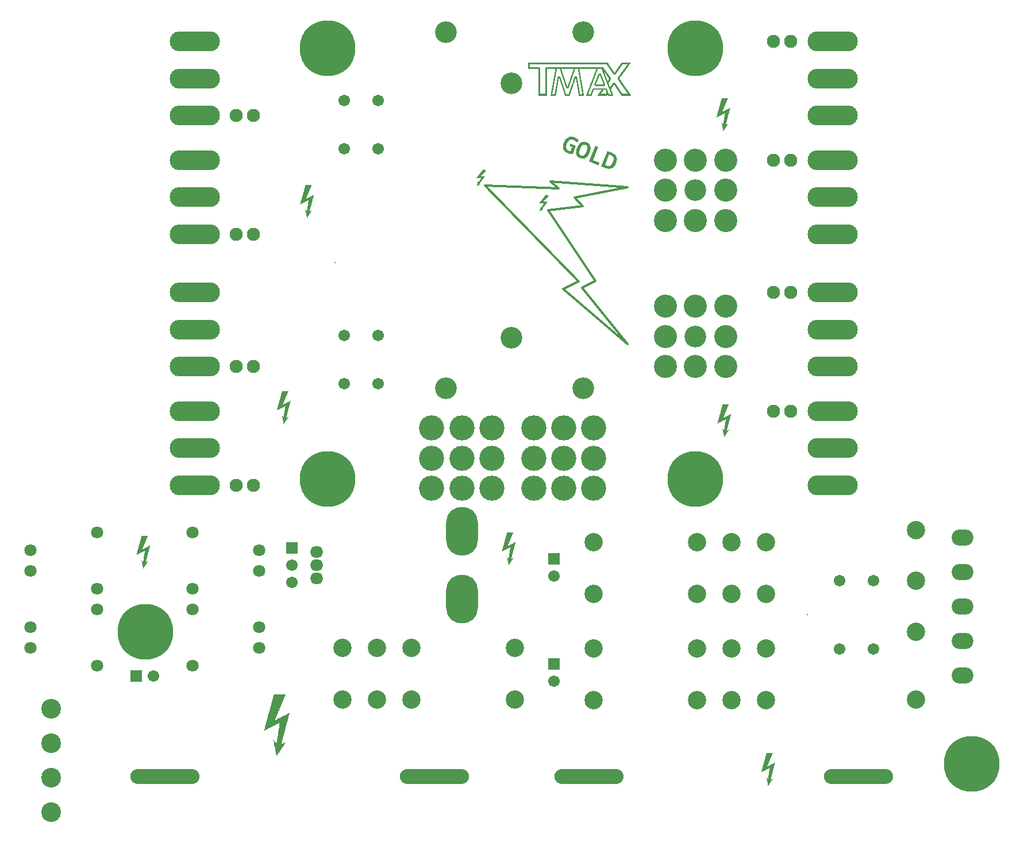
<source format=gts>
G04*
G04 #@! TF.GenerationSoftware,Altium Limited,Altium Designer,22.8.2 (66)*
G04*
G04 Layer_Color=8388736*
%FSLAX44Y44*%
%MOMM*%
G71*
G04*
G04 #@! TF.SameCoordinates,40631429-7DBC-4EA8-B2E3-056BE841FA50*
G04*
G04*
G04 #@! TF.FilePolarity,Negative*
G04*
G01*
G75*
%ADD13C,0.3000*%
%ADD14C,3.7032*%
%ADD15C,3.2032*%
%ADD16C,0.2032*%
%ADD17C,2.7032*%
%ADD18C,3.4032*%
%ADD19C,1.7032*%
%ADD20C,1.8032*%
%ADD21O,7.4032X2.9532*%
%ADD22O,1.9032X1.7032*%
%ADD23O,4.7032X7.2032*%
%ADD24O,10.2032X2.2032*%
%ADD25C,2.9032*%
%ADD26O,3.2032X2.4032*%
%ADD27C,8.2032*%
%ADD28R,1.7032X1.7032*%
%ADD29R,1.7032X1.7032*%
%ADD30C,1.9532*%
G36*
X913935Y721643D02*
Y721408D01*
X913700D01*
Y721174D01*
Y720939D01*
Y720704D01*
X913231D01*
Y720469D01*
Y720234D01*
Y719999D01*
Y719765D01*
Y719530D01*
X912761D01*
Y719295D01*
Y719060D01*
Y718825D01*
X912526D01*
Y718590D01*
Y718356D01*
Y718121D01*
Y717886D01*
Y717651D01*
X912057D01*
Y717416D01*
Y717181D01*
Y716947D01*
Y716712D01*
X911587D01*
Y716477D01*
Y716242D01*
Y716007D01*
X911352D01*
Y715773D01*
Y715538D01*
Y715303D01*
Y715068D01*
Y714833D01*
X910882D01*
Y714598D01*
Y714363D01*
Y714129D01*
X910413D01*
Y713894D01*
Y713659D01*
Y713424D01*
Y713189D01*
Y712954D01*
X910178D01*
Y712720D01*
Y712485D01*
Y712250D01*
Y712015D01*
X909708D01*
Y711780D01*
Y711545D01*
Y711311D01*
X909239D01*
Y711076D01*
Y710841D01*
Y710606D01*
Y710371D01*
Y710137D01*
X909004D01*
Y709902D01*
Y709667D01*
Y709432D01*
X908534D01*
Y709197D01*
Y708962D01*
Y708728D01*
Y708493D01*
Y708258D01*
X908064D01*
Y708023D01*
Y707788D01*
Y707553D01*
Y707319D01*
X907830D01*
Y707084D01*
Y706849D01*
Y706614D01*
X907360D01*
Y706379D01*
Y706144D01*
Y705910D01*
Y705675D01*
Y705440D01*
X906890D01*
Y705205D01*
Y704970D01*
Y704735D01*
X906656D01*
Y704501D01*
Y704266D01*
Y704031D01*
Y703796D01*
Y703561D01*
X906186D01*
Y703326D01*
Y703092D01*
Y702857D01*
Y702622D01*
X905716D01*
Y702387D01*
Y702152D01*
Y701917D01*
X905481D01*
Y701683D01*
Y701448D01*
Y701213D01*
Y700978D01*
Y700743D01*
X905012D01*
Y700508D01*
Y700274D01*
Y700039D01*
X904542D01*
Y699804D01*
Y699569D01*
Y699334D01*
Y699100D01*
Y698865D01*
X904307D01*
Y698630D01*
Y698395D01*
Y698160D01*
Y697925D01*
X903838D01*
Y697691D01*
Y697456D01*
Y697221D01*
X903368D01*
Y696986D01*
Y696751D01*
Y696516D01*
Y696282D01*
Y696047D01*
X903133D01*
Y695812D01*
Y695577D01*
Y695342D01*
X902663D01*
Y695107D01*
Y694873D01*
Y694638D01*
Y694403D01*
Y694168D01*
X902194D01*
Y693933D01*
Y693698D01*
Y693464D01*
Y693229D01*
X901959D01*
Y692994D01*
Y692759D01*
Y692524D01*
X901489D01*
Y692289D01*
Y692055D01*
Y691820D01*
Y691585D01*
Y691350D01*
X901020D01*
Y691115D01*
Y690880D01*
Y690646D01*
X900785D01*
Y690411D01*
Y690176D01*
Y689941D01*
Y689706D01*
Y689471D01*
X900315D01*
Y689237D01*
Y689002D01*
Y688767D01*
Y688532D01*
X899845D01*
Y688297D01*
Y688062D01*
Y687828D01*
X899611D01*
Y687593D01*
Y687358D01*
Y687123D01*
Y686888D01*
Y686653D01*
X899141D01*
Y686419D01*
Y686184D01*
Y685949D01*
X898671D01*
Y685714D01*
Y685479D01*
Y685245D01*
Y685010D01*
X898436D01*
Y684775D01*
Y684540D01*
Y684305D01*
Y684070D01*
Y683836D01*
X898671D01*
Y684070D01*
Y684305D01*
X899611D01*
Y684540D01*
Y684775D01*
X899845D01*
Y685010D01*
X901020D01*
Y685245D01*
Y685479D01*
X901489D01*
Y685714D01*
Y685949D01*
X902194D01*
Y686184D01*
X903133D01*
Y686419D01*
Y686653D01*
X903838D01*
Y686888D01*
Y687123D01*
X904542D01*
Y687358D01*
X905481D01*
Y687593D01*
Y687828D01*
X906186D01*
Y688062D01*
Y688297D01*
X906890D01*
Y688532D01*
X907830D01*
Y688767D01*
Y689002D01*
X908534D01*
Y689237D01*
Y689471D01*
X909239D01*
Y689706D01*
X910178D01*
Y689941D01*
Y690176D01*
X910882D01*
Y690411D01*
Y690646D01*
X911587D01*
Y690880D01*
X912526D01*
Y691115D01*
Y691350D01*
X913231D01*
Y691585D01*
Y691820D01*
X913935D01*
Y692055D01*
X914875D01*
Y692289D01*
Y692524D01*
X915579D01*
Y692759D01*
Y692994D01*
X916284D01*
Y693229D01*
X916753D01*
Y693464D01*
Y693698D01*
X917458D01*
Y693933D01*
Y694168D01*
X918397D01*
Y694403D01*
X919102D01*
Y694638D01*
Y694873D01*
X919806D01*
Y694638D01*
Y694403D01*
Y694168D01*
Y693933D01*
Y693698D01*
X919571D01*
Y693464D01*
Y693229D01*
Y692994D01*
Y692759D01*
Y692524D01*
X919102D01*
Y692289D01*
Y692055D01*
Y691820D01*
Y691585D01*
Y691350D01*
Y691115D01*
Y690880D01*
X918632D01*
Y690646D01*
Y690411D01*
Y690176D01*
Y689941D01*
Y689706D01*
Y689471D01*
X918397D01*
Y689237D01*
Y689002D01*
Y688767D01*
Y688532D01*
Y688297D01*
X917927D01*
Y688062D01*
Y687828D01*
Y687593D01*
Y687358D01*
Y687123D01*
Y686888D01*
Y686653D01*
X917458D01*
Y686419D01*
Y686184D01*
Y685949D01*
Y685714D01*
Y685479D01*
Y685245D01*
Y685010D01*
X917223D01*
Y684775D01*
Y684540D01*
Y684305D01*
Y684070D01*
Y683836D01*
Y683601D01*
X916753D01*
Y683366D01*
Y683131D01*
Y682896D01*
Y682661D01*
Y682427D01*
Y682192D01*
Y681957D01*
X916284D01*
Y681722D01*
Y681487D01*
Y681252D01*
Y681018D01*
Y680783D01*
X916049D01*
Y680548D01*
Y680313D01*
Y680078D01*
Y679843D01*
Y679608D01*
Y679374D01*
Y679139D01*
X915579D01*
Y678904D01*
Y678669D01*
Y678434D01*
Y678199D01*
Y677965D01*
Y677730D01*
X915109D01*
Y677495D01*
Y677260D01*
Y677025D01*
Y676790D01*
Y676556D01*
Y676321D01*
Y676086D01*
X914875D01*
Y675851D01*
Y675616D01*
Y675381D01*
Y675147D01*
Y674912D01*
X914405D01*
Y674677D01*
Y674442D01*
Y674207D01*
Y673972D01*
Y673738D01*
Y673503D01*
Y673268D01*
X913935D01*
Y673033D01*
Y672798D01*
Y672564D01*
Y672329D01*
Y672094D01*
Y671859D01*
X913700D01*
Y671624D01*
Y671389D01*
Y671155D01*
Y670920D01*
Y670685D01*
Y670450D01*
Y670215D01*
X913231D01*
Y669980D01*
Y669746D01*
Y669511D01*
Y669276D01*
Y669041D01*
Y668806D01*
Y668571D01*
X912761D01*
Y668336D01*
Y668102D01*
Y667867D01*
Y667632D01*
Y667397D01*
X912526D01*
Y667162D01*
Y666927D01*
Y666693D01*
Y666458D01*
Y666223D01*
Y665988D01*
X912057D01*
Y665753D01*
Y665518D01*
Y665284D01*
Y665049D01*
Y664814D01*
Y664579D01*
Y664344D01*
X911587D01*
Y664109D01*
Y663875D01*
Y663640D01*
Y663405D01*
Y663170D01*
Y662935D01*
Y662701D01*
X911352D01*
Y662466D01*
Y662231D01*
Y661996D01*
Y661761D01*
Y661526D01*
X910882D01*
Y661292D01*
Y661057D01*
Y660822D01*
Y660587D01*
Y660352D01*
Y660117D01*
X910413D01*
Y659883D01*
Y659648D01*
Y659413D01*
Y659178D01*
Y658943D01*
Y658708D01*
Y658474D01*
X910178D01*
Y658239D01*
Y658004D01*
Y657769D01*
Y657534D01*
Y657299D01*
Y657065D01*
Y656830D01*
X909708D01*
Y656595D01*
Y656360D01*
Y656125D01*
Y655890D01*
Y655656D01*
Y655421D01*
X909239D01*
Y655186D01*
Y654951D01*
Y654716D01*
Y654481D01*
Y654247D01*
Y654012D01*
Y653777D01*
X909004D01*
Y653542D01*
Y653307D01*
Y653073D01*
Y652838D01*
Y652603D01*
X908534D01*
Y652368D01*
Y652133D01*
Y651898D01*
Y651664D01*
Y651429D01*
Y651194D01*
Y650959D01*
X908064D01*
Y650724D01*
Y650489D01*
Y650255D01*
Y650020D01*
Y649785D01*
X907830D01*
Y649550D01*
Y649315D01*
Y649080D01*
Y648846D01*
Y648611D01*
X908064D01*
Y648846D01*
Y649080D01*
X909004D01*
Y649315D01*
Y649550D01*
X910178D01*
Y649785D01*
X910882D01*
Y650020D01*
Y650255D01*
X912057D01*
Y650489D01*
Y650724D01*
X912761D01*
Y650959D01*
X913700D01*
Y651194D01*
Y651429D01*
X913935D01*
Y651194D01*
Y650959D01*
Y650724D01*
X913700D01*
Y650489D01*
Y650255D01*
Y650020D01*
Y649785D01*
X913231D01*
Y649550D01*
X912761D01*
Y649315D01*
Y649080D01*
X912526D01*
Y648846D01*
Y648611D01*
Y648376D01*
X912057D01*
Y648141D01*
Y647906D01*
Y647671D01*
Y647437D01*
X911587D01*
Y647202D01*
X911352D01*
Y646967D01*
Y646732D01*
Y646497D01*
Y646262D01*
X910882D01*
Y646028D01*
X910413D01*
Y645793D01*
Y645558D01*
Y645323D01*
Y645088D01*
X910178D01*
Y644853D01*
X909708D01*
Y644619D01*
Y644384D01*
Y644149D01*
Y643914D01*
X909239D01*
Y643679D01*
X909004D01*
Y643444D01*
Y643210D01*
Y642975D01*
Y642740D01*
X908534D01*
Y642505D01*
X908064D01*
Y642270D01*
Y642035D01*
Y641801D01*
Y641566D01*
X907830D01*
Y641331D01*
X907360D01*
Y641096D01*
Y640861D01*
Y640626D01*
Y640392D01*
X906890D01*
Y640157D01*
X906656D01*
Y639922D01*
Y639687D01*
Y639452D01*
Y639217D01*
X906186D01*
Y638983D01*
X905716D01*
Y638748D01*
Y638513D01*
Y638278D01*
Y638043D01*
X905481D01*
Y637808D01*
X905012D01*
Y637574D01*
Y637339D01*
Y637104D01*
Y636869D01*
X904542D01*
Y636634D01*
X904307D01*
Y636399D01*
Y636165D01*
X903838D01*
Y635930D01*
Y635695D01*
Y635460D01*
X903368D01*
Y635225D01*
Y634991D01*
X903133D01*
Y634756D01*
Y634521D01*
Y634286D01*
X902663D01*
Y634051D01*
Y633816D01*
X902194D01*
Y633581D01*
Y633347D01*
Y633112D01*
X901959D01*
Y632877D01*
Y632642D01*
X901489D01*
Y632407D01*
Y632172D01*
Y631938D01*
X901020D01*
Y631703D01*
Y631468D01*
X900785D01*
Y631703D01*
Y631938D01*
Y632172D01*
X900315D01*
Y632407D01*
Y632642D01*
Y632877D01*
Y633112D01*
Y633347D01*
Y633581D01*
Y633816D01*
Y634051D01*
Y634286D01*
Y634521D01*
X899845D01*
Y634756D01*
Y634991D01*
Y635225D01*
Y635460D01*
Y635695D01*
Y635930D01*
Y636165D01*
Y636399D01*
Y636634D01*
X899611D01*
Y636869D01*
Y637104D01*
Y637339D01*
Y637574D01*
Y637808D01*
Y638043D01*
Y638278D01*
Y638513D01*
X899141D01*
Y638748D01*
Y638983D01*
Y639217D01*
Y639452D01*
Y639687D01*
Y639922D01*
Y640157D01*
Y640392D01*
X898671D01*
Y640626D01*
Y640861D01*
Y641096D01*
Y641331D01*
Y641566D01*
Y641801D01*
Y642035D01*
Y642270D01*
Y642505D01*
X898436D01*
Y642740D01*
Y642975D01*
Y643210D01*
Y643444D01*
Y643679D01*
Y643914D01*
Y644149D01*
Y644384D01*
X897967D01*
Y644619D01*
Y644853D01*
Y645088D01*
Y645323D01*
Y645558D01*
Y645793D01*
Y646028D01*
Y646262D01*
X897497D01*
Y646497D01*
Y646732D01*
Y646967D01*
Y647202D01*
Y647437D01*
Y647671D01*
Y647906D01*
Y648141D01*
Y648376D01*
X897262D01*
Y648611D01*
Y648846D01*
Y649080D01*
Y649315D01*
Y649550D01*
Y649785D01*
X896793D01*
Y650020D01*
Y650255D01*
Y650489D01*
Y650724D01*
Y650959D01*
Y651194D01*
Y651429D01*
Y651664D01*
Y651898D01*
X896323D01*
Y652133D01*
Y652368D01*
Y652603D01*
Y652838D01*
Y653073D01*
Y653307D01*
X896088D01*
Y653542D01*
Y653777D01*
Y654012D01*
Y654247D01*
Y654481D01*
X895618D01*
Y654716D01*
Y654951D01*
X896088D01*
Y654716D01*
Y654481D01*
X896323D01*
Y654247D01*
X896793D01*
Y654012D01*
Y653777D01*
X897262D01*
Y653542D01*
Y653307D01*
X897497D01*
Y653073D01*
X897967D01*
Y652838D01*
Y652603D01*
X898436D01*
Y652368D01*
Y652133D01*
X898671D01*
Y651898D01*
X899141D01*
Y651664D01*
Y651429D01*
X899611D01*
Y651194D01*
Y650959D01*
X899845D01*
Y650724D01*
X900785D01*
Y650959D01*
Y651194D01*
Y651429D01*
Y651664D01*
Y651898D01*
X901020D01*
Y652133D01*
Y652368D01*
Y652603D01*
Y652838D01*
Y653073D01*
Y653307D01*
Y653542D01*
Y653777D01*
Y654012D01*
Y654247D01*
X901489D01*
Y654481D01*
Y654716D01*
Y654951D01*
Y655186D01*
Y655421D01*
Y655656D01*
Y655890D01*
Y656125D01*
Y656360D01*
Y656595D01*
Y656830D01*
X901959D01*
Y657065D01*
Y657299D01*
Y657534D01*
Y657769D01*
Y658004D01*
Y658239D01*
Y658474D01*
Y658708D01*
Y658943D01*
Y659178D01*
X902194D01*
Y659413D01*
Y659648D01*
Y659883D01*
Y660117D01*
Y660352D01*
Y660587D01*
Y660822D01*
Y661057D01*
Y661292D01*
Y661526D01*
X902663D01*
Y661761D01*
Y661996D01*
Y662231D01*
Y662466D01*
Y662701D01*
Y662935D01*
Y663170D01*
Y663405D01*
Y663640D01*
Y663875D01*
Y664109D01*
Y664344D01*
X903133D01*
Y664579D01*
Y664814D01*
Y665049D01*
Y665284D01*
Y665518D01*
Y665753D01*
Y665988D01*
Y666223D01*
Y666458D01*
Y666693D01*
X903368D01*
Y666927D01*
Y667162D01*
Y667397D01*
Y667632D01*
Y667867D01*
Y668102D01*
Y668336D01*
Y668571D01*
Y668806D01*
Y669041D01*
X903838D01*
Y669276D01*
Y669511D01*
Y669746D01*
Y669980D01*
Y670215D01*
Y670450D01*
Y670685D01*
Y670920D01*
Y671155D01*
Y671389D01*
Y671624D01*
Y671859D01*
X904307D01*
Y672094D01*
Y672329D01*
Y672564D01*
Y672798D01*
Y673033D01*
Y673268D01*
Y673503D01*
Y673738D01*
Y673972D01*
Y674207D01*
X904542D01*
Y674442D01*
Y674677D01*
Y674912D01*
Y675147D01*
Y675381D01*
Y675616D01*
Y675851D01*
Y676086D01*
Y676321D01*
Y676556D01*
Y676790D01*
X905012D01*
Y677025D01*
Y677260D01*
Y677495D01*
Y677730D01*
Y677965D01*
Y678199D01*
Y678434D01*
Y678669D01*
Y678904D01*
Y679139D01*
X905481D01*
Y679374D01*
Y679608D01*
Y679843D01*
Y680078D01*
X904542D01*
Y679843D01*
Y679608D01*
X903838D01*
Y679374D01*
Y679139D01*
X903133D01*
Y678904D01*
X902194D01*
Y678669D01*
Y678434D01*
X901489D01*
Y678199D01*
Y677965D01*
X900785D01*
Y677730D01*
X899845D01*
Y677495D01*
Y677260D01*
X899141D01*
Y677025D01*
Y676790D01*
X898436D01*
Y676556D01*
X897497D01*
Y676321D01*
Y676086D01*
X896793D01*
Y675851D01*
Y675616D01*
X896088D01*
Y675381D01*
X895149D01*
Y675147D01*
Y674912D01*
X894444D01*
Y674677D01*
Y674442D01*
X893740D01*
Y674207D01*
X892801D01*
Y673972D01*
Y673738D01*
X892096D01*
Y673503D01*
Y673268D01*
X891392D01*
Y673033D01*
X890452D01*
Y672798D01*
Y672564D01*
X889748D01*
Y672329D01*
Y672094D01*
X889043D01*
Y671859D01*
X888104D01*
Y671624D01*
Y671389D01*
X887399D01*
Y671155D01*
Y670920D01*
X886695D01*
Y670685D01*
X885755D01*
Y670450D01*
Y670215D01*
X885051D01*
Y669980D01*
Y669746D01*
X884346D01*
Y669511D01*
X883407D01*
Y669276D01*
Y669041D01*
X882703D01*
Y668806D01*
Y668571D01*
X882233D01*
Y668806D01*
Y669041D01*
Y669276D01*
Y669511D01*
Y669746D01*
X882703D01*
Y669980D01*
Y670215D01*
Y670450D01*
Y670685D01*
Y670920D01*
Y671155D01*
Y671389D01*
X883172D01*
Y671624D01*
Y671859D01*
Y672094D01*
Y672329D01*
Y672564D01*
X883407D01*
Y672798D01*
Y673033D01*
Y673268D01*
Y673503D01*
Y673738D01*
Y673972D01*
Y674207D01*
X883877D01*
Y674442D01*
Y674677D01*
Y674912D01*
Y675147D01*
Y675381D01*
Y675616D01*
X884346D01*
Y675851D01*
Y676086D01*
Y676321D01*
Y676556D01*
Y676790D01*
X884581D01*
Y677025D01*
Y677260D01*
Y677495D01*
Y677730D01*
Y677965D01*
Y678199D01*
Y678434D01*
X885051D01*
Y678669D01*
Y678904D01*
Y679139D01*
Y679374D01*
Y679608D01*
Y679843D01*
Y680078D01*
X885521D01*
Y680313D01*
Y680548D01*
Y680783D01*
Y681018D01*
Y681252D01*
X885755D01*
Y681487D01*
Y681722D01*
Y681957D01*
Y682192D01*
Y682427D01*
Y682661D01*
X886225D01*
Y682896D01*
Y683131D01*
Y683366D01*
Y683601D01*
Y683836D01*
Y684070D01*
Y684305D01*
X886695D01*
Y684540D01*
Y684775D01*
Y685010D01*
Y685245D01*
Y685479D01*
X886930D01*
Y685714D01*
Y685949D01*
Y686184D01*
Y686419D01*
Y686653D01*
Y686888D01*
Y687123D01*
X887399D01*
Y687358D01*
Y687593D01*
Y687828D01*
Y688062D01*
Y688297D01*
Y688532D01*
X887869D01*
Y688767D01*
Y689002D01*
Y689237D01*
Y689471D01*
Y689706D01*
X888104D01*
Y689941D01*
Y690176D01*
Y690411D01*
Y690646D01*
Y690880D01*
Y691115D01*
Y691350D01*
X888574D01*
Y691585D01*
Y691820D01*
Y692055D01*
Y692289D01*
Y692524D01*
X889043D01*
Y692759D01*
Y692994D01*
Y693229D01*
Y693464D01*
Y693698D01*
Y693933D01*
Y694168D01*
X889278D01*
Y694403D01*
Y694638D01*
Y694873D01*
Y695107D01*
Y695342D01*
Y695577D01*
X889748D01*
Y695812D01*
Y696047D01*
Y696282D01*
Y696516D01*
Y696751D01*
X890217D01*
Y696986D01*
Y697221D01*
Y697456D01*
Y697691D01*
Y697925D01*
Y698160D01*
Y698395D01*
X890452D01*
Y698630D01*
Y698865D01*
Y699100D01*
Y699334D01*
Y699569D01*
X890922D01*
Y699804D01*
Y700039D01*
Y700274D01*
Y700508D01*
Y700743D01*
Y700978D01*
Y701213D01*
X891392D01*
Y701448D01*
Y701683D01*
Y701917D01*
Y702152D01*
Y702387D01*
Y702622D01*
X891626D01*
Y702857D01*
Y703092D01*
Y703326D01*
Y703561D01*
Y703796D01*
X892096D01*
Y704031D01*
Y704266D01*
Y704501D01*
Y704735D01*
Y704970D01*
Y705205D01*
Y705440D01*
X892566D01*
Y705675D01*
Y705910D01*
Y706144D01*
Y706379D01*
Y706614D01*
Y706849D01*
Y707084D01*
X892801D01*
Y707319D01*
Y707553D01*
Y707788D01*
Y708023D01*
Y708258D01*
X893270D01*
Y708493D01*
Y708728D01*
Y708962D01*
Y709197D01*
Y709432D01*
Y709667D01*
X893740D01*
Y709902D01*
Y710137D01*
Y710371D01*
Y710606D01*
Y710841D01*
Y711076D01*
Y711311D01*
X893975D01*
Y711545D01*
Y711780D01*
Y712015D01*
Y712250D01*
Y712485D01*
X894444D01*
Y712720D01*
Y712954D01*
Y713189D01*
Y713424D01*
Y713659D01*
Y713894D01*
Y714129D01*
X894914D01*
Y714363D01*
Y714598D01*
Y714833D01*
Y715068D01*
Y715303D01*
Y715538D01*
X895149D01*
Y715773D01*
Y716007D01*
Y716242D01*
Y716477D01*
Y716712D01*
X895618D01*
Y716947D01*
Y717181D01*
Y717416D01*
Y717651D01*
Y717886D01*
Y718121D01*
Y718356D01*
X896088D01*
Y718590D01*
Y718825D01*
Y719060D01*
Y719295D01*
Y719530D01*
X896323D01*
Y719765D01*
Y719999D01*
Y720234D01*
Y720469D01*
Y720704D01*
Y720939D01*
Y721174D01*
X896793D01*
Y721408D01*
Y721643D01*
Y721878D01*
X913935D01*
Y721643D01*
D02*
G37*
G36*
X711306Y956129D02*
Y956002D01*
X711180D01*
Y955875D01*
Y955749D01*
Y955622D01*
X710926D01*
Y955496D01*
Y955369D01*
Y955242D01*
Y955116D01*
Y954989D01*
X710673D01*
Y954862D01*
Y954736D01*
Y954609D01*
X710546D01*
Y954482D01*
Y954356D01*
Y954229D01*
Y954102D01*
Y953976D01*
X710293D01*
Y953849D01*
Y953722D01*
Y953596D01*
Y953469D01*
X710040D01*
Y953342D01*
Y953216D01*
Y953089D01*
X709913D01*
Y952962D01*
Y952836D01*
Y952709D01*
Y952582D01*
Y952456D01*
X709660D01*
Y952329D01*
Y952202D01*
Y952076D01*
X709406D01*
Y951949D01*
Y951823D01*
Y951696D01*
Y951569D01*
Y951442D01*
X709280D01*
Y951316D01*
Y951189D01*
Y951062D01*
Y950936D01*
X709026D01*
Y950809D01*
Y950683D01*
Y950556D01*
X708773D01*
Y950429D01*
Y950303D01*
Y950176D01*
Y950049D01*
Y949923D01*
X708646D01*
Y949796D01*
Y949669D01*
Y949543D01*
X708393D01*
Y949416D01*
Y949289D01*
Y949163D01*
Y949036D01*
Y948909D01*
X708140D01*
Y948783D01*
Y948656D01*
Y948529D01*
Y948403D01*
X708013D01*
Y948276D01*
Y948149D01*
Y948023D01*
X707760D01*
Y947896D01*
Y947769D01*
Y947643D01*
Y947516D01*
Y947389D01*
X707506D01*
Y947263D01*
Y947136D01*
Y947009D01*
X707380D01*
Y946883D01*
Y946756D01*
Y946629D01*
Y946503D01*
Y946376D01*
X707126D01*
Y946249D01*
Y946123D01*
Y945996D01*
Y945869D01*
X706873D01*
Y945743D01*
Y945616D01*
Y945489D01*
X706747D01*
Y945363D01*
Y945236D01*
Y945109D01*
Y944983D01*
Y944856D01*
X706493D01*
Y944730D01*
Y944603D01*
Y944476D01*
X706240D01*
Y944350D01*
Y944223D01*
Y944096D01*
Y943970D01*
Y943843D01*
X706113D01*
Y943716D01*
Y943590D01*
Y943463D01*
Y943336D01*
X705860D01*
Y943210D01*
Y943083D01*
Y942956D01*
X705607D01*
Y942830D01*
Y942703D01*
Y942576D01*
Y942450D01*
Y942323D01*
X705480D01*
Y942196D01*
Y942070D01*
Y941943D01*
X705227D01*
Y941816D01*
Y941690D01*
Y941563D01*
Y941436D01*
Y941310D01*
X704973D01*
Y941183D01*
Y941056D01*
Y940930D01*
Y940803D01*
X704847D01*
Y940676D01*
Y940550D01*
Y940423D01*
X704593D01*
Y940296D01*
Y940170D01*
Y940043D01*
Y939917D01*
Y939790D01*
X704340D01*
Y939663D01*
Y939537D01*
Y939410D01*
X704213D01*
Y939283D01*
Y939156D01*
Y939030D01*
Y938903D01*
Y938776D01*
X703960D01*
Y938650D01*
Y938523D01*
Y938397D01*
Y938270D01*
X703707D01*
Y938143D01*
Y938017D01*
Y937890D01*
X703580D01*
Y937763D01*
Y937637D01*
Y937510D01*
Y937383D01*
Y937257D01*
X703327D01*
Y937130D01*
Y937003D01*
Y936877D01*
X703073D01*
Y936750D01*
Y936623D01*
Y936497D01*
Y936370D01*
X702947D01*
Y936243D01*
Y936117D01*
Y935990D01*
Y935863D01*
Y935737D01*
X703073D01*
Y935863D01*
Y935990D01*
X703580D01*
Y936117D01*
Y936243D01*
X703707D01*
Y936370D01*
X704340D01*
Y936497D01*
Y936623D01*
X704593D01*
Y936750D01*
Y936877D01*
X704973D01*
Y937003D01*
X705480D01*
Y937130D01*
Y937257D01*
X705860D01*
Y937383D01*
Y937510D01*
X706240D01*
Y937637D01*
X706747D01*
Y937763D01*
Y937890D01*
X707126D01*
Y938017D01*
Y938143D01*
X707506D01*
Y938270D01*
X708013D01*
Y938397D01*
Y938523D01*
X708393D01*
Y938650D01*
Y938776D01*
X708773D01*
Y938903D01*
X709280D01*
Y939030D01*
Y939156D01*
X709660D01*
Y939283D01*
Y939410D01*
X710040D01*
Y939537D01*
X710546D01*
Y939663D01*
Y939790D01*
X710926D01*
Y939917D01*
Y940043D01*
X711306D01*
Y940170D01*
X711813D01*
Y940296D01*
Y940423D01*
X712193D01*
Y940550D01*
Y940676D01*
X712573D01*
Y940803D01*
X712826D01*
Y940930D01*
Y941056D01*
X713206D01*
Y941183D01*
Y941310D01*
X713713D01*
Y941436D01*
X714093D01*
Y941563D01*
Y941690D01*
X714473D01*
Y941563D01*
Y941436D01*
Y941310D01*
Y941183D01*
Y941056D01*
X714346D01*
Y940930D01*
Y940803D01*
Y940676D01*
Y940550D01*
Y940423D01*
X714093D01*
Y940296D01*
Y940170D01*
Y940043D01*
Y939917D01*
Y939790D01*
Y939663D01*
Y939537D01*
X713839D01*
Y939410D01*
Y939283D01*
Y939156D01*
Y939030D01*
Y938903D01*
Y938776D01*
X713713D01*
Y938650D01*
Y938523D01*
Y938397D01*
Y938270D01*
Y938143D01*
X713459D01*
Y938017D01*
Y937890D01*
Y937763D01*
Y937637D01*
Y937510D01*
Y937383D01*
Y937257D01*
X713206D01*
Y937130D01*
Y937003D01*
Y936877D01*
Y936750D01*
Y936623D01*
Y936497D01*
Y936370D01*
X713079D01*
Y936243D01*
Y936117D01*
Y935990D01*
Y935863D01*
Y935737D01*
Y935610D01*
X712826D01*
Y935483D01*
Y935357D01*
Y935230D01*
Y935103D01*
Y934977D01*
Y934850D01*
Y934723D01*
X712573D01*
Y934597D01*
Y934470D01*
Y934343D01*
Y934217D01*
Y934090D01*
X712446D01*
Y933963D01*
Y933837D01*
Y933710D01*
Y933584D01*
Y933457D01*
Y933330D01*
Y933204D01*
X712193D01*
Y933077D01*
Y932950D01*
Y932823D01*
Y932697D01*
Y932570D01*
Y932444D01*
X711939D01*
Y932317D01*
Y932190D01*
Y932064D01*
Y931937D01*
Y931810D01*
Y931684D01*
Y931557D01*
X711813D01*
Y931430D01*
Y931304D01*
Y931177D01*
Y931050D01*
Y930924D01*
X711560D01*
Y930797D01*
Y930670D01*
Y930544D01*
Y930417D01*
Y930290D01*
Y930164D01*
Y930037D01*
X711306D01*
Y929910D01*
Y929784D01*
Y929657D01*
Y929530D01*
Y929404D01*
Y929277D01*
X711180D01*
Y929150D01*
Y929024D01*
Y928897D01*
Y928770D01*
Y928644D01*
Y928517D01*
Y928390D01*
X710926D01*
Y928264D01*
Y928137D01*
Y928010D01*
Y927884D01*
Y927757D01*
Y927630D01*
Y927504D01*
X710673D01*
Y927377D01*
Y927251D01*
Y927124D01*
Y926997D01*
Y926870D01*
X710546D01*
Y926744D01*
Y926617D01*
Y926491D01*
Y926364D01*
Y926237D01*
Y926111D01*
X710293D01*
Y925984D01*
Y925857D01*
Y925731D01*
Y925604D01*
Y925477D01*
Y925351D01*
Y925224D01*
X710040D01*
Y925097D01*
Y924971D01*
Y924844D01*
Y924717D01*
Y924591D01*
Y924464D01*
Y924337D01*
X709913D01*
Y924211D01*
Y924084D01*
Y923957D01*
Y923831D01*
Y923704D01*
X709660D01*
Y923577D01*
Y923451D01*
Y923324D01*
Y923197D01*
Y923071D01*
Y922944D01*
X709406D01*
Y922817D01*
Y922691D01*
Y922564D01*
Y922437D01*
Y922311D01*
Y922184D01*
Y922057D01*
X709280D01*
Y921931D01*
Y921804D01*
Y921677D01*
Y921551D01*
Y921424D01*
Y921298D01*
Y921171D01*
X709026D01*
Y921044D01*
Y920918D01*
Y920791D01*
Y920664D01*
Y920538D01*
Y920411D01*
X708773D01*
Y920284D01*
Y920157D01*
Y920031D01*
Y919904D01*
Y919778D01*
Y919651D01*
Y919524D01*
X708646D01*
Y919398D01*
Y919271D01*
Y919144D01*
Y919018D01*
Y918891D01*
X708393D01*
Y918764D01*
Y918638D01*
Y918511D01*
Y918384D01*
Y918258D01*
Y918131D01*
Y918004D01*
X708140D01*
Y917878D01*
Y917751D01*
Y917624D01*
Y917498D01*
Y917371D01*
X708013D01*
Y917244D01*
Y917118D01*
Y916991D01*
Y916864D01*
Y916738D01*
X708140D01*
Y916864D01*
Y916991D01*
X708646D01*
Y917118D01*
Y917244D01*
X709280D01*
Y917371D01*
X709660D01*
Y917498D01*
Y917624D01*
X710293D01*
Y917751D01*
Y917878D01*
X710673D01*
Y918004D01*
X711180D01*
Y918131D01*
Y918258D01*
X711306D01*
Y918131D01*
Y918004D01*
Y917878D01*
X711180D01*
Y917751D01*
Y917624D01*
Y917498D01*
Y917371D01*
X710926D01*
Y917244D01*
X710673D01*
Y917118D01*
Y916991D01*
X710546D01*
Y916864D01*
Y916738D01*
Y916611D01*
X710293D01*
Y916485D01*
Y916358D01*
Y916231D01*
Y916105D01*
X710040D01*
Y915978D01*
X709913D01*
Y915851D01*
Y915724D01*
Y915598D01*
Y915471D01*
X709660D01*
Y915344D01*
X709406D01*
Y915218D01*
Y915091D01*
Y914965D01*
Y914838D01*
X709280D01*
Y914711D01*
X709026D01*
Y914585D01*
Y914458D01*
Y914331D01*
Y914205D01*
X708773D01*
Y914078D01*
X708646D01*
Y913951D01*
Y913825D01*
Y913698D01*
Y913571D01*
X708393D01*
Y913445D01*
X708140D01*
Y913318D01*
Y913191D01*
Y913065D01*
Y912938D01*
X708013D01*
Y912811D01*
X707760D01*
Y912685D01*
Y912558D01*
Y912431D01*
Y912305D01*
X707506D01*
Y912178D01*
X707380D01*
Y912051D01*
Y911925D01*
Y911798D01*
Y911671D01*
X707126D01*
Y911545D01*
X706873D01*
Y911418D01*
Y911291D01*
Y911165D01*
Y911038D01*
X706747D01*
Y910911D01*
X706493D01*
Y910785D01*
Y910658D01*
Y910531D01*
Y910405D01*
X706240D01*
Y910278D01*
X706113D01*
Y910152D01*
Y910025D01*
X705860D01*
Y909898D01*
Y909771D01*
Y909645D01*
X705607D01*
Y909518D01*
Y909392D01*
X705480D01*
Y909265D01*
Y909138D01*
Y909012D01*
X705227D01*
Y908885D01*
Y908758D01*
X704973D01*
Y908632D01*
Y908505D01*
Y908378D01*
X704847D01*
Y908252D01*
Y908125D01*
X704593D01*
Y907998D01*
Y907872D01*
Y907745D01*
X704340D01*
Y907618D01*
Y907492D01*
X704213D01*
Y907618D01*
Y907745D01*
Y907872D01*
X703960D01*
Y907998D01*
Y908125D01*
Y908252D01*
Y908378D01*
Y908505D01*
Y908632D01*
Y908758D01*
Y908885D01*
Y909012D01*
Y909138D01*
X703707D01*
Y909265D01*
Y909392D01*
Y909518D01*
Y909645D01*
Y909771D01*
Y909898D01*
Y910025D01*
Y910152D01*
Y910278D01*
X703580D01*
Y910405D01*
Y910531D01*
Y910658D01*
Y910785D01*
Y910911D01*
Y911038D01*
Y911165D01*
Y911291D01*
X703327D01*
Y911418D01*
Y911545D01*
Y911671D01*
Y911798D01*
Y911925D01*
Y912051D01*
Y912178D01*
Y912305D01*
X703073D01*
Y912431D01*
Y912558D01*
Y912685D01*
Y912811D01*
Y912938D01*
Y913065D01*
Y913191D01*
Y913318D01*
Y913445D01*
X702947D01*
Y913571D01*
Y913698D01*
Y913825D01*
Y913951D01*
Y914078D01*
Y914205D01*
Y914331D01*
Y914458D01*
X702693D01*
Y914585D01*
Y914711D01*
Y914838D01*
Y914965D01*
Y915091D01*
Y915218D01*
Y915344D01*
Y915471D01*
X702440D01*
Y915598D01*
Y915724D01*
Y915851D01*
Y915978D01*
Y916105D01*
Y916231D01*
Y916358D01*
Y916485D01*
Y916611D01*
X702313D01*
Y916738D01*
Y916864D01*
Y916991D01*
Y917118D01*
Y917244D01*
Y917371D01*
X702060D01*
Y917498D01*
Y917624D01*
Y917751D01*
Y917878D01*
Y918004D01*
Y918131D01*
Y918258D01*
Y918384D01*
Y918511D01*
X701807D01*
Y918638D01*
Y918764D01*
Y918891D01*
Y919018D01*
Y919144D01*
Y919271D01*
X701680D01*
Y919398D01*
Y919524D01*
Y919651D01*
Y919778D01*
Y919904D01*
X701427D01*
Y920031D01*
Y920157D01*
X701680D01*
Y920031D01*
Y919904D01*
X701807D01*
Y919778D01*
X702060D01*
Y919651D01*
Y919524D01*
X702313D01*
Y919398D01*
Y919271D01*
X702440D01*
Y919144D01*
X702693D01*
Y919018D01*
Y918891D01*
X702947D01*
Y918764D01*
Y918638D01*
X703073D01*
Y918511D01*
X703327D01*
Y918384D01*
Y918258D01*
X703580D01*
Y918131D01*
Y918004D01*
X703707D01*
Y917878D01*
X704213D01*
Y918004D01*
Y918131D01*
Y918258D01*
Y918384D01*
Y918511D01*
X704340D01*
Y918638D01*
Y918764D01*
Y918891D01*
Y919018D01*
Y919144D01*
Y919271D01*
Y919398D01*
Y919524D01*
Y919651D01*
Y919778D01*
X704593D01*
Y919904D01*
Y920031D01*
Y920157D01*
Y920284D01*
Y920411D01*
Y920538D01*
Y920664D01*
Y920791D01*
Y920918D01*
Y921044D01*
Y921171D01*
X704847D01*
Y921298D01*
Y921424D01*
Y921551D01*
Y921677D01*
Y921804D01*
Y921931D01*
Y922057D01*
Y922184D01*
Y922311D01*
Y922437D01*
X704973D01*
Y922564D01*
Y922691D01*
Y922817D01*
Y922944D01*
Y923071D01*
Y923197D01*
Y923324D01*
Y923451D01*
Y923577D01*
Y923704D01*
X705227D01*
Y923831D01*
Y923957D01*
Y924084D01*
Y924211D01*
Y924337D01*
Y924464D01*
Y924591D01*
Y924717D01*
Y924844D01*
Y924971D01*
Y925097D01*
Y925224D01*
X705480D01*
Y925351D01*
Y925477D01*
Y925604D01*
Y925731D01*
Y925857D01*
Y925984D01*
Y926111D01*
Y926237D01*
Y926364D01*
Y926491D01*
X705607D01*
Y926617D01*
Y926744D01*
Y926870D01*
Y926997D01*
Y927124D01*
Y927251D01*
Y927377D01*
Y927504D01*
Y927630D01*
Y927757D01*
X705860D01*
Y927884D01*
Y928010D01*
Y928137D01*
Y928264D01*
Y928390D01*
Y928517D01*
Y928644D01*
Y928770D01*
Y928897D01*
Y929024D01*
Y929150D01*
Y929277D01*
X706113D01*
Y929404D01*
Y929530D01*
Y929657D01*
Y929784D01*
Y929910D01*
Y930037D01*
Y930164D01*
Y930290D01*
Y930417D01*
Y930544D01*
X706240D01*
Y930670D01*
Y930797D01*
Y930924D01*
Y931050D01*
Y931177D01*
Y931304D01*
Y931430D01*
Y931557D01*
Y931684D01*
Y931810D01*
Y931937D01*
X706493D01*
Y932064D01*
Y932190D01*
Y932317D01*
Y932444D01*
Y932570D01*
Y932697D01*
Y932823D01*
Y932950D01*
Y933077D01*
Y933204D01*
X706747D01*
Y933330D01*
Y933457D01*
Y933584D01*
Y933710D01*
X706240D01*
Y933584D01*
Y933457D01*
X705860D01*
Y933330D01*
Y933204D01*
X705480D01*
Y933077D01*
X704973D01*
Y932950D01*
Y932823D01*
X704593D01*
Y932697D01*
Y932570D01*
X704213D01*
Y932444D01*
X703707D01*
Y932317D01*
Y932190D01*
X703327D01*
Y932064D01*
Y931937D01*
X702947D01*
Y931810D01*
X702440D01*
Y931684D01*
Y931557D01*
X702060D01*
Y931430D01*
Y931304D01*
X701680D01*
Y931177D01*
X701173D01*
Y931050D01*
Y930924D01*
X700794D01*
Y930797D01*
Y930670D01*
X700414D01*
Y930544D01*
X699907D01*
Y930417D01*
Y930290D01*
X699527D01*
Y930164D01*
Y930037D01*
X699147D01*
Y929910D01*
X698640D01*
Y929784D01*
Y929657D01*
X698260D01*
Y929530D01*
Y929404D01*
X697880D01*
Y929277D01*
X697374D01*
Y929150D01*
Y929024D01*
X696994D01*
Y928897D01*
Y928770D01*
X696614D01*
Y928644D01*
X696107D01*
Y928517D01*
Y928390D01*
X695727D01*
Y928264D01*
Y928137D01*
X695347D01*
Y928010D01*
X694840D01*
Y927884D01*
Y927757D01*
X694461D01*
Y927630D01*
Y927504D01*
X694207D01*
Y927630D01*
Y927757D01*
Y927884D01*
Y928010D01*
Y928137D01*
X694461D01*
Y928264D01*
Y928390D01*
Y928517D01*
Y928644D01*
Y928770D01*
Y928897D01*
Y929024D01*
X694714D01*
Y929150D01*
Y929277D01*
Y929404D01*
Y929530D01*
Y929657D01*
X694840D01*
Y929784D01*
Y929910D01*
Y930037D01*
Y930164D01*
Y930290D01*
Y930417D01*
Y930544D01*
X695094D01*
Y930670D01*
Y930797D01*
Y930924D01*
Y931050D01*
Y931177D01*
Y931304D01*
X695347D01*
Y931430D01*
Y931557D01*
Y931684D01*
Y931810D01*
Y931937D01*
X695474D01*
Y932064D01*
Y932190D01*
Y932317D01*
Y932444D01*
Y932570D01*
Y932697D01*
Y932823D01*
X695727D01*
Y932950D01*
Y933077D01*
Y933204D01*
Y933330D01*
Y933457D01*
Y933584D01*
Y933710D01*
X695980D01*
Y933837D01*
Y933963D01*
Y934090D01*
Y934217D01*
Y934343D01*
X696107D01*
Y934470D01*
Y934597D01*
Y934723D01*
Y934850D01*
Y934977D01*
Y935103D01*
X696360D01*
Y935230D01*
Y935357D01*
Y935483D01*
Y935610D01*
Y935737D01*
Y935863D01*
Y935990D01*
X696614D01*
Y936117D01*
Y936243D01*
Y936370D01*
Y936497D01*
Y936623D01*
X696740D01*
Y936750D01*
Y936877D01*
Y937003D01*
Y937130D01*
Y937257D01*
Y937383D01*
Y937510D01*
X696994D01*
Y937637D01*
Y937763D01*
Y937890D01*
Y938017D01*
Y938143D01*
Y938270D01*
X697247D01*
Y938397D01*
Y938523D01*
Y938650D01*
Y938776D01*
Y938903D01*
X697374D01*
Y939030D01*
Y939156D01*
Y939283D01*
Y939410D01*
Y939537D01*
Y939663D01*
Y939790D01*
X697627D01*
Y939917D01*
Y940043D01*
Y940170D01*
Y940296D01*
Y940423D01*
X697880D01*
Y940550D01*
Y940676D01*
Y940803D01*
Y940930D01*
Y941056D01*
Y941183D01*
Y941310D01*
X698007D01*
Y941436D01*
Y941563D01*
Y941690D01*
Y941816D01*
Y941943D01*
Y942070D01*
X698260D01*
Y942196D01*
Y942323D01*
Y942450D01*
Y942576D01*
Y942703D01*
X698514D01*
Y942830D01*
Y942956D01*
Y943083D01*
Y943210D01*
Y943336D01*
Y943463D01*
Y943590D01*
X698640D01*
Y943716D01*
Y943843D01*
Y943970D01*
Y944096D01*
Y944223D01*
X698894D01*
Y944350D01*
Y944476D01*
Y944603D01*
Y944730D01*
Y944856D01*
Y944983D01*
Y945109D01*
X699147D01*
Y945236D01*
Y945363D01*
Y945489D01*
Y945616D01*
Y945743D01*
Y945869D01*
X699274D01*
Y945996D01*
Y946123D01*
Y946249D01*
Y946376D01*
Y946503D01*
X699527D01*
Y946629D01*
Y946756D01*
Y946883D01*
Y947009D01*
Y947136D01*
Y947263D01*
Y947389D01*
X699780D01*
Y947516D01*
Y947643D01*
Y947769D01*
Y947896D01*
Y948023D01*
Y948149D01*
Y948276D01*
X699907D01*
Y948403D01*
Y948529D01*
Y948656D01*
Y948783D01*
Y948909D01*
X700160D01*
Y949036D01*
Y949163D01*
Y949289D01*
Y949416D01*
Y949543D01*
Y949669D01*
X700414D01*
Y949796D01*
Y949923D01*
Y950049D01*
Y950176D01*
Y950303D01*
Y950429D01*
Y950556D01*
X700540D01*
Y950683D01*
Y950809D01*
Y950936D01*
Y951062D01*
Y951189D01*
X700794D01*
Y951316D01*
Y951442D01*
Y951569D01*
Y951696D01*
Y951823D01*
Y951949D01*
Y952076D01*
X701047D01*
Y952202D01*
Y952329D01*
Y952456D01*
Y952582D01*
Y952709D01*
Y952836D01*
X701173D01*
Y952962D01*
Y953089D01*
Y953216D01*
Y953342D01*
Y953469D01*
X701427D01*
Y953596D01*
Y953722D01*
Y953849D01*
Y953976D01*
Y954102D01*
Y954229D01*
Y954356D01*
X701680D01*
Y954482D01*
Y954609D01*
Y954736D01*
Y954862D01*
Y954989D01*
X701807D01*
Y955116D01*
Y955242D01*
Y955369D01*
Y955496D01*
Y955622D01*
Y955749D01*
Y955875D01*
X702060D01*
Y956002D01*
Y956129D01*
Y956255D01*
X711306D01*
Y956129D01*
D02*
G37*
G36*
X918316Y1169489D02*
Y1169362D01*
X918190D01*
Y1169236D01*
Y1169109D01*
Y1168982D01*
X917936D01*
Y1168856D01*
Y1168729D01*
Y1168602D01*
Y1168476D01*
Y1168349D01*
X917683D01*
Y1168222D01*
Y1168096D01*
Y1167969D01*
X917556D01*
Y1167842D01*
Y1167716D01*
Y1167589D01*
Y1167462D01*
Y1167336D01*
X917303D01*
Y1167209D01*
Y1167082D01*
Y1166956D01*
Y1166829D01*
X917050D01*
Y1166702D01*
Y1166576D01*
Y1166449D01*
X916923D01*
Y1166322D01*
Y1166196D01*
Y1166069D01*
Y1165942D01*
Y1165816D01*
X916670D01*
Y1165689D01*
Y1165562D01*
Y1165436D01*
X916416D01*
Y1165309D01*
Y1165182D01*
Y1165056D01*
Y1164929D01*
Y1164802D01*
X916290D01*
Y1164676D01*
Y1164549D01*
Y1164423D01*
Y1164296D01*
X916036D01*
Y1164169D01*
Y1164043D01*
Y1163916D01*
X915783D01*
Y1163789D01*
Y1163662D01*
Y1163536D01*
Y1163409D01*
Y1163283D01*
X915656D01*
Y1163156D01*
Y1163029D01*
Y1162903D01*
X915403D01*
Y1162776D01*
Y1162649D01*
Y1162523D01*
Y1162396D01*
Y1162269D01*
X915150D01*
Y1162143D01*
Y1162016D01*
Y1161889D01*
Y1161763D01*
X915023D01*
Y1161636D01*
Y1161509D01*
Y1161383D01*
X914770D01*
Y1161256D01*
Y1161129D01*
Y1161003D01*
Y1160876D01*
Y1160749D01*
X914517D01*
Y1160623D01*
Y1160496D01*
Y1160369D01*
X914390D01*
Y1160243D01*
Y1160116D01*
Y1159989D01*
Y1159863D01*
Y1159736D01*
X914136D01*
Y1159609D01*
Y1159483D01*
Y1159356D01*
Y1159229D01*
X913883D01*
Y1159103D01*
Y1158976D01*
Y1158849D01*
X913756D01*
Y1158723D01*
Y1158596D01*
Y1158469D01*
Y1158343D01*
Y1158216D01*
X913503D01*
Y1158090D01*
Y1157963D01*
Y1157836D01*
X913250D01*
Y1157710D01*
Y1157583D01*
Y1157456D01*
Y1157330D01*
Y1157203D01*
X913123D01*
Y1157076D01*
Y1156950D01*
Y1156823D01*
Y1156696D01*
X912870D01*
Y1156570D01*
Y1156443D01*
Y1156316D01*
X912617D01*
Y1156190D01*
Y1156063D01*
Y1155936D01*
Y1155810D01*
Y1155683D01*
X912490D01*
Y1155556D01*
Y1155430D01*
Y1155303D01*
X912237D01*
Y1155176D01*
Y1155050D01*
Y1154923D01*
Y1154796D01*
Y1154670D01*
X911983D01*
Y1154543D01*
Y1154416D01*
Y1154290D01*
Y1154163D01*
X911857D01*
Y1154036D01*
Y1153910D01*
Y1153783D01*
X911603D01*
Y1153656D01*
Y1153530D01*
Y1153403D01*
Y1153277D01*
Y1153150D01*
X911350D01*
Y1153023D01*
Y1152896D01*
Y1152770D01*
X911223D01*
Y1152643D01*
Y1152516D01*
Y1152390D01*
Y1152263D01*
Y1152137D01*
X910970D01*
Y1152010D01*
Y1151883D01*
Y1151757D01*
Y1151630D01*
X910717D01*
Y1151503D01*
Y1151377D01*
Y1151250D01*
X910590D01*
Y1151123D01*
Y1150997D01*
Y1150870D01*
Y1150743D01*
Y1150617D01*
X910337D01*
Y1150490D01*
Y1150363D01*
Y1150237D01*
X910083D01*
Y1150110D01*
Y1149983D01*
Y1149857D01*
Y1149730D01*
X909957D01*
Y1149603D01*
Y1149477D01*
Y1149350D01*
Y1149223D01*
Y1149097D01*
X910083D01*
Y1149223D01*
Y1149350D01*
X910590D01*
Y1149477D01*
Y1149603D01*
X910717D01*
Y1149730D01*
X911350D01*
Y1149857D01*
Y1149983D01*
X911603D01*
Y1150110D01*
Y1150237D01*
X911983D01*
Y1150363D01*
X912490D01*
Y1150490D01*
Y1150617D01*
X912870D01*
Y1150743D01*
Y1150870D01*
X913250D01*
Y1150997D01*
X913756D01*
Y1151123D01*
Y1151250D01*
X914136D01*
Y1151377D01*
Y1151503D01*
X914517D01*
Y1151630D01*
X915023D01*
Y1151757D01*
Y1151883D01*
X915403D01*
Y1152010D01*
Y1152137D01*
X915783D01*
Y1152263D01*
X916290D01*
Y1152390D01*
Y1152516D01*
X916670D01*
Y1152643D01*
Y1152770D01*
X917050D01*
Y1152896D01*
X917556D01*
Y1153023D01*
Y1153150D01*
X917936D01*
Y1153277D01*
Y1153403D01*
X918316D01*
Y1153530D01*
X918823D01*
Y1153656D01*
Y1153783D01*
X919203D01*
Y1153910D01*
Y1154036D01*
X919583D01*
Y1154163D01*
X919836D01*
Y1154290D01*
Y1154416D01*
X920216D01*
Y1154543D01*
Y1154670D01*
X920723D01*
Y1154796D01*
X921103D01*
Y1154923D01*
Y1155050D01*
X921483D01*
Y1154923D01*
Y1154796D01*
Y1154670D01*
Y1154543D01*
Y1154416D01*
X921356D01*
Y1154290D01*
Y1154163D01*
Y1154036D01*
Y1153910D01*
Y1153783D01*
X921103D01*
Y1153656D01*
Y1153530D01*
Y1153403D01*
Y1153277D01*
Y1153150D01*
Y1153023D01*
Y1152896D01*
X920849D01*
Y1152770D01*
Y1152643D01*
Y1152516D01*
Y1152390D01*
Y1152263D01*
Y1152137D01*
X920723D01*
Y1152010D01*
Y1151883D01*
Y1151757D01*
Y1151630D01*
Y1151503D01*
X920470D01*
Y1151377D01*
Y1151250D01*
Y1151123D01*
Y1150997D01*
Y1150870D01*
Y1150743D01*
Y1150617D01*
X920216D01*
Y1150490D01*
Y1150363D01*
Y1150237D01*
Y1150110D01*
Y1149983D01*
Y1149857D01*
Y1149730D01*
X920089D01*
Y1149603D01*
Y1149477D01*
Y1149350D01*
Y1149223D01*
Y1149097D01*
Y1148970D01*
X919836D01*
Y1148843D01*
Y1148717D01*
Y1148590D01*
Y1148463D01*
Y1148337D01*
Y1148210D01*
Y1148083D01*
X919583D01*
Y1147957D01*
Y1147830D01*
Y1147703D01*
Y1147577D01*
Y1147450D01*
X919456D01*
Y1147324D01*
Y1147197D01*
Y1147070D01*
Y1146944D01*
Y1146817D01*
Y1146690D01*
Y1146563D01*
X919203D01*
Y1146437D01*
Y1146310D01*
Y1146183D01*
Y1146057D01*
Y1145930D01*
Y1145804D01*
X918950D01*
Y1145677D01*
Y1145550D01*
Y1145424D01*
Y1145297D01*
Y1145170D01*
Y1145044D01*
Y1144917D01*
X918823D01*
Y1144790D01*
Y1144664D01*
Y1144537D01*
Y1144410D01*
Y1144284D01*
X918569D01*
Y1144157D01*
Y1144030D01*
Y1143904D01*
Y1143777D01*
Y1143650D01*
Y1143524D01*
Y1143397D01*
X918316D01*
Y1143270D01*
Y1143144D01*
Y1143017D01*
Y1142890D01*
Y1142764D01*
Y1142637D01*
X918190D01*
Y1142510D01*
Y1142384D01*
Y1142257D01*
Y1142130D01*
Y1142004D01*
Y1141877D01*
Y1141750D01*
X917936D01*
Y1141624D01*
Y1141497D01*
Y1141370D01*
Y1141244D01*
Y1141117D01*
Y1140991D01*
Y1140864D01*
X917683D01*
Y1140737D01*
Y1140611D01*
Y1140484D01*
Y1140357D01*
Y1140230D01*
X917556D01*
Y1140104D01*
Y1139977D01*
Y1139851D01*
Y1139724D01*
Y1139597D01*
Y1139471D01*
X917303D01*
Y1139344D01*
Y1139217D01*
Y1139091D01*
Y1138964D01*
Y1138837D01*
Y1138711D01*
Y1138584D01*
X917050D01*
Y1138457D01*
Y1138331D01*
Y1138204D01*
Y1138077D01*
Y1137951D01*
Y1137824D01*
Y1137697D01*
X916923D01*
Y1137571D01*
Y1137444D01*
Y1137317D01*
Y1137191D01*
Y1137064D01*
X916670D01*
Y1136937D01*
Y1136811D01*
Y1136684D01*
Y1136557D01*
Y1136431D01*
Y1136304D01*
X916416D01*
Y1136177D01*
Y1136051D01*
Y1135924D01*
Y1135797D01*
Y1135671D01*
Y1135544D01*
Y1135417D01*
X916290D01*
Y1135291D01*
Y1135164D01*
Y1135038D01*
Y1134911D01*
Y1134784D01*
Y1134658D01*
Y1134531D01*
X916036D01*
Y1134404D01*
Y1134278D01*
Y1134151D01*
Y1134024D01*
Y1133898D01*
Y1133771D01*
X915783D01*
Y1133644D01*
Y1133518D01*
Y1133391D01*
Y1133264D01*
Y1133138D01*
Y1133011D01*
Y1132884D01*
X915656D01*
Y1132758D01*
Y1132631D01*
Y1132504D01*
Y1132378D01*
Y1132251D01*
X915403D01*
Y1132124D01*
Y1131998D01*
Y1131871D01*
Y1131744D01*
Y1131618D01*
Y1131491D01*
Y1131364D01*
X915150D01*
Y1131238D01*
Y1131111D01*
Y1130984D01*
Y1130858D01*
Y1130731D01*
X915023D01*
Y1130604D01*
Y1130478D01*
Y1130351D01*
Y1130224D01*
Y1130098D01*
X915150D01*
Y1130224D01*
Y1130351D01*
X915656D01*
Y1130478D01*
Y1130604D01*
X916290D01*
Y1130731D01*
X916670D01*
Y1130858D01*
Y1130984D01*
X917303D01*
Y1131111D01*
Y1131238D01*
X917683D01*
Y1131364D01*
X918190D01*
Y1131491D01*
Y1131618D01*
X918316D01*
Y1131491D01*
Y1131364D01*
Y1131238D01*
X918190D01*
Y1131111D01*
Y1130984D01*
Y1130858D01*
Y1130731D01*
X917936D01*
Y1130604D01*
X917683D01*
Y1130478D01*
Y1130351D01*
X917556D01*
Y1130224D01*
Y1130098D01*
Y1129971D01*
X917303D01*
Y1129845D01*
Y1129718D01*
Y1129591D01*
Y1129464D01*
X917050D01*
Y1129338D01*
X916923D01*
Y1129211D01*
Y1129084D01*
Y1128958D01*
Y1128831D01*
X916670D01*
Y1128705D01*
X916416D01*
Y1128578D01*
Y1128451D01*
Y1128325D01*
Y1128198D01*
X916290D01*
Y1128071D01*
X916036D01*
Y1127944D01*
Y1127818D01*
Y1127691D01*
Y1127565D01*
X915783D01*
Y1127438D01*
X915656D01*
Y1127311D01*
Y1127185D01*
Y1127058D01*
Y1126931D01*
X915403D01*
Y1126805D01*
X915150D01*
Y1126678D01*
Y1126551D01*
Y1126425D01*
Y1126298D01*
X915023D01*
Y1126171D01*
X914770D01*
Y1126045D01*
Y1125918D01*
Y1125791D01*
Y1125665D01*
X914517D01*
Y1125538D01*
X914390D01*
Y1125411D01*
Y1125285D01*
Y1125158D01*
Y1125031D01*
X914136D01*
Y1124905D01*
X913883D01*
Y1124778D01*
Y1124651D01*
Y1124525D01*
Y1124398D01*
X913756D01*
Y1124271D01*
X913503D01*
Y1124145D01*
Y1124018D01*
Y1123892D01*
Y1123765D01*
X913250D01*
Y1123638D01*
X913123D01*
Y1123512D01*
Y1123385D01*
X912870D01*
Y1123258D01*
Y1123131D01*
Y1123005D01*
X912617D01*
Y1122878D01*
Y1122752D01*
X912490D01*
Y1122625D01*
Y1122498D01*
Y1122372D01*
X912237D01*
Y1122245D01*
Y1122118D01*
X911983D01*
Y1121992D01*
Y1121865D01*
Y1121738D01*
X911857D01*
Y1121612D01*
Y1121485D01*
X911603D01*
Y1121358D01*
Y1121232D01*
Y1121105D01*
X911350D01*
Y1120978D01*
Y1120852D01*
X911223D01*
Y1120978D01*
Y1121105D01*
Y1121232D01*
X910970D01*
Y1121358D01*
Y1121485D01*
Y1121612D01*
Y1121738D01*
Y1121865D01*
Y1121992D01*
Y1122118D01*
Y1122245D01*
Y1122372D01*
Y1122498D01*
X910717D01*
Y1122625D01*
Y1122752D01*
Y1122878D01*
Y1123005D01*
Y1123131D01*
Y1123258D01*
Y1123385D01*
Y1123512D01*
Y1123638D01*
X910590D01*
Y1123765D01*
Y1123892D01*
Y1124018D01*
Y1124145D01*
Y1124271D01*
Y1124398D01*
Y1124525D01*
Y1124651D01*
X910337D01*
Y1124778D01*
Y1124905D01*
Y1125031D01*
Y1125158D01*
Y1125285D01*
Y1125411D01*
Y1125538D01*
Y1125665D01*
X910083D01*
Y1125791D01*
Y1125918D01*
Y1126045D01*
Y1126171D01*
Y1126298D01*
Y1126425D01*
Y1126551D01*
Y1126678D01*
Y1126805D01*
X909957D01*
Y1126931D01*
Y1127058D01*
Y1127185D01*
Y1127311D01*
Y1127438D01*
Y1127565D01*
Y1127691D01*
Y1127818D01*
X909703D01*
Y1127944D01*
Y1128071D01*
Y1128198D01*
Y1128325D01*
Y1128451D01*
Y1128578D01*
Y1128705D01*
Y1128831D01*
X909450D01*
Y1128958D01*
Y1129084D01*
Y1129211D01*
Y1129338D01*
Y1129464D01*
Y1129591D01*
Y1129718D01*
Y1129845D01*
Y1129971D01*
X909323D01*
Y1130098D01*
Y1130224D01*
Y1130351D01*
Y1130478D01*
Y1130604D01*
Y1130731D01*
X909070D01*
Y1130858D01*
Y1130984D01*
Y1131111D01*
Y1131238D01*
Y1131364D01*
Y1131491D01*
Y1131618D01*
Y1131744D01*
Y1131871D01*
X908817D01*
Y1131998D01*
Y1132124D01*
Y1132251D01*
Y1132378D01*
Y1132504D01*
Y1132631D01*
X908690D01*
Y1132758D01*
Y1132884D01*
Y1133011D01*
Y1133138D01*
Y1133264D01*
X908437D01*
Y1133391D01*
Y1133518D01*
X908690D01*
Y1133391D01*
Y1133264D01*
X908817D01*
Y1133138D01*
X909070D01*
Y1133011D01*
Y1132884D01*
X909323D01*
Y1132758D01*
Y1132631D01*
X909450D01*
Y1132504D01*
X909703D01*
Y1132378D01*
Y1132251D01*
X909957D01*
Y1132124D01*
Y1131998D01*
X910083D01*
Y1131871D01*
X910337D01*
Y1131744D01*
Y1131618D01*
X910590D01*
Y1131491D01*
Y1131364D01*
X910717D01*
Y1131238D01*
X911223D01*
Y1131364D01*
Y1131491D01*
Y1131618D01*
Y1131744D01*
Y1131871D01*
X911350D01*
Y1131998D01*
Y1132124D01*
Y1132251D01*
Y1132378D01*
Y1132504D01*
Y1132631D01*
Y1132758D01*
Y1132884D01*
Y1133011D01*
Y1133138D01*
X911603D01*
Y1133264D01*
Y1133391D01*
Y1133518D01*
Y1133644D01*
Y1133771D01*
Y1133898D01*
Y1134024D01*
Y1134151D01*
Y1134278D01*
Y1134404D01*
Y1134531D01*
X911857D01*
Y1134658D01*
Y1134784D01*
Y1134911D01*
Y1135038D01*
Y1135164D01*
Y1135291D01*
Y1135417D01*
Y1135544D01*
Y1135671D01*
Y1135797D01*
X911983D01*
Y1135924D01*
Y1136051D01*
Y1136177D01*
Y1136304D01*
Y1136431D01*
Y1136557D01*
Y1136684D01*
Y1136811D01*
Y1136937D01*
Y1137064D01*
X912237D01*
Y1137191D01*
Y1137317D01*
Y1137444D01*
Y1137571D01*
Y1137697D01*
Y1137824D01*
Y1137951D01*
Y1138077D01*
Y1138204D01*
Y1138331D01*
Y1138457D01*
Y1138584D01*
X912490D01*
Y1138711D01*
Y1138837D01*
Y1138964D01*
Y1139091D01*
Y1139217D01*
Y1139344D01*
Y1139471D01*
Y1139597D01*
Y1139724D01*
Y1139851D01*
X912617D01*
Y1139977D01*
Y1140104D01*
Y1140230D01*
Y1140357D01*
Y1140484D01*
Y1140611D01*
Y1140737D01*
Y1140864D01*
Y1140991D01*
Y1141117D01*
X912870D01*
Y1141244D01*
Y1141370D01*
Y1141497D01*
Y1141624D01*
Y1141750D01*
Y1141877D01*
Y1142004D01*
Y1142130D01*
Y1142257D01*
Y1142384D01*
Y1142510D01*
Y1142637D01*
X913123D01*
Y1142764D01*
Y1142890D01*
Y1143017D01*
Y1143144D01*
Y1143270D01*
Y1143397D01*
Y1143524D01*
Y1143650D01*
Y1143777D01*
Y1143904D01*
X913250D01*
Y1144030D01*
Y1144157D01*
Y1144284D01*
Y1144410D01*
Y1144537D01*
Y1144664D01*
Y1144790D01*
Y1144917D01*
Y1145044D01*
Y1145170D01*
Y1145297D01*
X913503D01*
Y1145424D01*
Y1145550D01*
Y1145677D01*
Y1145804D01*
Y1145930D01*
Y1146057D01*
Y1146183D01*
Y1146310D01*
Y1146437D01*
Y1146563D01*
X913756D01*
Y1146690D01*
Y1146817D01*
Y1146944D01*
Y1147070D01*
X913250D01*
Y1146944D01*
Y1146817D01*
X912870D01*
Y1146690D01*
Y1146563D01*
X912490D01*
Y1146437D01*
X911983D01*
Y1146310D01*
Y1146183D01*
X911603D01*
Y1146057D01*
Y1145930D01*
X911223D01*
Y1145804D01*
X910717D01*
Y1145677D01*
Y1145550D01*
X910337D01*
Y1145424D01*
Y1145297D01*
X909957D01*
Y1145170D01*
X909450D01*
Y1145044D01*
Y1144917D01*
X909070D01*
Y1144790D01*
Y1144664D01*
X908690D01*
Y1144537D01*
X908184D01*
Y1144410D01*
Y1144284D01*
X907803D01*
Y1144157D01*
Y1144030D01*
X907423D01*
Y1143904D01*
X906917D01*
Y1143777D01*
Y1143650D01*
X906537D01*
Y1143524D01*
Y1143397D01*
X906157D01*
Y1143270D01*
X905650D01*
Y1143144D01*
Y1143017D01*
X905270D01*
Y1142890D01*
Y1142764D01*
X904890D01*
Y1142637D01*
X904384D01*
Y1142510D01*
Y1142384D01*
X904004D01*
Y1142257D01*
Y1142130D01*
X903624D01*
Y1142004D01*
X903117D01*
Y1141877D01*
Y1141750D01*
X902737D01*
Y1141624D01*
Y1141497D01*
X902357D01*
Y1141370D01*
X901851D01*
Y1141244D01*
Y1141117D01*
X901470D01*
Y1140991D01*
Y1140864D01*
X901217D01*
Y1140991D01*
Y1141117D01*
Y1141244D01*
Y1141370D01*
Y1141497D01*
X901470D01*
Y1141624D01*
Y1141750D01*
Y1141877D01*
Y1142004D01*
Y1142130D01*
Y1142257D01*
Y1142384D01*
X901724D01*
Y1142510D01*
Y1142637D01*
Y1142764D01*
Y1142890D01*
Y1143017D01*
X901851D01*
Y1143144D01*
Y1143270D01*
Y1143397D01*
Y1143524D01*
Y1143650D01*
Y1143777D01*
Y1143904D01*
X902104D01*
Y1144030D01*
Y1144157D01*
Y1144284D01*
Y1144410D01*
Y1144537D01*
Y1144664D01*
X902357D01*
Y1144790D01*
Y1144917D01*
Y1145044D01*
Y1145170D01*
Y1145297D01*
X902484D01*
Y1145424D01*
Y1145550D01*
Y1145677D01*
Y1145804D01*
Y1145930D01*
Y1146057D01*
Y1146183D01*
X902737D01*
Y1146310D01*
Y1146437D01*
Y1146563D01*
Y1146690D01*
Y1146817D01*
Y1146944D01*
Y1147070D01*
X902990D01*
Y1147197D01*
Y1147324D01*
Y1147450D01*
Y1147577D01*
Y1147703D01*
X903117D01*
Y1147830D01*
Y1147957D01*
Y1148083D01*
Y1148210D01*
Y1148337D01*
Y1148463D01*
X903370D01*
Y1148590D01*
Y1148717D01*
Y1148843D01*
Y1148970D01*
Y1149097D01*
Y1149223D01*
Y1149350D01*
X903624D01*
Y1149477D01*
Y1149603D01*
Y1149730D01*
Y1149857D01*
Y1149983D01*
X903750D01*
Y1150110D01*
Y1150237D01*
Y1150363D01*
Y1150490D01*
Y1150617D01*
Y1150743D01*
Y1150870D01*
X904004D01*
Y1150997D01*
Y1151123D01*
Y1151250D01*
Y1151377D01*
Y1151503D01*
Y1151630D01*
X904257D01*
Y1151757D01*
Y1151883D01*
Y1152010D01*
Y1152137D01*
Y1152263D01*
X904384D01*
Y1152390D01*
Y1152516D01*
Y1152643D01*
Y1152770D01*
Y1152896D01*
Y1153023D01*
Y1153150D01*
X904637D01*
Y1153277D01*
Y1153403D01*
Y1153530D01*
Y1153656D01*
Y1153783D01*
X904890D01*
Y1153910D01*
Y1154036D01*
Y1154163D01*
Y1154290D01*
Y1154416D01*
Y1154543D01*
Y1154670D01*
X905017D01*
Y1154796D01*
Y1154923D01*
Y1155050D01*
Y1155176D01*
Y1155303D01*
Y1155430D01*
X905270D01*
Y1155556D01*
Y1155683D01*
Y1155810D01*
Y1155936D01*
Y1156063D01*
X905524D01*
Y1156190D01*
Y1156316D01*
Y1156443D01*
Y1156570D01*
Y1156696D01*
Y1156823D01*
Y1156950D01*
X905650D01*
Y1157076D01*
Y1157203D01*
Y1157330D01*
Y1157456D01*
Y1157583D01*
X905904D01*
Y1157710D01*
Y1157836D01*
Y1157963D01*
Y1158090D01*
Y1158216D01*
Y1158343D01*
Y1158469D01*
X906157D01*
Y1158596D01*
Y1158723D01*
Y1158849D01*
Y1158976D01*
Y1159103D01*
Y1159229D01*
X906284D01*
Y1159356D01*
Y1159483D01*
Y1159609D01*
Y1159736D01*
Y1159863D01*
X906537D01*
Y1159989D01*
Y1160116D01*
Y1160243D01*
Y1160369D01*
Y1160496D01*
Y1160623D01*
Y1160749D01*
X906790D01*
Y1160876D01*
Y1161003D01*
Y1161129D01*
Y1161256D01*
Y1161383D01*
Y1161509D01*
Y1161636D01*
X906917D01*
Y1161763D01*
Y1161889D01*
Y1162016D01*
Y1162143D01*
Y1162269D01*
X907170D01*
Y1162396D01*
Y1162523D01*
Y1162649D01*
Y1162776D01*
Y1162903D01*
Y1163029D01*
X907423D01*
Y1163156D01*
Y1163283D01*
Y1163409D01*
Y1163536D01*
Y1163662D01*
Y1163789D01*
Y1163916D01*
X907550D01*
Y1164043D01*
Y1164169D01*
Y1164296D01*
Y1164423D01*
Y1164549D01*
X907803D01*
Y1164676D01*
Y1164802D01*
Y1164929D01*
Y1165056D01*
Y1165182D01*
Y1165309D01*
Y1165436D01*
X908057D01*
Y1165562D01*
Y1165689D01*
Y1165816D01*
Y1165942D01*
Y1166069D01*
Y1166196D01*
X908184D01*
Y1166322D01*
Y1166449D01*
Y1166576D01*
Y1166702D01*
Y1166829D01*
X908437D01*
Y1166956D01*
Y1167082D01*
Y1167209D01*
Y1167336D01*
Y1167462D01*
Y1167589D01*
Y1167716D01*
X908690D01*
Y1167842D01*
Y1167969D01*
Y1168096D01*
Y1168222D01*
Y1168349D01*
X908817D01*
Y1168476D01*
Y1168602D01*
Y1168729D01*
Y1168856D01*
Y1168982D01*
Y1169109D01*
Y1169236D01*
X909070D01*
Y1169362D01*
Y1169489D01*
Y1169615D01*
X918316D01*
Y1169489D01*
D02*
G37*
G36*
X1249786Y961209D02*
Y961082D01*
X1249660D01*
Y960956D01*
Y960829D01*
Y960702D01*
X1249406D01*
Y960576D01*
Y960449D01*
Y960322D01*
Y960196D01*
Y960069D01*
X1249153D01*
Y959942D01*
Y959816D01*
Y959689D01*
X1249026D01*
Y959562D01*
Y959436D01*
Y959309D01*
Y959182D01*
Y959056D01*
X1248773D01*
Y958929D01*
Y958802D01*
Y958676D01*
Y958549D01*
X1248520D01*
Y958422D01*
Y958296D01*
Y958169D01*
X1248393D01*
Y958042D01*
Y957916D01*
Y957789D01*
Y957662D01*
Y957536D01*
X1248140D01*
Y957409D01*
Y957282D01*
Y957156D01*
X1247886D01*
Y957029D01*
Y956902D01*
Y956776D01*
Y956649D01*
Y956522D01*
X1247760D01*
Y956396D01*
Y956269D01*
Y956143D01*
Y956016D01*
X1247506D01*
Y955889D01*
Y955762D01*
Y955636D01*
X1247253D01*
Y955509D01*
Y955383D01*
Y955256D01*
Y955129D01*
Y955003D01*
X1247126D01*
Y954876D01*
Y954749D01*
Y954623D01*
X1246873D01*
Y954496D01*
Y954369D01*
Y954243D01*
Y954116D01*
Y953989D01*
X1246620D01*
Y953863D01*
Y953736D01*
Y953609D01*
Y953483D01*
X1246493D01*
Y953356D01*
Y953229D01*
Y953103D01*
X1246240D01*
Y952976D01*
Y952849D01*
Y952723D01*
Y952596D01*
Y952469D01*
X1245986D01*
Y952343D01*
Y952216D01*
Y952089D01*
X1245860D01*
Y951963D01*
Y951836D01*
Y951710D01*
Y951583D01*
Y951456D01*
X1245606D01*
Y951329D01*
Y951203D01*
Y951076D01*
Y950949D01*
X1245353D01*
Y950823D01*
Y950696D01*
Y950569D01*
X1245227D01*
Y950443D01*
Y950316D01*
Y950190D01*
Y950063D01*
Y949936D01*
X1244973D01*
Y949809D01*
Y949683D01*
Y949556D01*
X1244720D01*
Y949429D01*
Y949303D01*
Y949176D01*
Y949050D01*
Y948923D01*
X1244593D01*
Y948796D01*
Y948670D01*
Y948543D01*
Y948416D01*
X1244340D01*
Y948290D01*
Y948163D01*
Y948036D01*
X1244087D01*
Y947910D01*
Y947783D01*
Y947656D01*
Y947530D01*
Y947403D01*
X1243960D01*
Y947276D01*
Y947150D01*
Y947023D01*
X1243707D01*
Y946896D01*
Y946770D01*
Y946643D01*
Y946516D01*
Y946390D01*
X1243453D01*
Y946263D01*
Y946136D01*
Y946010D01*
Y945883D01*
X1243327D01*
Y945756D01*
Y945630D01*
Y945503D01*
X1243073D01*
Y945376D01*
Y945250D01*
Y945123D01*
Y944996D01*
Y944870D01*
X1242820D01*
Y944743D01*
Y944616D01*
Y944490D01*
X1242693D01*
Y944363D01*
Y944237D01*
Y944110D01*
Y943983D01*
Y943857D01*
X1242440D01*
Y943730D01*
Y943603D01*
Y943477D01*
Y943350D01*
X1242187D01*
Y943223D01*
Y943097D01*
Y942970D01*
X1242060D01*
Y942843D01*
Y942717D01*
Y942590D01*
Y942463D01*
Y942337D01*
X1241807D01*
Y942210D01*
Y942083D01*
Y941957D01*
X1241553D01*
Y941830D01*
Y941703D01*
Y941577D01*
Y941450D01*
X1241427D01*
Y941323D01*
Y941197D01*
Y941070D01*
Y940943D01*
Y940817D01*
X1241553D01*
Y940943D01*
Y941070D01*
X1242060D01*
Y941197D01*
Y941323D01*
X1242187D01*
Y941450D01*
X1242820D01*
Y941577D01*
Y941703D01*
X1243073D01*
Y941830D01*
Y941957D01*
X1243453D01*
Y942083D01*
X1243960D01*
Y942210D01*
Y942337D01*
X1244340D01*
Y942463D01*
Y942590D01*
X1244720D01*
Y942717D01*
X1245227D01*
Y942843D01*
Y942970D01*
X1245606D01*
Y943097D01*
Y943223D01*
X1245986D01*
Y943350D01*
X1246493D01*
Y943477D01*
Y943603D01*
X1246873D01*
Y943730D01*
Y943857D01*
X1247253D01*
Y943983D01*
X1247760D01*
Y944110D01*
Y944237D01*
X1248140D01*
Y944363D01*
Y944490D01*
X1248520D01*
Y944616D01*
X1249026D01*
Y944743D01*
Y944870D01*
X1249406D01*
Y944996D01*
Y945123D01*
X1249786D01*
Y945250D01*
X1250293D01*
Y945376D01*
Y945503D01*
X1250673D01*
Y945630D01*
Y945756D01*
X1251053D01*
Y945883D01*
X1251306D01*
Y946010D01*
Y946136D01*
X1251686D01*
Y946263D01*
Y946390D01*
X1252193D01*
Y946516D01*
X1252573D01*
Y946643D01*
Y946770D01*
X1252953D01*
Y946643D01*
Y946516D01*
Y946390D01*
Y946263D01*
Y946136D01*
X1252826D01*
Y946010D01*
Y945883D01*
Y945756D01*
Y945630D01*
Y945503D01*
X1252573D01*
Y945376D01*
Y945250D01*
Y945123D01*
Y944996D01*
Y944870D01*
Y944743D01*
Y944616D01*
X1252319D01*
Y944490D01*
Y944363D01*
Y944237D01*
Y944110D01*
Y943983D01*
Y943857D01*
X1252193D01*
Y943730D01*
Y943603D01*
Y943477D01*
Y943350D01*
Y943223D01*
X1251939D01*
Y943097D01*
Y942970D01*
Y942843D01*
Y942717D01*
Y942590D01*
Y942463D01*
Y942337D01*
X1251686D01*
Y942210D01*
Y942083D01*
Y941957D01*
Y941830D01*
Y941703D01*
Y941577D01*
Y941450D01*
X1251559D01*
Y941323D01*
Y941197D01*
Y941070D01*
Y940943D01*
Y940817D01*
Y940690D01*
X1251306D01*
Y940563D01*
Y940437D01*
Y940310D01*
Y940183D01*
Y940057D01*
Y939930D01*
Y939803D01*
X1251053D01*
Y939677D01*
Y939550D01*
Y939423D01*
Y939297D01*
Y939170D01*
X1250926D01*
Y939044D01*
Y938917D01*
Y938790D01*
Y938663D01*
Y938537D01*
Y938410D01*
Y938283D01*
X1250673D01*
Y938157D01*
Y938030D01*
Y937904D01*
Y937777D01*
Y937650D01*
Y937524D01*
X1250419D01*
Y937397D01*
Y937270D01*
Y937144D01*
Y937017D01*
Y936890D01*
Y936764D01*
Y936637D01*
X1250293D01*
Y936510D01*
Y936384D01*
Y936257D01*
Y936130D01*
Y936004D01*
X1250040D01*
Y935877D01*
Y935750D01*
Y935624D01*
Y935497D01*
Y935370D01*
Y935244D01*
Y935117D01*
X1249786D01*
Y934990D01*
Y934864D01*
Y934737D01*
Y934610D01*
Y934484D01*
Y934357D01*
X1249660D01*
Y934230D01*
Y934104D01*
Y933977D01*
Y933850D01*
Y933724D01*
Y933597D01*
Y933470D01*
X1249406D01*
Y933344D01*
Y933217D01*
Y933091D01*
Y932964D01*
Y932837D01*
Y932710D01*
Y932584D01*
X1249153D01*
Y932457D01*
Y932330D01*
Y932204D01*
Y932077D01*
Y931951D01*
X1249026D01*
Y931824D01*
Y931697D01*
Y931571D01*
Y931444D01*
Y931317D01*
Y931190D01*
X1248773D01*
Y931064D01*
Y930937D01*
Y930811D01*
Y930684D01*
Y930557D01*
Y930431D01*
Y930304D01*
X1248520D01*
Y930177D01*
Y930051D01*
Y929924D01*
Y929797D01*
Y929671D01*
Y929544D01*
Y929417D01*
X1248393D01*
Y929291D01*
Y929164D01*
Y929037D01*
Y928911D01*
Y928784D01*
X1248140D01*
Y928657D01*
Y928531D01*
Y928404D01*
Y928277D01*
Y928151D01*
Y928024D01*
X1247886D01*
Y927897D01*
Y927771D01*
Y927644D01*
Y927517D01*
Y927391D01*
Y927264D01*
Y927138D01*
X1247760D01*
Y927011D01*
Y926884D01*
Y926758D01*
Y926631D01*
Y926504D01*
Y926377D01*
Y926251D01*
X1247506D01*
Y926124D01*
Y925998D01*
Y925871D01*
Y925744D01*
Y925618D01*
Y925491D01*
X1247253D01*
Y925364D01*
Y925238D01*
Y925111D01*
Y924984D01*
Y924858D01*
Y924731D01*
Y924604D01*
X1247126D01*
Y924478D01*
Y924351D01*
Y924224D01*
Y924098D01*
Y923971D01*
X1246873D01*
Y923844D01*
Y923718D01*
Y923591D01*
Y923464D01*
Y923338D01*
Y923211D01*
Y923084D01*
X1246620D01*
Y922958D01*
Y922831D01*
Y922704D01*
Y922578D01*
Y922451D01*
X1246493D01*
Y922324D01*
Y922198D01*
Y922071D01*
Y921944D01*
Y921818D01*
X1246620D01*
Y921944D01*
Y922071D01*
X1247126D01*
Y922198D01*
Y922324D01*
X1247760D01*
Y922451D01*
X1248140D01*
Y922578D01*
Y922704D01*
X1248773D01*
Y922831D01*
Y922958D01*
X1249153D01*
Y923084D01*
X1249660D01*
Y923211D01*
Y923338D01*
X1249786D01*
Y923211D01*
Y923084D01*
Y922958D01*
X1249660D01*
Y922831D01*
Y922704D01*
Y922578D01*
Y922451D01*
X1249406D01*
Y922324D01*
X1249153D01*
Y922198D01*
Y922071D01*
X1249026D01*
Y921944D01*
Y921818D01*
Y921691D01*
X1248773D01*
Y921564D01*
Y921438D01*
Y921311D01*
Y921184D01*
X1248520D01*
Y921058D01*
X1248393D01*
Y920931D01*
Y920805D01*
Y920678D01*
Y920551D01*
X1248140D01*
Y920424D01*
X1247886D01*
Y920298D01*
Y920171D01*
Y920044D01*
Y919918D01*
X1247760D01*
Y919791D01*
X1247506D01*
Y919665D01*
Y919538D01*
Y919411D01*
Y919285D01*
X1247253D01*
Y919158D01*
X1247126D01*
Y919031D01*
Y918905D01*
Y918778D01*
Y918651D01*
X1246873D01*
Y918525D01*
X1246620D01*
Y918398D01*
Y918271D01*
Y918145D01*
Y918018D01*
X1246493D01*
Y917891D01*
X1246240D01*
Y917765D01*
Y917638D01*
Y917511D01*
Y917385D01*
X1245986D01*
Y917258D01*
X1245860D01*
Y917131D01*
Y917005D01*
Y916878D01*
Y916751D01*
X1245606D01*
Y916625D01*
X1245353D01*
Y916498D01*
Y916371D01*
Y916245D01*
Y916118D01*
X1245227D01*
Y915992D01*
X1244973D01*
Y915865D01*
Y915738D01*
Y915611D01*
Y915485D01*
X1244720D01*
Y915358D01*
X1244593D01*
Y915231D01*
Y915105D01*
X1244340D01*
Y914978D01*
Y914852D01*
Y914725D01*
X1244087D01*
Y914598D01*
Y914472D01*
X1243960D01*
Y914345D01*
Y914218D01*
Y914091D01*
X1243707D01*
Y913965D01*
Y913838D01*
X1243453D01*
Y913712D01*
Y913585D01*
Y913458D01*
X1243327D01*
Y913332D01*
Y913205D01*
X1243073D01*
Y913078D01*
Y912952D01*
Y912825D01*
X1242820D01*
Y912698D01*
Y912572D01*
X1242693D01*
Y912698D01*
Y912825D01*
Y912952D01*
X1242440D01*
Y913078D01*
Y913205D01*
Y913332D01*
Y913458D01*
Y913585D01*
Y913712D01*
Y913838D01*
Y913965D01*
Y914091D01*
Y914218D01*
X1242187D01*
Y914345D01*
Y914472D01*
Y914598D01*
Y914725D01*
Y914852D01*
Y914978D01*
Y915105D01*
Y915231D01*
Y915358D01*
X1242060D01*
Y915485D01*
Y915611D01*
Y915738D01*
Y915865D01*
Y915992D01*
Y916118D01*
Y916245D01*
Y916371D01*
X1241807D01*
Y916498D01*
Y916625D01*
Y916751D01*
Y916878D01*
Y917005D01*
Y917131D01*
Y917258D01*
Y917385D01*
X1241553D01*
Y917511D01*
Y917638D01*
Y917765D01*
Y917891D01*
Y918018D01*
Y918145D01*
Y918271D01*
Y918398D01*
Y918525D01*
X1241427D01*
Y918651D01*
Y918778D01*
Y918905D01*
Y919031D01*
Y919158D01*
Y919285D01*
Y919411D01*
Y919538D01*
X1241173D01*
Y919665D01*
Y919791D01*
Y919918D01*
Y920044D01*
Y920171D01*
Y920298D01*
Y920424D01*
Y920551D01*
X1240920D01*
Y920678D01*
Y920805D01*
Y920931D01*
Y921058D01*
Y921184D01*
Y921311D01*
Y921438D01*
Y921564D01*
Y921691D01*
X1240793D01*
Y921818D01*
Y921944D01*
Y922071D01*
Y922198D01*
Y922324D01*
Y922451D01*
X1240540D01*
Y922578D01*
Y922704D01*
Y922831D01*
Y922958D01*
Y923084D01*
Y923211D01*
Y923338D01*
Y923464D01*
Y923591D01*
X1240287D01*
Y923718D01*
Y923844D01*
Y923971D01*
Y924098D01*
Y924224D01*
Y924351D01*
X1240160D01*
Y924478D01*
Y924604D01*
Y924731D01*
Y924858D01*
Y924984D01*
X1239907D01*
Y925111D01*
Y925238D01*
X1240160D01*
Y925111D01*
Y924984D01*
X1240287D01*
Y924858D01*
X1240540D01*
Y924731D01*
Y924604D01*
X1240793D01*
Y924478D01*
Y924351D01*
X1240920D01*
Y924224D01*
X1241173D01*
Y924098D01*
Y923971D01*
X1241427D01*
Y923844D01*
Y923718D01*
X1241553D01*
Y923591D01*
X1241807D01*
Y923464D01*
Y923338D01*
X1242060D01*
Y923211D01*
Y923084D01*
X1242187D01*
Y922958D01*
X1242693D01*
Y923084D01*
Y923211D01*
Y923338D01*
Y923464D01*
Y923591D01*
X1242820D01*
Y923718D01*
Y923844D01*
Y923971D01*
Y924098D01*
Y924224D01*
Y924351D01*
Y924478D01*
Y924604D01*
Y924731D01*
Y924858D01*
X1243073D01*
Y924984D01*
Y925111D01*
Y925238D01*
Y925364D01*
Y925491D01*
Y925618D01*
Y925744D01*
Y925871D01*
Y925998D01*
Y926124D01*
Y926251D01*
X1243327D01*
Y926377D01*
Y926504D01*
Y926631D01*
Y926758D01*
Y926884D01*
Y927011D01*
Y927138D01*
Y927264D01*
Y927391D01*
Y927517D01*
X1243453D01*
Y927644D01*
Y927771D01*
Y927897D01*
Y928024D01*
Y928151D01*
Y928277D01*
Y928404D01*
Y928531D01*
Y928657D01*
Y928784D01*
X1243707D01*
Y928911D01*
Y929037D01*
Y929164D01*
Y929291D01*
Y929417D01*
Y929544D01*
Y929671D01*
Y929797D01*
Y929924D01*
Y930051D01*
Y930177D01*
Y930304D01*
X1243960D01*
Y930431D01*
Y930557D01*
Y930684D01*
Y930811D01*
Y930937D01*
Y931064D01*
Y931190D01*
Y931317D01*
Y931444D01*
Y931571D01*
X1244087D01*
Y931697D01*
Y931824D01*
Y931951D01*
Y932077D01*
Y932204D01*
Y932330D01*
Y932457D01*
Y932584D01*
Y932710D01*
Y932837D01*
X1244340D01*
Y932964D01*
Y933091D01*
Y933217D01*
Y933344D01*
Y933470D01*
Y933597D01*
Y933724D01*
Y933850D01*
Y933977D01*
Y934104D01*
Y934230D01*
Y934357D01*
X1244593D01*
Y934484D01*
Y934610D01*
Y934737D01*
Y934864D01*
Y934990D01*
Y935117D01*
Y935244D01*
Y935370D01*
Y935497D01*
Y935624D01*
X1244720D01*
Y935750D01*
Y935877D01*
Y936004D01*
Y936130D01*
Y936257D01*
Y936384D01*
Y936510D01*
Y936637D01*
Y936764D01*
Y936890D01*
Y937017D01*
X1244973D01*
Y937144D01*
Y937270D01*
Y937397D01*
Y937524D01*
Y937650D01*
Y937777D01*
Y937904D01*
Y938030D01*
Y938157D01*
Y938283D01*
X1245227D01*
Y938410D01*
Y938537D01*
Y938663D01*
Y938790D01*
X1244720D01*
Y938663D01*
Y938537D01*
X1244340D01*
Y938410D01*
Y938283D01*
X1243960D01*
Y938157D01*
X1243453D01*
Y938030D01*
Y937904D01*
X1243073D01*
Y937777D01*
Y937650D01*
X1242693D01*
Y937524D01*
X1242187D01*
Y937397D01*
Y937270D01*
X1241807D01*
Y937144D01*
Y937017D01*
X1241427D01*
Y936890D01*
X1240920D01*
Y936764D01*
Y936637D01*
X1240540D01*
Y936510D01*
Y936384D01*
X1240160D01*
Y936257D01*
X1239653D01*
Y936130D01*
Y936004D01*
X1239274D01*
Y935877D01*
Y935750D01*
X1238894D01*
Y935624D01*
X1238387D01*
Y935497D01*
Y935370D01*
X1238007D01*
Y935244D01*
Y935117D01*
X1237627D01*
Y934990D01*
X1237120D01*
Y934864D01*
Y934737D01*
X1236740D01*
Y934610D01*
Y934484D01*
X1236360D01*
Y934357D01*
X1235854D01*
Y934230D01*
Y934104D01*
X1235474D01*
Y933977D01*
Y933850D01*
X1235094D01*
Y933724D01*
X1234587D01*
Y933597D01*
Y933470D01*
X1234207D01*
Y933344D01*
Y933217D01*
X1233827D01*
Y933091D01*
X1233320D01*
Y932964D01*
Y932837D01*
X1232941D01*
Y932710D01*
Y932584D01*
X1232687D01*
Y932710D01*
Y932837D01*
Y932964D01*
Y933091D01*
Y933217D01*
X1232941D01*
Y933344D01*
Y933470D01*
Y933597D01*
Y933724D01*
Y933850D01*
Y933977D01*
Y934104D01*
X1233194D01*
Y934230D01*
Y934357D01*
Y934484D01*
Y934610D01*
Y934737D01*
X1233320D01*
Y934864D01*
Y934990D01*
Y935117D01*
Y935244D01*
Y935370D01*
Y935497D01*
Y935624D01*
X1233574D01*
Y935750D01*
Y935877D01*
Y936004D01*
Y936130D01*
Y936257D01*
Y936384D01*
X1233827D01*
Y936510D01*
Y936637D01*
Y936764D01*
Y936890D01*
Y937017D01*
X1233954D01*
Y937144D01*
Y937270D01*
Y937397D01*
Y937524D01*
Y937650D01*
Y937777D01*
Y937904D01*
X1234207D01*
Y938030D01*
Y938157D01*
Y938283D01*
Y938410D01*
Y938537D01*
Y938663D01*
Y938790D01*
X1234460D01*
Y938917D01*
Y939044D01*
Y939170D01*
Y939297D01*
Y939423D01*
X1234587D01*
Y939550D01*
Y939677D01*
Y939803D01*
Y939930D01*
Y940057D01*
Y940183D01*
X1234840D01*
Y940310D01*
Y940437D01*
Y940563D01*
Y940690D01*
Y940817D01*
Y940943D01*
Y941070D01*
X1235094D01*
Y941197D01*
Y941323D01*
Y941450D01*
Y941577D01*
Y941703D01*
X1235220D01*
Y941830D01*
Y941957D01*
Y942083D01*
Y942210D01*
Y942337D01*
Y942463D01*
Y942590D01*
X1235474D01*
Y942717D01*
Y942843D01*
Y942970D01*
Y943097D01*
Y943223D01*
Y943350D01*
X1235727D01*
Y943477D01*
Y943603D01*
Y943730D01*
Y943857D01*
Y943983D01*
X1235854D01*
Y944110D01*
Y944237D01*
Y944363D01*
Y944490D01*
Y944616D01*
Y944743D01*
Y944870D01*
X1236107D01*
Y944996D01*
Y945123D01*
Y945250D01*
Y945376D01*
Y945503D01*
X1236360D01*
Y945630D01*
Y945756D01*
Y945883D01*
Y946010D01*
Y946136D01*
Y946263D01*
Y946390D01*
X1236487D01*
Y946516D01*
Y946643D01*
Y946770D01*
Y946896D01*
Y947023D01*
Y947150D01*
X1236740D01*
Y947276D01*
Y947403D01*
Y947530D01*
Y947656D01*
Y947783D01*
X1236994D01*
Y947910D01*
Y948036D01*
Y948163D01*
Y948290D01*
Y948416D01*
Y948543D01*
Y948670D01*
X1237120D01*
Y948796D01*
Y948923D01*
Y949050D01*
Y949176D01*
Y949303D01*
X1237374D01*
Y949429D01*
Y949556D01*
Y949683D01*
Y949809D01*
Y949936D01*
Y950063D01*
Y950190D01*
X1237627D01*
Y950316D01*
Y950443D01*
Y950569D01*
Y950696D01*
Y950823D01*
Y950949D01*
X1237754D01*
Y951076D01*
Y951203D01*
Y951329D01*
Y951456D01*
Y951583D01*
X1238007D01*
Y951710D01*
Y951836D01*
Y951963D01*
Y952089D01*
Y952216D01*
Y952343D01*
Y952469D01*
X1238260D01*
Y952596D01*
Y952723D01*
Y952849D01*
Y952976D01*
Y953103D01*
Y953229D01*
Y953356D01*
X1238387D01*
Y953483D01*
Y953609D01*
Y953736D01*
Y953863D01*
Y953989D01*
X1238640D01*
Y954116D01*
Y954243D01*
Y954369D01*
Y954496D01*
Y954623D01*
Y954749D01*
X1238894D01*
Y954876D01*
Y955003D01*
Y955129D01*
Y955256D01*
Y955383D01*
Y955509D01*
Y955636D01*
X1239020D01*
Y955762D01*
Y955889D01*
Y956016D01*
Y956143D01*
Y956269D01*
X1239274D01*
Y956396D01*
Y956522D01*
Y956649D01*
Y956776D01*
Y956902D01*
Y957029D01*
Y957156D01*
X1239527D01*
Y957282D01*
Y957409D01*
Y957536D01*
Y957662D01*
Y957789D01*
Y957916D01*
X1239653D01*
Y958042D01*
Y958169D01*
Y958296D01*
Y958422D01*
Y958549D01*
X1239907D01*
Y958676D01*
Y958802D01*
Y958929D01*
Y959056D01*
Y959182D01*
Y959309D01*
Y959436D01*
X1240160D01*
Y959562D01*
Y959689D01*
Y959816D01*
Y959942D01*
Y960069D01*
X1240287D01*
Y960196D01*
Y960322D01*
Y960449D01*
Y960576D01*
Y960702D01*
Y960829D01*
Y960956D01*
X1240540D01*
Y961082D01*
Y961209D01*
Y961336D01*
X1249786D01*
Y961209D01*
D02*
G37*
G36*
X1632056Y636089D02*
Y635962D01*
X1631930D01*
Y635835D01*
Y635709D01*
Y635582D01*
X1631676D01*
Y635456D01*
Y635329D01*
Y635202D01*
Y635076D01*
Y634949D01*
X1631423D01*
Y634822D01*
Y634696D01*
Y634569D01*
X1631296D01*
Y634442D01*
Y634316D01*
Y634189D01*
Y634062D01*
Y633936D01*
X1631043D01*
Y633809D01*
Y633682D01*
Y633556D01*
Y633429D01*
X1630790D01*
Y633302D01*
Y633176D01*
Y633049D01*
X1630663D01*
Y632922D01*
Y632796D01*
Y632669D01*
Y632542D01*
Y632416D01*
X1630410D01*
Y632289D01*
Y632162D01*
Y632036D01*
X1630156D01*
Y631909D01*
Y631782D01*
Y631656D01*
Y631529D01*
Y631402D01*
X1630030D01*
Y631276D01*
Y631149D01*
Y631022D01*
Y630896D01*
X1629776D01*
Y630769D01*
Y630643D01*
Y630516D01*
X1629523D01*
Y630389D01*
Y630262D01*
Y630136D01*
Y630009D01*
Y629883D01*
X1629396D01*
Y629756D01*
Y629629D01*
Y629503D01*
X1629143D01*
Y629376D01*
Y629249D01*
Y629123D01*
Y628996D01*
Y628869D01*
X1628890D01*
Y628743D01*
Y628616D01*
Y628489D01*
Y628363D01*
X1628763D01*
Y628236D01*
Y628109D01*
Y627983D01*
X1628510D01*
Y627856D01*
Y627729D01*
Y627603D01*
Y627476D01*
Y627349D01*
X1628257D01*
Y627223D01*
Y627096D01*
Y626969D01*
X1628130D01*
Y626843D01*
Y626716D01*
Y626590D01*
Y626463D01*
Y626336D01*
X1627876D01*
Y626209D01*
Y626083D01*
Y625956D01*
Y625829D01*
X1627623D01*
Y625703D01*
Y625576D01*
Y625449D01*
X1627496D01*
Y625323D01*
Y625196D01*
Y625070D01*
Y624943D01*
Y624816D01*
X1627243D01*
Y624689D01*
Y624563D01*
Y624436D01*
X1626990D01*
Y624310D01*
Y624183D01*
Y624056D01*
Y623930D01*
Y623803D01*
X1626863D01*
Y623676D01*
Y623550D01*
Y623423D01*
Y623296D01*
X1626610D01*
Y623170D01*
Y623043D01*
Y622916D01*
X1626357D01*
Y622790D01*
Y622663D01*
Y622536D01*
Y622410D01*
Y622283D01*
X1626230D01*
Y622156D01*
Y622030D01*
Y621903D01*
X1625977D01*
Y621776D01*
Y621650D01*
Y621523D01*
Y621396D01*
Y621270D01*
X1625723D01*
Y621143D01*
Y621016D01*
Y620890D01*
Y620763D01*
X1625597D01*
Y620636D01*
Y620510D01*
Y620383D01*
X1625343D01*
Y620256D01*
Y620130D01*
Y620003D01*
Y619877D01*
Y619750D01*
X1625090D01*
Y619623D01*
Y619496D01*
Y619370D01*
X1624963D01*
Y619243D01*
Y619117D01*
Y618990D01*
Y618863D01*
Y618736D01*
X1624710D01*
Y618610D01*
Y618483D01*
Y618357D01*
Y618230D01*
X1624457D01*
Y618103D01*
Y617977D01*
Y617850D01*
X1624330D01*
Y617723D01*
Y617597D01*
Y617470D01*
Y617343D01*
Y617217D01*
X1624077D01*
Y617090D01*
Y616963D01*
Y616837D01*
X1623823D01*
Y616710D01*
Y616583D01*
Y616457D01*
Y616330D01*
X1623697D01*
Y616203D01*
Y616077D01*
Y615950D01*
Y615823D01*
Y615697D01*
X1623823D01*
Y615823D01*
Y615950D01*
X1624330D01*
Y616077D01*
Y616203D01*
X1624457D01*
Y616330D01*
X1625090D01*
Y616457D01*
Y616583D01*
X1625343D01*
Y616710D01*
Y616837D01*
X1625723D01*
Y616963D01*
X1626230D01*
Y617090D01*
Y617217D01*
X1626610D01*
Y617343D01*
Y617470D01*
X1626990D01*
Y617597D01*
X1627496D01*
Y617723D01*
Y617850D01*
X1627876D01*
Y617977D01*
Y618103D01*
X1628257D01*
Y618230D01*
X1628763D01*
Y618357D01*
Y618483D01*
X1629143D01*
Y618610D01*
Y618736D01*
X1629523D01*
Y618863D01*
X1630030D01*
Y618990D01*
Y619117D01*
X1630410D01*
Y619243D01*
Y619370D01*
X1630790D01*
Y619496D01*
X1631296D01*
Y619623D01*
Y619750D01*
X1631676D01*
Y619877D01*
Y620003D01*
X1632056D01*
Y620130D01*
X1632563D01*
Y620256D01*
Y620383D01*
X1632943D01*
Y620510D01*
Y620636D01*
X1633323D01*
Y620763D01*
X1633576D01*
Y620890D01*
Y621016D01*
X1633956D01*
Y621143D01*
Y621270D01*
X1634463D01*
Y621396D01*
X1634843D01*
Y621523D01*
Y621650D01*
X1635223D01*
Y621523D01*
Y621396D01*
Y621270D01*
Y621143D01*
Y621016D01*
X1635096D01*
Y620890D01*
Y620763D01*
Y620636D01*
Y620510D01*
Y620383D01*
X1634843D01*
Y620256D01*
Y620130D01*
Y620003D01*
Y619877D01*
Y619750D01*
Y619623D01*
Y619496D01*
X1634589D01*
Y619370D01*
Y619243D01*
Y619117D01*
Y618990D01*
Y618863D01*
Y618736D01*
X1634463D01*
Y618610D01*
Y618483D01*
Y618357D01*
Y618230D01*
Y618103D01*
X1634209D01*
Y617977D01*
Y617850D01*
Y617723D01*
Y617597D01*
Y617470D01*
Y617343D01*
Y617217D01*
X1633956D01*
Y617090D01*
Y616963D01*
Y616837D01*
Y616710D01*
Y616583D01*
Y616457D01*
Y616330D01*
X1633829D01*
Y616203D01*
Y616077D01*
Y615950D01*
Y615823D01*
Y615697D01*
Y615570D01*
X1633576D01*
Y615443D01*
Y615317D01*
Y615190D01*
Y615063D01*
Y614937D01*
Y614810D01*
Y614683D01*
X1633323D01*
Y614557D01*
Y614430D01*
Y614303D01*
Y614177D01*
Y614050D01*
X1633196D01*
Y613923D01*
Y613797D01*
Y613670D01*
Y613544D01*
Y613417D01*
Y613290D01*
Y613163D01*
X1632943D01*
Y613037D01*
Y612910D01*
Y612784D01*
Y612657D01*
Y612530D01*
Y612404D01*
X1632690D01*
Y612277D01*
Y612150D01*
Y612024D01*
Y611897D01*
Y611770D01*
Y611644D01*
Y611517D01*
X1632563D01*
Y611390D01*
Y611264D01*
Y611137D01*
Y611010D01*
Y610884D01*
X1632310D01*
Y610757D01*
Y610630D01*
Y610504D01*
Y610377D01*
Y610250D01*
Y610124D01*
Y609997D01*
X1632056D01*
Y609870D01*
Y609744D01*
Y609617D01*
Y609490D01*
Y609364D01*
Y609237D01*
X1631930D01*
Y609110D01*
Y608984D01*
Y608857D01*
Y608730D01*
Y608604D01*
Y608477D01*
Y608350D01*
X1631676D01*
Y608224D01*
Y608097D01*
Y607971D01*
Y607844D01*
Y607717D01*
Y607590D01*
Y607464D01*
X1631423D01*
Y607337D01*
Y607211D01*
Y607084D01*
Y606957D01*
Y606830D01*
X1631296D01*
Y606704D01*
Y606577D01*
Y606451D01*
Y606324D01*
Y606197D01*
Y606071D01*
X1631043D01*
Y605944D01*
Y605817D01*
Y605691D01*
Y605564D01*
Y605437D01*
Y605311D01*
Y605184D01*
X1630790D01*
Y605057D01*
Y604931D01*
Y604804D01*
Y604677D01*
Y604551D01*
Y604424D01*
Y604297D01*
X1630663D01*
Y604171D01*
Y604044D01*
Y603917D01*
Y603791D01*
Y603664D01*
X1630410D01*
Y603537D01*
Y603411D01*
Y603284D01*
Y603157D01*
Y603031D01*
Y602904D01*
X1630156D01*
Y602777D01*
Y602651D01*
Y602524D01*
Y602397D01*
Y602271D01*
Y602144D01*
Y602018D01*
X1630030D01*
Y601891D01*
Y601764D01*
Y601637D01*
Y601511D01*
Y601384D01*
Y601258D01*
Y601131D01*
X1629776D01*
Y601004D01*
Y600878D01*
Y600751D01*
Y600624D01*
Y600498D01*
Y600371D01*
X1629523D01*
Y600244D01*
Y600117D01*
Y599991D01*
Y599864D01*
Y599738D01*
Y599611D01*
Y599484D01*
X1629396D01*
Y599358D01*
Y599231D01*
Y599104D01*
Y598978D01*
Y598851D01*
X1629143D01*
Y598724D01*
Y598598D01*
Y598471D01*
Y598344D01*
Y598218D01*
Y598091D01*
Y597964D01*
X1628890D01*
Y597838D01*
Y597711D01*
Y597584D01*
Y597458D01*
Y597331D01*
X1628763D01*
Y597204D01*
Y597078D01*
Y596951D01*
Y596824D01*
Y596698D01*
X1628890D01*
Y596824D01*
Y596951D01*
X1629396D01*
Y597078D01*
Y597204D01*
X1630030D01*
Y597331D01*
X1630410D01*
Y597458D01*
Y597584D01*
X1631043D01*
Y597711D01*
Y597838D01*
X1631423D01*
Y597964D01*
X1631930D01*
Y598091D01*
Y598218D01*
X1632056D01*
Y598091D01*
Y597964D01*
Y597838D01*
X1631930D01*
Y597711D01*
Y597584D01*
Y597458D01*
Y597331D01*
X1631676D01*
Y597204D01*
X1631423D01*
Y597078D01*
Y596951D01*
X1631296D01*
Y596824D01*
Y596698D01*
Y596571D01*
X1631043D01*
Y596445D01*
Y596318D01*
Y596191D01*
Y596064D01*
X1630790D01*
Y595938D01*
X1630663D01*
Y595811D01*
Y595685D01*
Y595558D01*
Y595431D01*
X1630410D01*
Y595304D01*
X1630156D01*
Y595178D01*
Y595051D01*
Y594925D01*
Y594798D01*
X1630030D01*
Y594671D01*
X1629776D01*
Y594544D01*
Y594418D01*
Y594291D01*
Y594165D01*
X1629523D01*
Y594038D01*
X1629396D01*
Y593911D01*
Y593785D01*
Y593658D01*
Y593531D01*
X1629143D01*
Y593405D01*
X1628890D01*
Y593278D01*
Y593151D01*
Y593025D01*
Y592898D01*
X1628763D01*
Y592771D01*
X1628510D01*
Y592645D01*
Y592518D01*
Y592391D01*
Y592265D01*
X1628257D01*
Y592138D01*
X1628130D01*
Y592011D01*
Y591885D01*
Y591758D01*
Y591631D01*
X1627876D01*
Y591505D01*
X1627623D01*
Y591378D01*
Y591251D01*
Y591125D01*
Y590998D01*
X1627496D01*
Y590872D01*
X1627243D01*
Y590745D01*
Y590618D01*
Y590491D01*
Y590365D01*
X1626990D01*
Y590238D01*
X1626863D01*
Y590112D01*
Y589985D01*
X1626610D01*
Y589858D01*
Y589731D01*
Y589605D01*
X1626357D01*
Y589478D01*
Y589352D01*
X1626230D01*
Y589225D01*
Y589098D01*
Y588971D01*
X1625977D01*
Y588845D01*
Y588718D01*
X1625723D01*
Y588592D01*
Y588465D01*
Y588338D01*
X1625597D01*
Y588212D01*
Y588085D01*
X1625343D01*
Y587958D01*
Y587832D01*
Y587705D01*
X1625090D01*
Y587578D01*
Y587452D01*
X1624963D01*
Y587578D01*
Y587705D01*
Y587832D01*
X1624710D01*
Y587958D01*
Y588085D01*
Y588212D01*
Y588338D01*
Y588465D01*
Y588592D01*
Y588718D01*
Y588845D01*
Y588971D01*
Y589098D01*
X1624457D01*
Y589225D01*
Y589352D01*
Y589478D01*
Y589605D01*
Y589731D01*
Y589858D01*
Y589985D01*
Y590112D01*
Y590238D01*
X1624330D01*
Y590365D01*
Y590491D01*
Y590618D01*
Y590745D01*
Y590872D01*
Y590998D01*
Y591125D01*
Y591251D01*
X1624077D01*
Y591378D01*
Y591505D01*
Y591631D01*
Y591758D01*
Y591885D01*
Y592011D01*
Y592138D01*
Y592265D01*
X1623823D01*
Y592391D01*
Y592518D01*
Y592645D01*
Y592771D01*
Y592898D01*
Y593025D01*
Y593151D01*
Y593278D01*
Y593405D01*
X1623697D01*
Y593531D01*
Y593658D01*
Y593785D01*
Y593911D01*
Y594038D01*
Y594165D01*
Y594291D01*
Y594418D01*
X1623443D01*
Y594544D01*
Y594671D01*
Y594798D01*
Y594925D01*
Y595051D01*
Y595178D01*
Y595304D01*
Y595431D01*
X1623190D01*
Y595558D01*
Y595685D01*
Y595811D01*
Y595938D01*
Y596064D01*
Y596191D01*
Y596318D01*
Y596445D01*
Y596571D01*
X1623063D01*
Y596698D01*
Y596824D01*
Y596951D01*
Y597078D01*
Y597204D01*
Y597331D01*
X1622810D01*
Y597458D01*
Y597584D01*
Y597711D01*
Y597838D01*
Y597964D01*
Y598091D01*
Y598218D01*
Y598344D01*
Y598471D01*
X1622557D01*
Y598598D01*
Y598724D01*
Y598851D01*
Y598978D01*
Y599104D01*
Y599231D01*
X1622430D01*
Y599358D01*
Y599484D01*
Y599611D01*
Y599738D01*
Y599864D01*
X1622177D01*
Y599991D01*
Y600117D01*
X1622430D01*
Y599991D01*
Y599864D01*
X1622557D01*
Y599738D01*
X1622810D01*
Y599611D01*
Y599484D01*
X1623063D01*
Y599358D01*
Y599231D01*
X1623190D01*
Y599104D01*
X1623443D01*
Y598978D01*
Y598851D01*
X1623697D01*
Y598724D01*
Y598598D01*
X1623823D01*
Y598471D01*
X1624077D01*
Y598344D01*
Y598218D01*
X1624330D01*
Y598091D01*
Y597964D01*
X1624457D01*
Y597838D01*
X1624963D01*
Y597964D01*
Y598091D01*
Y598218D01*
Y598344D01*
Y598471D01*
X1625090D01*
Y598598D01*
Y598724D01*
Y598851D01*
Y598978D01*
Y599104D01*
Y599231D01*
Y599358D01*
Y599484D01*
Y599611D01*
Y599738D01*
X1625343D01*
Y599864D01*
Y599991D01*
Y600117D01*
Y600244D01*
Y600371D01*
Y600498D01*
Y600624D01*
Y600751D01*
Y600878D01*
Y601004D01*
Y601131D01*
X1625597D01*
Y601258D01*
Y601384D01*
Y601511D01*
Y601637D01*
Y601764D01*
Y601891D01*
Y602018D01*
Y602144D01*
Y602271D01*
Y602397D01*
X1625723D01*
Y602524D01*
Y602651D01*
Y602777D01*
Y602904D01*
Y603031D01*
Y603157D01*
Y603284D01*
Y603411D01*
Y603537D01*
Y603664D01*
X1625977D01*
Y603791D01*
Y603917D01*
Y604044D01*
Y604171D01*
Y604297D01*
Y604424D01*
Y604551D01*
Y604677D01*
Y604804D01*
Y604931D01*
Y605057D01*
Y605184D01*
X1626230D01*
Y605311D01*
Y605437D01*
Y605564D01*
Y605691D01*
Y605817D01*
Y605944D01*
Y606071D01*
Y606197D01*
Y606324D01*
Y606451D01*
X1626357D01*
Y606577D01*
Y606704D01*
Y606830D01*
Y606957D01*
Y607084D01*
Y607211D01*
Y607337D01*
Y607464D01*
Y607590D01*
Y607717D01*
X1626610D01*
Y607844D01*
Y607971D01*
Y608097D01*
Y608224D01*
Y608350D01*
Y608477D01*
Y608604D01*
Y608730D01*
Y608857D01*
Y608984D01*
Y609110D01*
Y609237D01*
X1626863D01*
Y609364D01*
Y609490D01*
Y609617D01*
Y609744D01*
Y609870D01*
Y609997D01*
Y610124D01*
Y610250D01*
Y610377D01*
Y610504D01*
X1626990D01*
Y610630D01*
Y610757D01*
Y610884D01*
Y611010D01*
Y611137D01*
Y611264D01*
Y611390D01*
Y611517D01*
Y611644D01*
Y611770D01*
Y611897D01*
X1627243D01*
Y612024D01*
Y612150D01*
Y612277D01*
Y612404D01*
Y612530D01*
Y612657D01*
Y612784D01*
Y612910D01*
Y613037D01*
Y613163D01*
X1627496D01*
Y613290D01*
Y613417D01*
Y613544D01*
Y613670D01*
X1626990D01*
Y613544D01*
Y613417D01*
X1626610D01*
Y613290D01*
Y613163D01*
X1626230D01*
Y613037D01*
X1625723D01*
Y612910D01*
Y612784D01*
X1625343D01*
Y612657D01*
Y612530D01*
X1624963D01*
Y612404D01*
X1624457D01*
Y612277D01*
Y612150D01*
X1624077D01*
Y612024D01*
Y611897D01*
X1623697D01*
Y611770D01*
X1623190D01*
Y611644D01*
Y611517D01*
X1622810D01*
Y611390D01*
Y611264D01*
X1622430D01*
Y611137D01*
X1621924D01*
Y611010D01*
Y610884D01*
X1621543D01*
Y610757D01*
Y610630D01*
X1621163D01*
Y610504D01*
X1620657D01*
Y610377D01*
Y610250D01*
X1620277D01*
Y610124D01*
Y609997D01*
X1619897D01*
Y609870D01*
X1619390D01*
Y609744D01*
Y609617D01*
X1619010D01*
Y609490D01*
Y609364D01*
X1618630D01*
Y609237D01*
X1618124D01*
Y609110D01*
Y608984D01*
X1617744D01*
Y608857D01*
Y608730D01*
X1617364D01*
Y608604D01*
X1616857D01*
Y608477D01*
Y608350D01*
X1616477D01*
Y608224D01*
Y608097D01*
X1616097D01*
Y607971D01*
X1615591D01*
Y607844D01*
Y607717D01*
X1615211D01*
Y607590D01*
Y607464D01*
X1614957D01*
Y607590D01*
Y607717D01*
Y607844D01*
Y607971D01*
Y608097D01*
X1615211D01*
Y608224D01*
Y608350D01*
Y608477D01*
Y608604D01*
Y608730D01*
Y608857D01*
Y608984D01*
X1615464D01*
Y609110D01*
Y609237D01*
Y609364D01*
Y609490D01*
Y609617D01*
X1615591D01*
Y609744D01*
Y609870D01*
Y609997D01*
Y610124D01*
Y610250D01*
Y610377D01*
Y610504D01*
X1615844D01*
Y610630D01*
Y610757D01*
Y610884D01*
Y611010D01*
Y611137D01*
Y611264D01*
X1616097D01*
Y611390D01*
Y611517D01*
Y611644D01*
Y611770D01*
Y611897D01*
X1616224D01*
Y612024D01*
Y612150D01*
Y612277D01*
Y612404D01*
Y612530D01*
Y612657D01*
Y612784D01*
X1616477D01*
Y612910D01*
Y613037D01*
Y613163D01*
Y613290D01*
Y613417D01*
Y613544D01*
Y613670D01*
X1616730D01*
Y613797D01*
Y613923D01*
Y614050D01*
Y614177D01*
Y614303D01*
X1616857D01*
Y614430D01*
Y614557D01*
Y614683D01*
Y614810D01*
Y614937D01*
Y615063D01*
X1617110D01*
Y615190D01*
Y615317D01*
Y615443D01*
Y615570D01*
Y615697D01*
Y615823D01*
Y615950D01*
X1617364D01*
Y616077D01*
Y616203D01*
Y616330D01*
Y616457D01*
Y616583D01*
X1617490D01*
Y616710D01*
Y616837D01*
Y616963D01*
Y617090D01*
Y617217D01*
Y617343D01*
Y617470D01*
X1617744D01*
Y617597D01*
Y617723D01*
Y617850D01*
Y617977D01*
Y618103D01*
Y618230D01*
X1617997D01*
Y618357D01*
Y618483D01*
Y618610D01*
Y618736D01*
Y618863D01*
X1618124D01*
Y618990D01*
Y619117D01*
Y619243D01*
Y619370D01*
Y619496D01*
Y619623D01*
Y619750D01*
X1618377D01*
Y619877D01*
Y620003D01*
Y620130D01*
Y620256D01*
Y620383D01*
X1618630D01*
Y620510D01*
Y620636D01*
Y620763D01*
Y620890D01*
Y621016D01*
Y621143D01*
Y621270D01*
X1618757D01*
Y621396D01*
Y621523D01*
Y621650D01*
Y621776D01*
Y621903D01*
Y622030D01*
X1619010D01*
Y622156D01*
Y622283D01*
Y622410D01*
Y622536D01*
Y622663D01*
X1619264D01*
Y622790D01*
Y622916D01*
Y623043D01*
Y623170D01*
Y623296D01*
Y623423D01*
Y623550D01*
X1619390D01*
Y623676D01*
Y623803D01*
Y623930D01*
Y624056D01*
Y624183D01*
X1619644D01*
Y624310D01*
Y624436D01*
Y624563D01*
Y624689D01*
Y624816D01*
Y624943D01*
Y625070D01*
X1619897D01*
Y625196D01*
Y625323D01*
Y625449D01*
Y625576D01*
Y625703D01*
Y625829D01*
X1620024D01*
Y625956D01*
Y626083D01*
Y626209D01*
Y626336D01*
Y626463D01*
X1620277D01*
Y626590D01*
Y626716D01*
Y626843D01*
Y626969D01*
Y627096D01*
Y627223D01*
Y627349D01*
X1620530D01*
Y627476D01*
Y627603D01*
Y627729D01*
Y627856D01*
Y627983D01*
Y628109D01*
Y628236D01*
X1620657D01*
Y628363D01*
Y628489D01*
Y628616D01*
Y628743D01*
Y628869D01*
X1620910D01*
Y628996D01*
Y629123D01*
Y629249D01*
Y629376D01*
Y629503D01*
Y629629D01*
X1621163D01*
Y629756D01*
Y629883D01*
Y630009D01*
Y630136D01*
Y630262D01*
Y630389D01*
Y630516D01*
X1621290D01*
Y630643D01*
Y630769D01*
Y630896D01*
Y631022D01*
Y631149D01*
X1621543D01*
Y631276D01*
Y631402D01*
Y631529D01*
Y631656D01*
Y631782D01*
Y631909D01*
Y632036D01*
X1621797D01*
Y632162D01*
Y632289D01*
Y632416D01*
Y632542D01*
Y632669D01*
Y632796D01*
X1621924D01*
Y632922D01*
Y633049D01*
Y633176D01*
Y633302D01*
Y633429D01*
X1622177D01*
Y633556D01*
Y633682D01*
Y633809D01*
Y633936D01*
Y634062D01*
Y634189D01*
Y634316D01*
X1622430D01*
Y634442D01*
Y634569D01*
Y634696D01*
Y634822D01*
Y634949D01*
X1622557D01*
Y635076D01*
Y635202D01*
Y635329D01*
Y635456D01*
Y635582D01*
Y635709D01*
Y635835D01*
X1622810D01*
Y635962D01*
Y636089D01*
Y636216D01*
X1632056D01*
Y636089D01*
D02*
G37*
G36*
X1567344Y1149977D02*
Y1149850D01*
X1567218D01*
Y1149724D01*
Y1149597D01*
Y1149471D01*
X1566964D01*
Y1149344D01*
Y1149217D01*
Y1149090D01*
Y1148964D01*
Y1148837D01*
X1566711D01*
Y1148710D01*
Y1148584D01*
Y1148457D01*
X1566584D01*
Y1148331D01*
Y1148204D01*
Y1148077D01*
Y1147951D01*
Y1147824D01*
X1566331D01*
Y1147697D01*
Y1147571D01*
Y1147444D01*
Y1147317D01*
X1566078D01*
Y1147191D01*
Y1147064D01*
Y1146937D01*
X1565951D01*
Y1146811D01*
Y1146684D01*
Y1146557D01*
Y1146431D01*
Y1146304D01*
X1565698D01*
Y1146177D01*
Y1146051D01*
Y1145924D01*
X1565444D01*
Y1145797D01*
Y1145671D01*
Y1145544D01*
Y1145417D01*
Y1145291D01*
X1565318D01*
Y1145164D01*
Y1145037D01*
Y1144911D01*
Y1144784D01*
X1565064D01*
Y1144657D01*
Y1144531D01*
Y1144404D01*
X1564811D01*
Y1144277D01*
Y1144151D01*
Y1144024D01*
Y1143897D01*
Y1143771D01*
X1564684D01*
Y1143644D01*
Y1143518D01*
Y1143391D01*
X1564431D01*
Y1143264D01*
Y1143138D01*
Y1143011D01*
Y1142884D01*
Y1142757D01*
X1564178D01*
Y1142631D01*
Y1142504D01*
Y1142378D01*
Y1142251D01*
X1564051D01*
Y1142124D01*
Y1141998D01*
Y1141871D01*
X1563798D01*
Y1141744D01*
Y1141618D01*
Y1141491D01*
Y1141364D01*
Y1141238D01*
X1563544D01*
Y1141111D01*
Y1140984D01*
Y1140858D01*
X1563418D01*
Y1140731D01*
Y1140604D01*
Y1140478D01*
Y1140351D01*
Y1140224D01*
X1563164D01*
Y1140098D01*
Y1139971D01*
Y1139844D01*
Y1139718D01*
X1562911D01*
Y1139591D01*
Y1139464D01*
Y1139338D01*
X1562784D01*
Y1139211D01*
Y1139084D01*
Y1138958D01*
Y1138831D01*
Y1138704D01*
X1562531D01*
Y1138578D01*
Y1138451D01*
Y1138325D01*
X1562278D01*
Y1138198D01*
Y1138071D01*
Y1137944D01*
Y1137818D01*
Y1137691D01*
X1562151D01*
Y1137564D01*
Y1137438D01*
Y1137311D01*
Y1137185D01*
X1561898D01*
Y1137058D01*
Y1136931D01*
Y1136805D01*
X1561644D01*
Y1136678D01*
Y1136551D01*
Y1136425D01*
Y1136298D01*
Y1136171D01*
X1561518D01*
Y1136045D01*
Y1135918D01*
Y1135791D01*
X1561264D01*
Y1135665D01*
Y1135538D01*
Y1135411D01*
Y1135285D01*
Y1135158D01*
X1561011D01*
Y1135031D01*
Y1134905D01*
Y1134778D01*
Y1134651D01*
X1560885D01*
Y1134525D01*
Y1134398D01*
Y1134271D01*
X1560631D01*
Y1134145D01*
Y1134018D01*
Y1133891D01*
Y1133765D01*
Y1133638D01*
X1560378D01*
Y1133511D01*
Y1133385D01*
Y1133258D01*
X1560251D01*
Y1133131D01*
Y1133005D01*
Y1132878D01*
Y1132751D01*
Y1132625D01*
X1559998D01*
Y1132498D01*
Y1132372D01*
Y1132245D01*
Y1132118D01*
X1559745D01*
Y1131992D01*
Y1131865D01*
Y1131738D01*
X1559618D01*
Y1131611D01*
Y1131485D01*
Y1131358D01*
Y1131232D01*
Y1131105D01*
X1559365D01*
Y1130978D01*
Y1130852D01*
Y1130725D01*
X1559111D01*
Y1130598D01*
Y1130472D01*
Y1130345D01*
Y1130218D01*
X1558985D01*
Y1130092D01*
Y1129965D01*
Y1129838D01*
Y1129712D01*
Y1129585D01*
X1559111D01*
Y1129712D01*
Y1129838D01*
X1559618D01*
Y1129965D01*
Y1130092D01*
X1559745D01*
Y1130218D01*
X1560378D01*
Y1130345D01*
Y1130472D01*
X1560631D01*
Y1130598D01*
Y1130725D01*
X1561011D01*
Y1130852D01*
X1561518D01*
Y1130978D01*
Y1131105D01*
X1561898D01*
Y1131232D01*
Y1131358D01*
X1562278D01*
Y1131485D01*
X1562784D01*
Y1131611D01*
Y1131738D01*
X1563164D01*
Y1131865D01*
Y1131992D01*
X1563544D01*
Y1132118D01*
X1564051D01*
Y1132245D01*
Y1132372D01*
X1564431D01*
Y1132498D01*
Y1132625D01*
X1564811D01*
Y1132751D01*
X1565318D01*
Y1132878D01*
Y1133005D01*
X1565698D01*
Y1133131D01*
Y1133258D01*
X1566078D01*
Y1133385D01*
X1566584D01*
Y1133511D01*
Y1133638D01*
X1566964D01*
Y1133765D01*
Y1133891D01*
X1567344D01*
Y1134018D01*
X1567851D01*
Y1134145D01*
Y1134271D01*
X1568231D01*
Y1134398D01*
Y1134525D01*
X1568611D01*
Y1134651D01*
X1568864D01*
Y1134778D01*
Y1134905D01*
X1569244D01*
Y1135031D01*
Y1135158D01*
X1569751D01*
Y1135285D01*
X1570131D01*
Y1135411D01*
Y1135538D01*
X1570511D01*
Y1135411D01*
Y1135285D01*
Y1135158D01*
Y1135031D01*
Y1134905D01*
X1570384D01*
Y1134778D01*
Y1134651D01*
Y1134525D01*
Y1134398D01*
Y1134271D01*
X1570131D01*
Y1134145D01*
Y1134018D01*
Y1133891D01*
Y1133765D01*
Y1133638D01*
Y1133511D01*
Y1133385D01*
X1569877D01*
Y1133258D01*
Y1133131D01*
Y1133005D01*
Y1132878D01*
Y1132751D01*
Y1132625D01*
X1569751D01*
Y1132498D01*
Y1132372D01*
Y1132245D01*
Y1132118D01*
Y1131992D01*
X1569497D01*
Y1131865D01*
Y1131738D01*
Y1131611D01*
Y1131485D01*
Y1131358D01*
Y1131232D01*
Y1131105D01*
X1569244D01*
Y1130978D01*
Y1130852D01*
Y1130725D01*
Y1130598D01*
Y1130472D01*
Y1130345D01*
Y1130218D01*
X1569117D01*
Y1130092D01*
Y1129965D01*
Y1129838D01*
Y1129712D01*
Y1129585D01*
Y1129458D01*
X1568864D01*
Y1129332D01*
Y1129205D01*
Y1129078D01*
Y1128952D01*
Y1128825D01*
Y1128698D01*
Y1128572D01*
X1568611D01*
Y1128445D01*
Y1128318D01*
Y1128192D01*
Y1128065D01*
Y1127938D01*
X1568484D01*
Y1127812D01*
Y1127685D01*
Y1127558D01*
Y1127432D01*
Y1127305D01*
Y1127178D01*
Y1127052D01*
X1568231D01*
Y1126925D01*
Y1126798D01*
Y1126672D01*
Y1126545D01*
Y1126419D01*
Y1126292D01*
X1567977D01*
Y1126165D01*
Y1126039D01*
Y1125912D01*
Y1125785D01*
Y1125658D01*
Y1125532D01*
Y1125405D01*
X1567851D01*
Y1125279D01*
Y1125152D01*
Y1125025D01*
Y1124899D01*
Y1124772D01*
X1567597D01*
Y1124645D01*
Y1124519D01*
Y1124392D01*
Y1124265D01*
Y1124139D01*
Y1124012D01*
Y1123885D01*
X1567344D01*
Y1123759D01*
Y1123632D01*
Y1123505D01*
Y1123379D01*
Y1123252D01*
Y1123125D01*
X1567218D01*
Y1122999D01*
Y1122872D01*
Y1122745D01*
Y1122619D01*
Y1122492D01*
Y1122365D01*
Y1122239D01*
X1566964D01*
Y1122112D01*
Y1121985D01*
Y1121859D01*
Y1121732D01*
Y1121605D01*
Y1121479D01*
Y1121352D01*
X1566711D01*
Y1121225D01*
Y1121099D01*
Y1120972D01*
Y1120845D01*
Y1120719D01*
X1566584D01*
Y1120592D01*
Y1120465D01*
Y1120339D01*
Y1120212D01*
Y1120086D01*
Y1119959D01*
X1566331D01*
Y1119832D01*
Y1119706D01*
Y1119579D01*
Y1119452D01*
Y1119325D01*
Y1119199D01*
Y1119072D01*
X1566078D01*
Y1118945D01*
Y1118819D01*
Y1118692D01*
Y1118566D01*
Y1118439D01*
Y1118312D01*
Y1118186D01*
X1565951D01*
Y1118059D01*
Y1117932D01*
Y1117806D01*
Y1117679D01*
Y1117552D01*
X1565698D01*
Y1117426D01*
Y1117299D01*
Y1117172D01*
Y1117046D01*
Y1116919D01*
Y1116792D01*
X1565444D01*
Y1116666D01*
Y1116539D01*
Y1116412D01*
Y1116286D01*
Y1116159D01*
Y1116032D01*
Y1115906D01*
X1565318D01*
Y1115779D01*
Y1115652D01*
Y1115526D01*
Y1115399D01*
Y1115273D01*
Y1115146D01*
Y1115019D01*
X1565064D01*
Y1114893D01*
Y1114766D01*
Y1114639D01*
Y1114512D01*
Y1114386D01*
Y1114259D01*
X1564811D01*
Y1114133D01*
Y1114006D01*
Y1113879D01*
Y1113753D01*
Y1113626D01*
Y1113499D01*
Y1113373D01*
X1564684D01*
Y1113246D01*
Y1113119D01*
Y1112993D01*
Y1112866D01*
Y1112739D01*
X1564431D01*
Y1112613D01*
Y1112486D01*
Y1112359D01*
Y1112233D01*
Y1112106D01*
Y1111979D01*
Y1111853D01*
X1564178D01*
Y1111726D01*
Y1111599D01*
Y1111473D01*
Y1111346D01*
Y1111219D01*
X1564051D01*
Y1111093D01*
Y1110966D01*
Y1110839D01*
Y1110713D01*
Y1110586D01*
X1564178D01*
Y1110713D01*
Y1110839D01*
X1564684D01*
Y1110966D01*
Y1111093D01*
X1565318D01*
Y1111219D01*
X1565698D01*
Y1111346D01*
Y1111473D01*
X1566331D01*
Y1111599D01*
Y1111726D01*
X1566711D01*
Y1111853D01*
X1567218D01*
Y1111979D01*
Y1112106D01*
X1567344D01*
Y1111979D01*
Y1111853D01*
Y1111726D01*
X1567218D01*
Y1111599D01*
Y1111473D01*
Y1111346D01*
Y1111219D01*
X1566964D01*
Y1111093D01*
X1566711D01*
Y1110966D01*
Y1110839D01*
X1566584D01*
Y1110713D01*
Y1110586D01*
Y1110459D01*
X1566331D01*
Y1110333D01*
Y1110206D01*
Y1110079D01*
Y1109953D01*
X1566078D01*
Y1109826D01*
X1565951D01*
Y1109699D01*
Y1109573D01*
Y1109446D01*
Y1109319D01*
X1565698D01*
Y1109193D01*
X1565444D01*
Y1109066D01*
Y1108940D01*
Y1108813D01*
Y1108686D01*
X1565318D01*
Y1108559D01*
X1565064D01*
Y1108433D01*
Y1108306D01*
Y1108179D01*
Y1108053D01*
X1564811D01*
Y1107926D01*
X1564684D01*
Y1107800D01*
Y1107673D01*
Y1107546D01*
Y1107420D01*
X1564431D01*
Y1107293D01*
X1564178D01*
Y1107166D01*
Y1107039D01*
Y1106913D01*
Y1106786D01*
X1564051D01*
Y1106660D01*
X1563798D01*
Y1106533D01*
Y1106406D01*
Y1106280D01*
Y1106153D01*
X1563544D01*
Y1106026D01*
X1563418D01*
Y1105900D01*
Y1105773D01*
Y1105646D01*
Y1105520D01*
X1563164D01*
Y1105393D01*
X1562911D01*
Y1105266D01*
Y1105140D01*
Y1105013D01*
Y1104886D01*
X1562784D01*
Y1104760D01*
X1562531D01*
Y1104633D01*
Y1104506D01*
Y1104380D01*
Y1104253D01*
X1562278D01*
Y1104126D01*
X1562151D01*
Y1104000D01*
Y1103873D01*
X1561898D01*
Y1103746D01*
Y1103620D01*
Y1103493D01*
X1561644D01*
Y1103366D01*
Y1103240D01*
X1561518D01*
Y1103113D01*
Y1102987D01*
Y1102860D01*
X1561264D01*
Y1102733D01*
Y1102607D01*
X1561011D01*
Y1102480D01*
Y1102353D01*
Y1102226D01*
X1560885D01*
Y1102100D01*
Y1101973D01*
X1560631D01*
Y1101846D01*
Y1101720D01*
Y1101593D01*
X1560378D01*
Y1101467D01*
Y1101340D01*
X1560251D01*
Y1101467D01*
Y1101593D01*
Y1101720D01*
X1559998D01*
Y1101846D01*
Y1101973D01*
Y1102100D01*
Y1102226D01*
Y1102353D01*
Y1102480D01*
Y1102607D01*
Y1102733D01*
Y1102860D01*
Y1102987D01*
X1559745D01*
Y1103113D01*
Y1103240D01*
Y1103366D01*
Y1103493D01*
Y1103620D01*
Y1103746D01*
Y1103873D01*
Y1104000D01*
Y1104126D01*
X1559618D01*
Y1104253D01*
Y1104380D01*
Y1104506D01*
Y1104633D01*
Y1104760D01*
Y1104886D01*
Y1105013D01*
Y1105140D01*
X1559365D01*
Y1105266D01*
Y1105393D01*
Y1105520D01*
Y1105646D01*
Y1105773D01*
Y1105900D01*
Y1106026D01*
Y1106153D01*
X1559111D01*
Y1106280D01*
Y1106406D01*
Y1106533D01*
Y1106660D01*
Y1106786D01*
Y1106913D01*
Y1107039D01*
Y1107166D01*
Y1107293D01*
X1558985D01*
Y1107420D01*
Y1107546D01*
Y1107673D01*
Y1107800D01*
Y1107926D01*
Y1108053D01*
Y1108179D01*
Y1108306D01*
X1558731D01*
Y1108433D01*
Y1108559D01*
Y1108686D01*
Y1108813D01*
Y1108940D01*
Y1109066D01*
Y1109193D01*
Y1109319D01*
X1558478D01*
Y1109446D01*
Y1109573D01*
Y1109699D01*
Y1109826D01*
Y1109953D01*
Y1110079D01*
Y1110206D01*
Y1110333D01*
Y1110459D01*
X1558351D01*
Y1110586D01*
Y1110713D01*
Y1110839D01*
Y1110966D01*
Y1111093D01*
Y1111219D01*
X1558098D01*
Y1111346D01*
Y1111473D01*
Y1111599D01*
Y1111726D01*
Y1111853D01*
Y1111979D01*
Y1112106D01*
Y1112233D01*
Y1112359D01*
X1557845D01*
Y1112486D01*
Y1112613D01*
Y1112739D01*
Y1112866D01*
Y1112993D01*
Y1113119D01*
X1557718D01*
Y1113246D01*
Y1113373D01*
Y1113499D01*
Y1113626D01*
Y1113753D01*
X1557465D01*
Y1113879D01*
Y1114006D01*
X1557718D01*
Y1113879D01*
Y1113753D01*
X1557845D01*
Y1113626D01*
X1558098D01*
Y1113499D01*
Y1113373D01*
X1558351D01*
Y1113246D01*
Y1113119D01*
X1558478D01*
Y1112993D01*
X1558731D01*
Y1112866D01*
Y1112739D01*
X1558985D01*
Y1112613D01*
Y1112486D01*
X1559111D01*
Y1112359D01*
X1559365D01*
Y1112233D01*
Y1112106D01*
X1559618D01*
Y1111979D01*
Y1111853D01*
X1559745D01*
Y1111726D01*
X1560251D01*
Y1111853D01*
Y1111979D01*
Y1112106D01*
Y1112233D01*
Y1112359D01*
X1560378D01*
Y1112486D01*
Y1112613D01*
Y1112739D01*
Y1112866D01*
Y1112993D01*
Y1113119D01*
Y1113246D01*
Y1113373D01*
Y1113499D01*
Y1113626D01*
X1560631D01*
Y1113753D01*
Y1113879D01*
Y1114006D01*
Y1114133D01*
Y1114259D01*
Y1114386D01*
Y1114512D01*
Y1114639D01*
Y1114766D01*
Y1114893D01*
Y1115019D01*
X1560885D01*
Y1115146D01*
Y1115273D01*
Y1115399D01*
Y1115526D01*
Y1115652D01*
Y1115779D01*
Y1115906D01*
Y1116032D01*
Y1116159D01*
Y1116286D01*
X1561011D01*
Y1116412D01*
Y1116539D01*
Y1116666D01*
Y1116792D01*
Y1116919D01*
Y1117046D01*
Y1117172D01*
Y1117299D01*
Y1117426D01*
Y1117552D01*
X1561264D01*
Y1117679D01*
Y1117806D01*
Y1117932D01*
Y1118059D01*
Y1118186D01*
Y1118312D01*
Y1118439D01*
Y1118566D01*
Y1118692D01*
Y1118819D01*
Y1118945D01*
Y1119072D01*
X1561518D01*
Y1119199D01*
Y1119325D01*
Y1119452D01*
Y1119579D01*
Y1119706D01*
Y1119832D01*
Y1119959D01*
Y1120086D01*
Y1120212D01*
Y1120339D01*
X1561644D01*
Y1120465D01*
Y1120592D01*
Y1120719D01*
Y1120845D01*
Y1120972D01*
Y1121099D01*
Y1121225D01*
Y1121352D01*
Y1121479D01*
Y1121605D01*
X1561898D01*
Y1121732D01*
Y1121859D01*
Y1121985D01*
Y1122112D01*
Y1122239D01*
Y1122365D01*
Y1122492D01*
Y1122619D01*
Y1122745D01*
Y1122872D01*
Y1122999D01*
Y1123125D01*
X1562151D01*
Y1123252D01*
Y1123379D01*
Y1123505D01*
Y1123632D01*
Y1123759D01*
Y1123885D01*
Y1124012D01*
Y1124139D01*
Y1124265D01*
Y1124392D01*
X1562278D01*
Y1124519D01*
Y1124645D01*
Y1124772D01*
Y1124899D01*
Y1125025D01*
Y1125152D01*
Y1125279D01*
Y1125405D01*
Y1125532D01*
Y1125658D01*
Y1125785D01*
X1562531D01*
Y1125912D01*
Y1126039D01*
Y1126165D01*
Y1126292D01*
Y1126419D01*
Y1126545D01*
Y1126672D01*
Y1126798D01*
Y1126925D01*
Y1127052D01*
X1562784D01*
Y1127178D01*
Y1127305D01*
Y1127432D01*
Y1127558D01*
X1562278D01*
Y1127432D01*
Y1127305D01*
X1561898D01*
Y1127178D01*
Y1127052D01*
X1561518D01*
Y1126925D01*
X1561011D01*
Y1126798D01*
Y1126672D01*
X1560631D01*
Y1126545D01*
Y1126419D01*
X1560251D01*
Y1126292D01*
X1559745D01*
Y1126165D01*
Y1126039D01*
X1559365D01*
Y1125912D01*
Y1125785D01*
X1558985D01*
Y1125658D01*
X1558478D01*
Y1125532D01*
Y1125405D01*
X1558098D01*
Y1125279D01*
Y1125152D01*
X1557718D01*
Y1125025D01*
X1557211D01*
Y1124899D01*
Y1124772D01*
X1556831D01*
Y1124645D01*
Y1124519D01*
X1556451D01*
Y1124392D01*
X1555945D01*
Y1124265D01*
Y1124139D01*
X1555565D01*
Y1124012D01*
Y1123885D01*
X1555185D01*
Y1123759D01*
X1554678D01*
Y1123632D01*
Y1123505D01*
X1554298D01*
Y1123379D01*
Y1123252D01*
X1553918D01*
Y1123125D01*
X1553412D01*
Y1122999D01*
Y1122872D01*
X1553032D01*
Y1122745D01*
Y1122619D01*
X1552652D01*
Y1122492D01*
X1552145D01*
Y1122365D01*
Y1122239D01*
X1551765D01*
Y1122112D01*
Y1121985D01*
X1551385D01*
Y1121859D01*
X1550878D01*
Y1121732D01*
Y1121605D01*
X1550498D01*
Y1121479D01*
Y1121352D01*
X1550245D01*
Y1121479D01*
Y1121605D01*
Y1121732D01*
Y1121859D01*
Y1121985D01*
X1550498D01*
Y1122112D01*
Y1122239D01*
Y1122365D01*
Y1122492D01*
Y1122619D01*
Y1122745D01*
Y1122872D01*
X1550752D01*
Y1122999D01*
Y1123125D01*
Y1123252D01*
Y1123379D01*
Y1123505D01*
X1550878D01*
Y1123632D01*
Y1123759D01*
Y1123885D01*
Y1124012D01*
Y1124139D01*
Y1124265D01*
Y1124392D01*
X1551132D01*
Y1124519D01*
Y1124645D01*
Y1124772D01*
Y1124899D01*
Y1125025D01*
Y1125152D01*
X1551385D01*
Y1125279D01*
Y1125405D01*
Y1125532D01*
Y1125658D01*
Y1125785D01*
X1551512D01*
Y1125912D01*
Y1126039D01*
Y1126165D01*
Y1126292D01*
Y1126419D01*
Y1126545D01*
Y1126672D01*
X1551765D01*
Y1126798D01*
Y1126925D01*
Y1127052D01*
Y1127178D01*
Y1127305D01*
Y1127432D01*
Y1127558D01*
X1552018D01*
Y1127685D01*
Y1127812D01*
Y1127938D01*
Y1128065D01*
Y1128192D01*
X1552145D01*
Y1128318D01*
Y1128445D01*
Y1128572D01*
Y1128698D01*
Y1128825D01*
Y1128952D01*
X1552398D01*
Y1129078D01*
Y1129205D01*
Y1129332D01*
Y1129458D01*
Y1129585D01*
Y1129712D01*
Y1129838D01*
X1552652D01*
Y1129965D01*
Y1130092D01*
Y1130218D01*
Y1130345D01*
Y1130472D01*
X1552778D01*
Y1130598D01*
Y1130725D01*
Y1130852D01*
Y1130978D01*
Y1131105D01*
Y1131232D01*
Y1131358D01*
X1553032D01*
Y1131485D01*
Y1131611D01*
Y1131738D01*
Y1131865D01*
Y1131992D01*
Y1132118D01*
X1553285D01*
Y1132245D01*
Y1132372D01*
Y1132498D01*
Y1132625D01*
Y1132751D01*
X1553412D01*
Y1132878D01*
Y1133005D01*
Y1133131D01*
Y1133258D01*
Y1133385D01*
Y1133511D01*
Y1133638D01*
X1553665D01*
Y1133765D01*
Y1133891D01*
Y1134018D01*
Y1134145D01*
Y1134271D01*
X1553918D01*
Y1134398D01*
Y1134525D01*
Y1134651D01*
Y1134778D01*
Y1134905D01*
Y1135031D01*
Y1135158D01*
X1554045D01*
Y1135285D01*
Y1135411D01*
Y1135538D01*
Y1135665D01*
Y1135791D01*
Y1135918D01*
X1554298D01*
Y1136045D01*
Y1136171D01*
Y1136298D01*
Y1136425D01*
Y1136551D01*
X1554552D01*
Y1136678D01*
Y1136805D01*
Y1136931D01*
Y1137058D01*
Y1137185D01*
Y1137311D01*
Y1137438D01*
X1554678D01*
Y1137564D01*
Y1137691D01*
Y1137818D01*
Y1137944D01*
Y1138071D01*
X1554931D01*
Y1138198D01*
Y1138325D01*
Y1138451D01*
Y1138578D01*
Y1138704D01*
Y1138831D01*
Y1138958D01*
X1555185D01*
Y1139084D01*
Y1139211D01*
Y1139338D01*
Y1139464D01*
Y1139591D01*
Y1139718D01*
X1555311D01*
Y1139844D01*
Y1139971D01*
Y1140098D01*
Y1140224D01*
Y1140351D01*
X1555565D01*
Y1140478D01*
Y1140604D01*
Y1140731D01*
Y1140858D01*
Y1140984D01*
Y1141111D01*
Y1141238D01*
X1555818D01*
Y1141364D01*
Y1141491D01*
Y1141618D01*
Y1141744D01*
Y1141871D01*
Y1141998D01*
Y1142124D01*
X1555945D01*
Y1142251D01*
Y1142378D01*
Y1142504D01*
Y1142631D01*
Y1142757D01*
X1556198D01*
Y1142884D01*
Y1143011D01*
Y1143138D01*
Y1143264D01*
Y1143391D01*
Y1143518D01*
X1556451D01*
Y1143644D01*
Y1143771D01*
Y1143897D01*
Y1144024D01*
Y1144151D01*
Y1144277D01*
Y1144404D01*
X1556578D01*
Y1144531D01*
Y1144657D01*
Y1144784D01*
Y1144911D01*
Y1145037D01*
X1556831D01*
Y1145164D01*
Y1145291D01*
Y1145417D01*
Y1145544D01*
Y1145671D01*
Y1145797D01*
Y1145924D01*
X1557085D01*
Y1146051D01*
Y1146177D01*
Y1146304D01*
Y1146431D01*
Y1146557D01*
Y1146684D01*
X1557211D01*
Y1146811D01*
Y1146937D01*
Y1147064D01*
Y1147191D01*
Y1147317D01*
X1557465D01*
Y1147444D01*
Y1147571D01*
Y1147697D01*
Y1147824D01*
Y1147951D01*
Y1148077D01*
Y1148204D01*
X1557718D01*
Y1148331D01*
Y1148457D01*
Y1148584D01*
Y1148710D01*
Y1148837D01*
X1557845D01*
Y1148964D01*
Y1149090D01*
Y1149217D01*
Y1149344D01*
Y1149471D01*
Y1149597D01*
Y1149724D01*
X1558098D01*
Y1149850D01*
Y1149977D01*
Y1150104D01*
X1567344D01*
Y1149977D01*
D02*
G37*
G36*
X952606Y1473019D02*
Y1472892D01*
X952480D01*
Y1472766D01*
Y1472639D01*
Y1472512D01*
X952226D01*
Y1472386D01*
Y1472259D01*
Y1472132D01*
Y1472006D01*
Y1471879D01*
X951973D01*
Y1471752D01*
Y1471626D01*
Y1471499D01*
X951846D01*
Y1471372D01*
Y1471246D01*
Y1471119D01*
Y1470992D01*
Y1470866D01*
X951593D01*
Y1470739D01*
Y1470612D01*
Y1470486D01*
Y1470359D01*
X951340D01*
Y1470232D01*
Y1470106D01*
Y1469979D01*
X951213D01*
Y1469852D01*
Y1469726D01*
Y1469599D01*
Y1469472D01*
Y1469346D01*
X950960D01*
Y1469219D01*
Y1469092D01*
Y1468966D01*
X950706D01*
Y1468839D01*
Y1468712D01*
Y1468586D01*
Y1468459D01*
Y1468332D01*
X950580D01*
Y1468206D01*
Y1468079D01*
Y1467953D01*
Y1467826D01*
X950326D01*
Y1467699D01*
Y1467572D01*
Y1467446D01*
X950073D01*
Y1467319D01*
Y1467193D01*
Y1467066D01*
Y1466939D01*
Y1466813D01*
X949946D01*
Y1466686D01*
Y1466559D01*
Y1466433D01*
X949693D01*
Y1466306D01*
Y1466179D01*
Y1466053D01*
Y1465926D01*
Y1465799D01*
X949440D01*
Y1465673D01*
Y1465546D01*
Y1465419D01*
Y1465293D01*
X949313D01*
Y1465166D01*
Y1465039D01*
Y1464913D01*
X949060D01*
Y1464786D01*
Y1464659D01*
Y1464533D01*
Y1464406D01*
Y1464279D01*
X948807D01*
Y1464153D01*
Y1464026D01*
Y1463899D01*
X948680D01*
Y1463773D01*
Y1463646D01*
Y1463519D01*
Y1463393D01*
Y1463266D01*
X948426D01*
Y1463139D01*
Y1463013D01*
Y1462886D01*
Y1462759D01*
X948173D01*
Y1462633D01*
Y1462506D01*
Y1462379D01*
X948046D01*
Y1462253D01*
Y1462126D01*
Y1462000D01*
Y1461873D01*
Y1461746D01*
X947793D01*
Y1461620D01*
Y1461493D01*
Y1461366D01*
X947540D01*
Y1461239D01*
Y1461113D01*
Y1460986D01*
Y1460860D01*
Y1460733D01*
X947413D01*
Y1460606D01*
Y1460480D01*
Y1460353D01*
Y1460226D01*
X947160D01*
Y1460100D01*
Y1459973D01*
Y1459846D01*
X946907D01*
Y1459720D01*
Y1459593D01*
Y1459466D01*
Y1459340D01*
Y1459213D01*
X946780D01*
Y1459086D01*
Y1458960D01*
Y1458833D01*
X946527D01*
Y1458706D01*
Y1458580D01*
Y1458453D01*
Y1458326D01*
Y1458200D01*
X946273D01*
Y1458073D01*
Y1457946D01*
Y1457820D01*
Y1457693D01*
X946147D01*
Y1457566D01*
Y1457440D01*
Y1457313D01*
X945893D01*
Y1457186D01*
Y1457060D01*
Y1456933D01*
Y1456806D01*
Y1456680D01*
X945640D01*
Y1456553D01*
Y1456427D01*
Y1456300D01*
X945513D01*
Y1456173D01*
Y1456046D01*
Y1455920D01*
Y1455793D01*
Y1455667D01*
X945260D01*
Y1455540D01*
Y1455413D01*
Y1455287D01*
Y1455160D01*
X945007D01*
Y1455033D01*
Y1454907D01*
Y1454780D01*
X944880D01*
Y1454653D01*
Y1454527D01*
Y1454400D01*
Y1454273D01*
Y1454147D01*
X944627D01*
Y1454020D01*
Y1453893D01*
Y1453767D01*
X944373D01*
Y1453640D01*
Y1453513D01*
Y1453387D01*
Y1453260D01*
X944247D01*
Y1453133D01*
Y1453007D01*
Y1452880D01*
Y1452753D01*
Y1452627D01*
X944373D01*
Y1452753D01*
Y1452880D01*
X944880D01*
Y1453007D01*
Y1453133D01*
X945007D01*
Y1453260D01*
X945640D01*
Y1453387D01*
Y1453513D01*
X945893D01*
Y1453640D01*
Y1453767D01*
X946273D01*
Y1453893D01*
X946780D01*
Y1454020D01*
Y1454147D01*
X947160D01*
Y1454273D01*
Y1454400D01*
X947540D01*
Y1454527D01*
X948046D01*
Y1454653D01*
Y1454780D01*
X948426D01*
Y1454907D01*
Y1455033D01*
X948807D01*
Y1455160D01*
X949313D01*
Y1455287D01*
Y1455413D01*
X949693D01*
Y1455540D01*
Y1455667D01*
X950073D01*
Y1455793D01*
X950580D01*
Y1455920D01*
Y1456046D01*
X950960D01*
Y1456173D01*
Y1456300D01*
X951340D01*
Y1456427D01*
X951846D01*
Y1456553D01*
Y1456680D01*
X952226D01*
Y1456806D01*
Y1456933D01*
X952606D01*
Y1457060D01*
X953113D01*
Y1457186D01*
Y1457313D01*
X953493D01*
Y1457440D01*
Y1457566D01*
X953873D01*
Y1457693D01*
X954126D01*
Y1457820D01*
Y1457946D01*
X954506D01*
Y1458073D01*
Y1458200D01*
X955013D01*
Y1458326D01*
X955393D01*
Y1458453D01*
Y1458580D01*
X955773D01*
Y1458453D01*
Y1458326D01*
Y1458200D01*
Y1458073D01*
Y1457946D01*
X955646D01*
Y1457820D01*
Y1457693D01*
Y1457566D01*
Y1457440D01*
Y1457313D01*
X955393D01*
Y1457186D01*
Y1457060D01*
Y1456933D01*
Y1456806D01*
Y1456680D01*
Y1456553D01*
Y1456427D01*
X955139D01*
Y1456300D01*
Y1456173D01*
Y1456046D01*
Y1455920D01*
Y1455793D01*
Y1455667D01*
X955013D01*
Y1455540D01*
Y1455413D01*
Y1455287D01*
Y1455160D01*
Y1455033D01*
X954760D01*
Y1454907D01*
Y1454780D01*
Y1454653D01*
Y1454527D01*
Y1454400D01*
Y1454273D01*
Y1454147D01*
X954506D01*
Y1454020D01*
Y1453893D01*
Y1453767D01*
Y1453640D01*
Y1453513D01*
Y1453387D01*
Y1453260D01*
X954379D01*
Y1453133D01*
Y1453007D01*
Y1452880D01*
Y1452753D01*
Y1452627D01*
Y1452500D01*
X954126D01*
Y1452373D01*
Y1452247D01*
Y1452120D01*
Y1451993D01*
Y1451867D01*
Y1451740D01*
Y1451613D01*
X953873D01*
Y1451487D01*
Y1451360D01*
Y1451233D01*
Y1451107D01*
Y1450980D01*
X953746D01*
Y1450853D01*
Y1450727D01*
Y1450600D01*
Y1450473D01*
Y1450347D01*
Y1450220D01*
Y1450094D01*
X953493D01*
Y1449967D01*
Y1449840D01*
Y1449713D01*
Y1449587D01*
Y1449460D01*
Y1449334D01*
X953240D01*
Y1449207D01*
Y1449080D01*
Y1448954D01*
Y1448827D01*
Y1448700D01*
Y1448574D01*
Y1448447D01*
X953113D01*
Y1448320D01*
Y1448194D01*
Y1448067D01*
Y1447940D01*
Y1447814D01*
X952859D01*
Y1447687D01*
Y1447560D01*
Y1447434D01*
Y1447307D01*
Y1447180D01*
Y1447054D01*
Y1446927D01*
X952606D01*
Y1446800D01*
Y1446674D01*
Y1446547D01*
Y1446420D01*
Y1446294D01*
Y1446167D01*
X952480D01*
Y1446040D01*
Y1445914D01*
Y1445787D01*
Y1445660D01*
Y1445534D01*
Y1445407D01*
Y1445280D01*
X952226D01*
Y1445154D01*
Y1445027D01*
Y1444901D01*
Y1444774D01*
Y1444647D01*
Y1444521D01*
Y1444394D01*
X951973D01*
Y1444267D01*
Y1444140D01*
Y1444014D01*
Y1443887D01*
Y1443761D01*
X951846D01*
Y1443634D01*
Y1443507D01*
Y1443381D01*
Y1443254D01*
Y1443127D01*
Y1443000D01*
X951593D01*
Y1442874D01*
Y1442747D01*
Y1442621D01*
Y1442494D01*
Y1442367D01*
Y1442241D01*
Y1442114D01*
X951340D01*
Y1441987D01*
Y1441861D01*
Y1441734D01*
Y1441607D01*
Y1441481D01*
Y1441354D01*
Y1441227D01*
X951213D01*
Y1441101D01*
Y1440974D01*
Y1440847D01*
Y1440721D01*
Y1440594D01*
X950960D01*
Y1440467D01*
Y1440341D01*
Y1440214D01*
Y1440087D01*
Y1439961D01*
Y1439834D01*
X950706D01*
Y1439707D01*
Y1439581D01*
Y1439454D01*
Y1439327D01*
Y1439201D01*
Y1439074D01*
Y1438947D01*
X950580D01*
Y1438821D01*
Y1438694D01*
Y1438568D01*
Y1438441D01*
Y1438314D01*
Y1438188D01*
Y1438061D01*
X950326D01*
Y1437934D01*
Y1437808D01*
Y1437681D01*
Y1437554D01*
Y1437428D01*
Y1437301D01*
X950073D01*
Y1437174D01*
Y1437047D01*
Y1436921D01*
Y1436794D01*
Y1436668D01*
Y1436541D01*
Y1436414D01*
X949946D01*
Y1436288D01*
Y1436161D01*
Y1436034D01*
Y1435908D01*
Y1435781D01*
X949693D01*
Y1435654D01*
Y1435528D01*
Y1435401D01*
Y1435274D01*
Y1435148D01*
Y1435021D01*
Y1434894D01*
X949440D01*
Y1434768D01*
Y1434641D01*
Y1434514D01*
Y1434388D01*
Y1434261D01*
X949313D01*
Y1434134D01*
Y1434008D01*
Y1433881D01*
Y1433754D01*
Y1433628D01*
X949440D01*
Y1433754D01*
Y1433881D01*
X949946D01*
Y1434008D01*
Y1434134D01*
X950580D01*
Y1434261D01*
X950960D01*
Y1434388D01*
Y1434514D01*
X951593D01*
Y1434641D01*
Y1434768D01*
X951973D01*
Y1434894D01*
X952480D01*
Y1435021D01*
Y1435148D01*
X952606D01*
Y1435021D01*
Y1434894D01*
Y1434768D01*
X952480D01*
Y1434641D01*
Y1434514D01*
Y1434388D01*
Y1434261D01*
X952226D01*
Y1434134D01*
X951973D01*
Y1434008D01*
Y1433881D01*
X951846D01*
Y1433754D01*
Y1433628D01*
Y1433501D01*
X951593D01*
Y1433374D01*
Y1433248D01*
Y1433121D01*
Y1432995D01*
X951340D01*
Y1432868D01*
X951213D01*
Y1432741D01*
Y1432614D01*
Y1432488D01*
Y1432361D01*
X950960D01*
Y1432234D01*
X950706D01*
Y1432108D01*
Y1431981D01*
Y1431855D01*
Y1431728D01*
X950580D01*
Y1431601D01*
X950326D01*
Y1431474D01*
Y1431348D01*
Y1431221D01*
Y1431095D01*
X950073D01*
Y1430968D01*
X949946D01*
Y1430841D01*
Y1430715D01*
Y1430588D01*
Y1430461D01*
X949693D01*
Y1430335D01*
X949440D01*
Y1430208D01*
Y1430081D01*
Y1429955D01*
Y1429828D01*
X949313D01*
Y1429701D01*
X949060D01*
Y1429575D01*
Y1429448D01*
Y1429321D01*
Y1429195D01*
X948807D01*
Y1429068D01*
X948680D01*
Y1428941D01*
Y1428815D01*
Y1428688D01*
Y1428561D01*
X948426D01*
Y1428435D01*
X948173D01*
Y1428308D01*
Y1428181D01*
Y1428055D01*
Y1427928D01*
X948046D01*
Y1427802D01*
X947793D01*
Y1427675D01*
Y1427548D01*
Y1427422D01*
Y1427295D01*
X947540D01*
Y1427168D01*
X947413D01*
Y1427041D01*
Y1426915D01*
X947160D01*
Y1426788D01*
Y1426662D01*
Y1426535D01*
X946907D01*
Y1426408D01*
Y1426282D01*
X946780D01*
Y1426155D01*
Y1426028D01*
Y1425901D01*
X946527D01*
Y1425775D01*
Y1425648D01*
X946273D01*
Y1425522D01*
Y1425395D01*
Y1425268D01*
X946147D01*
Y1425142D01*
Y1425015D01*
X945893D01*
Y1424888D01*
Y1424762D01*
Y1424635D01*
X945640D01*
Y1424508D01*
Y1424382D01*
X945513D01*
Y1424508D01*
Y1424635D01*
Y1424762D01*
X945260D01*
Y1424888D01*
Y1425015D01*
Y1425142D01*
Y1425268D01*
Y1425395D01*
Y1425522D01*
Y1425648D01*
Y1425775D01*
Y1425901D01*
Y1426028D01*
X945007D01*
Y1426155D01*
Y1426282D01*
Y1426408D01*
Y1426535D01*
Y1426662D01*
Y1426788D01*
Y1426915D01*
Y1427041D01*
Y1427168D01*
X944880D01*
Y1427295D01*
Y1427422D01*
Y1427548D01*
Y1427675D01*
Y1427802D01*
Y1427928D01*
Y1428055D01*
Y1428181D01*
X944627D01*
Y1428308D01*
Y1428435D01*
Y1428561D01*
Y1428688D01*
Y1428815D01*
Y1428941D01*
Y1429068D01*
Y1429195D01*
X944373D01*
Y1429321D01*
Y1429448D01*
Y1429575D01*
Y1429701D01*
Y1429828D01*
Y1429955D01*
Y1430081D01*
Y1430208D01*
Y1430335D01*
X944247D01*
Y1430461D01*
Y1430588D01*
Y1430715D01*
Y1430841D01*
Y1430968D01*
Y1431095D01*
Y1431221D01*
Y1431348D01*
X943993D01*
Y1431474D01*
Y1431601D01*
Y1431728D01*
Y1431855D01*
Y1431981D01*
Y1432108D01*
Y1432234D01*
Y1432361D01*
X943740D01*
Y1432488D01*
Y1432614D01*
Y1432741D01*
Y1432868D01*
Y1432995D01*
Y1433121D01*
Y1433248D01*
Y1433374D01*
Y1433501D01*
X943613D01*
Y1433628D01*
Y1433754D01*
Y1433881D01*
Y1434008D01*
Y1434134D01*
Y1434261D01*
X943360D01*
Y1434388D01*
Y1434514D01*
Y1434641D01*
Y1434768D01*
Y1434894D01*
Y1435021D01*
Y1435148D01*
Y1435274D01*
Y1435401D01*
X943107D01*
Y1435528D01*
Y1435654D01*
Y1435781D01*
Y1435908D01*
Y1436034D01*
Y1436161D01*
X942980D01*
Y1436288D01*
Y1436414D01*
Y1436541D01*
Y1436668D01*
Y1436794D01*
X942727D01*
Y1436921D01*
Y1437047D01*
X942980D01*
Y1436921D01*
Y1436794D01*
X943107D01*
Y1436668D01*
X943360D01*
Y1436541D01*
Y1436414D01*
X943613D01*
Y1436288D01*
Y1436161D01*
X943740D01*
Y1436034D01*
X943993D01*
Y1435908D01*
Y1435781D01*
X944247D01*
Y1435654D01*
Y1435528D01*
X944373D01*
Y1435401D01*
X944627D01*
Y1435274D01*
Y1435148D01*
X944880D01*
Y1435021D01*
Y1434894D01*
X945007D01*
Y1434768D01*
X945513D01*
Y1434894D01*
Y1435021D01*
Y1435148D01*
Y1435274D01*
Y1435401D01*
X945640D01*
Y1435528D01*
Y1435654D01*
Y1435781D01*
Y1435908D01*
Y1436034D01*
Y1436161D01*
Y1436288D01*
Y1436414D01*
Y1436541D01*
Y1436668D01*
X945893D01*
Y1436794D01*
Y1436921D01*
Y1437047D01*
Y1437174D01*
Y1437301D01*
Y1437428D01*
Y1437554D01*
Y1437681D01*
Y1437808D01*
Y1437934D01*
Y1438061D01*
X946147D01*
Y1438188D01*
Y1438314D01*
Y1438441D01*
Y1438568D01*
Y1438694D01*
Y1438821D01*
Y1438947D01*
Y1439074D01*
Y1439201D01*
Y1439327D01*
X946273D01*
Y1439454D01*
Y1439581D01*
Y1439707D01*
Y1439834D01*
Y1439961D01*
Y1440087D01*
Y1440214D01*
Y1440341D01*
Y1440467D01*
Y1440594D01*
X946527D01*
Y1440721D01*
Y1440847D01*
Y1440974D01*
Y1441101D01*
Y1441227D01*
Y1441354D01*
Y1441481D01*
Y1441607D01*
Y1441734D01*
Y1441861D01*
Y1441987D01*
Y1442114D01*
X946780D01*
Y1442241D01*
Y1442367D01*
Y1442494D01*
Y1442621D01*
Y1442747D01*
Y1442874D01*
Y1443000D01*
Y1443127D01*
Y1443254D01*
Y1443381D01*
X946907D01*
Y1443507D01*
Y1443634D01*
Y1443761D01*
Y1443887D01*
Y1444014D01*
Y1444140D01*
Y1444267D01*
Y1444394D01*
Y1444521D01*
Y1444647D01*
X947160D01*
Y1444774D01*
Y1444901D01*
Y1445027D01*
Y1445154D01*
Y1445280D01*
Y1445407D01*
Y1445534D01*
Y1445660D01*
Y1445787D01*
Y1445914D01*
Y1446040D01*
Y1446167D01*
X947413D01*
Y1446294D01*
Y1446420D01*
Y1446547D01*
Y1446674D01*
Y1446800D01*
Y1446927D01*
Y1447054D01*
Y1447180D01*
Y1447307D01*
Y1447434D01*
X947540D01*
Y1447560D01*
Y1447687D01*
Y1447814D01*
Y1447940D01*
Y1448067D01*
Y1448194D01*
Y1448320D01*
Y1448447D01*
Y1448574D01*
Y1448700D01*
Y1448827D01*
X947793D01*
Y1448954D01*
Y1449080D01*
Y1449207D01*
Y1449334D01*
Y1449460D01*
Y1449587D01*
Y1449713D01*
Y1449840D01*
Y1449967D01*
Y1450094D01*
X948046D01*
Y1450220D01*
Y1450347D01*
Y1450473D01*
Y1450600D01*
X947540D01*
Y1450473D01*
Y1450347D01*
X947160D01*
Y1450220D01*
Y1450094D01*
X946780D01*
Y1449967D01*
X946273D01*
Y1449840D01*
Y1449713D01*
X945893D01*
Y1449587D01*
Y1449460D01*
X945513D01*
Y1449334D01*
X945007D01*
Y1449207D01*
Y1449080D01*
X944627D01*
Y1448954D01*
Y1448827D01*
X944247D01*
Y1448700D01*
X943740D01*
Y1448574D01*
Y1448447D01*
X943360D01*
Y1448320D01*
Y1448194D01*
X942980D01*
Y1448067D01*
X942474D01*
Y1447940D01*
Y1447814D01*
X942094D01*
Y1447687D01*
Y1447560D01*
X941713D01*
Y1447434D01*
X941207D01*
Y1447307D01*
Y1447180D01*
X940827D01*
Y1447054D01*
Y1446927D01*
X940447D01*
Y1446800D01*
X939940D01*
Y1446674D01*
Y1446547D01*
X939560D01*
Y1446420D01*
Y1446294D01*
X939180D01*
Y1446167D01*
X938674D01*
Y1446040D01*
Y1445914D01*
X938294D01*
Y1445787D01*
Y1445660D01*
X937914D01*
Y1445534D01*
X937407D01*
Y1445407D01*
Y1445280D01*
X937027D01*
Y1445154D01*
Y1445027D01*
X936647D01*
Y1444901D01*
X936141D01*
Y1444774D01*
Y1444647D01*
X935760D01*
Y1444521D01*
Y1444394D01*
X935507D01*
Y1444521D01*
Y1444647D01*
Y1444774D01*
Y1444901D01*
Y1445027D01*
X935760D01*
Y1445154D01*
Y1445280D01*
Y1445407D01*
Y1445534D01*
Y1445660D01*
Y1445787D01*
Y1445914D01*
X936014D01*
Y1446040D01*
Y1446167D01*
Y1446294D01*
Y1446420D01*
Y1446547D01*
X936141D01*
Y1446674D01*
Y1446800D01*
Y1446927D01*
Y1447054D01*
Y1447180D01*
Y1447307D01*
Y1447434D01*
X936394D01*
Y1447560D01*
Y1447687D01*
Y1447814D01*
Y1447940D01*
Y1448067D01*
Y1448194D01*
X936647D01*
Y1448320D01*
Y1448447D01*
Y1448574D01*
Y1448700D01*
Y1448827D01*
X936774D01*
Y1448954D01*
Y1449080D01*
Y1449207D01*
Y1449334D01*
Y1449460D01*
Y1449587D01*
Y1449713D01*
X937027D01*
Y1449840D01*
Y1449967D01*
Y1450094D01*
Y1450220D01*
Y1450347D01*
Y1450473D01*
Y1450600D01*
X937280D01*
Y1450727D01*
Y1450853D01*
Y1450980D01*
Y1451107D01*
Y1451233D01*
X937407D01*
Y1451360D01*
Y1451487D01*
Y1451613D01*
Y1451740D01*
Y1451867D01*
Y1451993D01*
X937660D01*
Y1452120D01*
Y1452247D01*
Y1452373D01*
Y1452500D01*
Y1452627D01*
Y1452753D01*
Y1452880D01*
X937914D01*
Y1453007D01*
Y1453133D01*
Y1453260D01*
Y1453387D01*
Y1453513D01*
X938040D01*
Y1453640D01*
Y1453767D01*
Y1453893D01*
Y1454020D01*
Y1454147D01*
Y1454273D01*
Y1454400D01*
X938294D01*
Y1454527D01*
Y1454653D01*
Y1454780D01*
Y1454907D01*
Y1455033D01*
Y1455160D01*
X938547D01*
Y1455287D01*
Y1455413D01*
Y1455540D01*
Y1455667D01*
Y1455793D01*
X938674D01*
Y1455920D01*
Y1456046D01*
Y1456173D01*
Y1456300D01*
Y1456427D01*
Y1456553D01*
Y1456680D01*
X938927D01*
Y1456806D01*
Y1456933D01*
Y1457060D01*
Y1457186D01*
Y1457313D01*
X939180D01*
Y1457440D01*
Y1457566D01*
Y1457693D01*
Y1457820D01*
Y1457946D01*
Y1458073D01*
Y1458200D01*
X939307D01*
Y1458326D01*
Y1458453D01*
Y1458580D01*
Y1458706D01*
Y1458833D01*
Y1458960D01*
X939560D01*
Y1459086D01*
Y1459213D01*
Y1459340D01*
Y1459466D01*
Y1459593D01*
X939814D01*
Y1459720D01*
Y1459846D01*
Y1459973D01*
Y1460100D01*
Y1460226D01*
Y1460353D01*
Y1460480D01*
X939940D01*
Y1460606D01*
Y1460733D01*
Y1460860D01*
Y1460986D01*
Y1461113D01*
X940194D01*
Y1461239D01*
Y1461366D01*
Y1461493D01*
Y1461620D01*
Y1461746D01*
Y1461873D01*
Y1462000D01*
X940447D01*
Y1462126D01*
Y1462253D01*
Y1462379D01*
Y1462506D01*
Y1462633D01*
Y1462759D01*
X940574D01*
Y1462886D01*
Y1463013D01*
Y1463139D01*
Y1463266D01*
Y1463393D01*
X940827D01*
Y1463519D01*
Y1463646D01*
Y1463773D01*
Y1463899D01*
Y1464026D01*
Y1464153D01*
Y1464279D01*
X941080D01*
Y1464406D01*
Y1464533D01*
Y1464659D01*
Y1464786D01*
Y1464913D01*
Y1465039D01*
Y1465166D01*
X941207D01*
Y1465293D01*
Y1465419D01*
Y1465546D01*
Y1465673D01*
Y1465799D01*
X941460D01*
Y1465926D01*
Y1466053D01*
Y1466179D01*
Y1466306D01*
Y1466433D01*
Y1466559D01*
X941713D01*
Y1466686D01*
Y1466813D01*
Y1466939D01*
Y1467066D01*
Y1467193D01*
Y1467319D01*
Y1467446D01*
X941840D01*
Y1467572D01*
Y1467699D01*
Y1467826D01*
Y1467953D01*
Y1468079D01*
X942094D01*
Y1468206D01*
Y1468332D01*
Y1468459D01*
Y1468586D01*
Y1468712D01*
Y1468839D01*
Y1468966D01*
X942347D01*
Y1469092D01*
Y1469219D01*
Y1469346D01*
Y1469472D01*
Y1469599D01*
Y1469726D01*
X942474D01*
Y1469852D01*
Y1469979D01*
Y1470106D01*
Y1470232D01*
Y1470359D01*
X942727D01*
Y1470486D01*
Y1470612D01*
Y1470739D01*
Y1470866D01*
Y1470992D01*
Y1471119D01*
Y1471246D01*
X942980D01*
Y1471372D01*
Y1471499D01*
Y1471626D01*
Y1471752D01*
Y1471879D01*
X943107D01*
Y1472006D01*
Y1472132D01*
Y1472259D01*
Y1472386D01*
Y1472512D01*
Y1472639D01*
Y1472766D01*
X943360D01*
Y1472892D01*
Y1473019D01*
Y1473145D01*
X952606D01*
Y1473019D01*
D02*
G37*
G36*
X1209456Y1493946D02*
X1209430Y1493883D01*
X1209367Y1493909D01*
X1209341Y1493846D01*
X1209315Y1493784D01*
X1209289Y1493721D01*
X1209163Y1493773D01*
X1209137Y1493710D01*
X1209111Y1493647D01*
X1209085Y1493584D01*
X1209059Y1493522D01*
X1209033Y1493459D01*
X1208907Y1493511D01*
X1208882Y1493448D01*
X1208856Y1493385D01*
X1208829Y1493322D01*
X1208767Y1493348D01*
X1208741Y1493286D01*
X1208715Y1493223D01*
X1208689Y1493160D01*
X1208663Y1493097D01*
X1208636Y1493034D01*
X1208511Y1493086D01*
X1208485Y1493023D01*
X1208459Y1492961D01*
X1208433Y1492898D01*
X1208407Y1492835D01*
X1208281Y1492887D01*
X1208255Y1492824D01*
X1208229Y1492761D01*
X1208203Y1492699D01*
X1208140Y1492725D01*
X1208114Y1492662D01*
X1208088Y1492599D01*
X1208062Y1492536D01*
X1208036Y1492473D01*
X1208010Y1492410D01*
X1207885Y1492462D01*
X1207859Y1492400D01*
X1207832Y1492337D01*
X1207806Y1492274D01*
X1207681Y1492326D01*
X1207655Y1492263D01*
X1207629Y1492200D01*
X1207603Y1492138D01*
X1207577Y1492075D01*
X1207551Y1492012D01*
X1207488Y1492038D01*
X1207462Y1491975D01*
X1207436Y1491913D01*
X1207410Y1491850D01*
X1207384Y1491787D01*
X1207258Y1491839D01*
X1207232Y1491776D01*
X1207206Y1491713D01*
X1207180Y1491650D01*
X1207055Y1491702D01*
X1207028Y1491640D01*
X1207002Y1491577D01*
X1206976Y1491514D01*
X1206950Y1491451D01*
X1206924Y1491388D01*
X1206861Y1491414D01*
X1206835Y1491351D01*
X1206809Y1491288D01*
X1206784Y1491226D01*
X1206658Y1491278D01*
X1206632Y1491215D01*
X1206606Y1491152D01*
X1206580Y1491089D01*
X1206554Y1491026D01*
X1206528Y1490964D01*
X1206402Y1491016D01*
X1206376Y1490953D01*
X1206350Y1490890D01*
X1206324Y1490827D01*
X1206298Y1490764D01*
X1206235Y1490791D01*
X1206209Y1490728D01*
X1206183Y1490665D01*
X1206157Y1490602D01*
X1206031Y1490654D01*
X1206005Y1490591D01*
X1205979Y1490528D01*
X1205953Y1490466D01*
X1205927Y1490403D01*
X1205901Y1490340D01*
X1205776Y1490392D01*
X1205750Y1490329D01*
X1205724Y1490266D01*
X1205697Y1490204D01*
X1205635Y1490229D01*
X1205609Y1490167D01*
X1205583Y1490104D01*
X1205557Y1490041D01*
X1205531Y1489978D01*
X1205505Y1489915D01*
X1205379Y1489967D01*
X1205353Y1489905D01*
X1205327Y1489842D01*
X1205301Y1489779D01*
X1205275Y1489716D01*
X1205149Y1489768D01*
X1205123Y1489705D01*
X1205097Y1489643D01*
X1205071Y1489580D01*
X1205008Y1489606D01*
X1204982Y1489543D01*
X1204956Y1489480D01*
X1204930Y1489417D01*
X1204904Y1489355D01*
X1204878Y1489292D01*
X1204753Y1489344D01*
X1204727Y1489281D01*
X1204701Y1489218D01*
X1204675Y1489155D01*
X1204549Y1489207D01*
X1204523Y1489144D01*
X1204497Y1489082D01*
X1204471Y1489019D01*
X1204445Y1488956D01*
X1204419Y1488893D01*
X1204356Y1488919D01*
X1204330Y1488856D01*
X1204304Y1488793D01*
X1204278Y1488731D01*
X1204252Y1488668D01*
X1204126Y1488720D01*
X1204100Y1488657D01*
X1204074Y1488594D01*
X1204048Y1488531D01*
X1203923Y1488584D01*
X1203896Y1488521D01*
X1203870Y1488458D01*
X1203845Y1488395D01*
X1203819Y1488332D01*
X1203792Y1488269D01*
X1203729Y1488295D01*
X1203704Y1488233D01*
X1203678Y1488170D01*
X1203652Y1488107D01*
X1203526Y1488159D01*
X1203500Y1488096D01*
X1203474Y1488033D01*
X1203448Y1487970D01*
X1203422Y1487908D01*
X1203396Y1487845D01*
X1203270Y1487897D01*
X1203244Y1487834D01*
X1203218Y1487771D01*
X1203192Y1487708D01*
X1203166Y1487646D01*
X1203103Y1487672D01*
X1203077Y1487609D01*
X1203051Y1487546D01*
X1203025Y1487483D01*
X1202899Y1487535D01*
X1202873Y1487472D01*
X1202847Y1487410D01*
X1202821Y1487347D01*
X1202795Y1487284D01*
X1202769Y1487221D01*
X1202644Y1487273D01*
X1202618Y1487210D01*
X1202592Y1487148D01*
X1202566Y1487085D01*
X1202503Y1487111D01*
X1202477Y1487048D01*
X1202451Y1486985D01*
X1202425Y1486922D01*
X1202399Y1486859D01*
X1202373Y1486797D01*
X1202247Y1486849D01*
X1202221Y1486786D01*
X1202195Y1486723D01*
X1202169Y1486660D01*
X1202143Y1486597D01*
X1202017Y1486649D01*
X1201991Y1486586D01*
X1201965Y1486524D01*
X1201939Y1486461D01*
X1201876Y1486487D01*
X1201850Y1486424D01*
X1201824Y1486361D01*
X1201798Y1486298D01*
X1201772Y1486236D01*
X1201746Y1486173D01*
X1201621Y1486225D01*
X1201595Y1486162D01*
X1201569Y1486099D01*
X1201543Y1486036D01*
X1201417Y1486089D01*
X1201391Y1486026D01*
X1201365Y1485963D01*
X1201339Y1485900D01*
X1201313Y1485837D01*
X1201250Y1485863D01*
X1201224Y1485800D01*
X1201198Y1485737D01*
X1201172Y1485675D01*
X1201146Y1485612D01*
X1201120Y1485549D01*
X1201183Y1485523D01*
X1201209Y1485586D01*
X1201235Y1485649D01*
X1201486Y1485545D01*
X1201512Y1485607D01*
X1201538Y1485670D01*
X1201601Y1485644D01*
X1201627Y1485707D01*
X1201941Y1485577D01*
X1201967Y1485640D01*
X1201993Y1485703D01*
X1202119Y1485650D01*
X1202145Y1485713D01*
X1202171Y1485776D01*
X1202359Y1485698D01*
X1202385Y1485761D01*
X1202637Y1485657D01*
X1202663Y1485720D01*
X1202689Y1485782D01*
X1202877Y1485704D01*
X1202903Y1485767D01*
X1202929Y1485830D01*
X1203118Y1485752D01*
X1203144Y1485815D01*
X1203395Y1485711D01*
X1203421Y1485773D01*
X1203447Y1485836D01*
X1203635Y1485758D01*
X1203661Y1485821D01*
X1203688Y1485884D01*
X1203876Y1485806D01*
X1203902Y1485869D01*
X1204153Y1485765D01*
X1204179Y1485827D01*
X1204205Y1485890D01*
X1204394Y1485812D01*
X1204420Y1485875D01*
X1204446Y1485938D01*
X1204634Y1485860D01*
X1204660Y1485923D01*
X1204912Y1485818D01*
X1204938Y1485881D01*
X1204964Y1485944D01*
X1205152Y1485866D01*
X1205178Y1485929D01*
X1205204Y1485992D01*
X1205393Y1485914D01*
X1205419Y1485977D01*
X1205670Y1485872D01*
X1205696Y1485935D01*
X1205722Y1485998D01*
X1205910Y1485920D01*
X1205937Y1485983D01*
X1205963Y1486046D01*
X1206151Y1485968D01*
X1206177Y1486030D01*
X1206428Y1485926D01*
X1206454Y1485989D01*
X1206480Y1486052D01*
X1206669Y1485974D01*
X1206695Y1486037D01*
X1206721Y1486099D01*
X1206909Y1486021D01*
X1206935Y1486084D01*
X1207061Y1486032D01*
X1207087Y1486095D01*
X1207113Y1486158D01*
X1207302Y1486080D01*
X1207328Y1486143D01*
X1207354Y1486205D01*
X1207605Y1486101D01*
X1207631Y1486164D01*
X1207820Y1486086D01*
X1207846Y1486149D01*
X1207871Y1486212D01*
X1208060Y1486134D01*
X1208034Y1486071D01*
X1208008Y1486008D01*
X1207982Y1485945D01*
X1207956Y1485882D01*
X1207930Y1485820D01*
X1207867Y1485846D01*
X1207841Y1485783D01*
X1207815Y1485720D01*
X1207789Y1485657D01*
X1207763Y1485594D01*
X1207737Y1485531D01*
X1207611Y1485583D01*
X1207585Y1485521D01*
X1207559Y1485458D01*
X1207533Y1485395D01*
X1207507Y1485332D01*
X1207481Y1485269D01*
X1207455Y1485207D01*
X1207429Y1485144D01*
X1207303Y1485196D01*
X1207277Y1485133D01*
X1207251Y1485070D01*
X1207225Y1485007D01*
X1207199Y1484945D01*
X1207173Y1484882D01*
X1207147Y1484819D01*
X1207085Y1484845D01*
X1207058Y1484782D01*
X1207032Y1484719D01*
X1207006Y1484656D01*
X1206980Y1484594D01*
X1206954Y1484531D01*
X1206829Y1484583D01*
X1206803Y1484520D01*
X1206777Y1484457D01*
X1206751Y1484394D01*
X1206725Y1484332D01*
X1206699Y1484269D01*
X1206673Y1484206D01*
X1206646Y1484143D01*
X1206521Y1484195D01*
X1206495Y1484132D01*
X1206469Y1484070D01*
X1206443Y1484007D01*
X1206417Y1483944D01*
X1206391Y1483881D01*
X1206365Y1483818D01*
X1206339Y1483755D01*
X1206276Y1483781D01*
X1206250Y1483719D01*
X1206224Y1483656D01*
X1206198Y1483593D01*
X1206172Y1483530D01*
X1206146Y1483467D01*
X1206120Y1483404D01*
X1205994Y1483456D01*
X1205968Y1483394D01*
X1205942Y1483331D01*
X1205916Y1483268D01*
X1205890Y1483205D01*
X1205864Y1483142D01*
X1205838Y1483080D01*
X1205812Y1483017D01*
X1205686Y1483069D01*
X1205660Y1483006D01*
X1205634Y1482943D01*
X1205608Y1482880D01*
X1205582Y1482817D01*
X1205556Y1482755D01*
X1205493Y1482781D01*
X1205467Y1482718D01*
X1205441Y1482655D01*
X1205415Y1482592D01*
X1205389Y1482529D01*
X1205363Y1482466D01*
X1205337Y1482404D01*
X1205311Y1482341D01*
X1205185Y1482393D01*
X1205160Y1482330D01*
X1205134Y1482267D01*
X1205107Y1482204D01*
X1205081Y1482142D01*
X1205055Y1482079D01*
X1205029Y1482016D01*
X1204904Y1482068D01*
X1204878Y1482005D01*
X1204852Y1481942D01*
X1204826Y1481880D01*
X1204800Y1481817D01*
X1204774Y1481754D01*
X1204748Y1481691D01*
X1204722Y1481628D01*
X1204659Y1481654D01*
X1204633Y1481591D01*
X1204607Y1481529D01*
X1204581Y1481466D01*
X1204555Y1481403D01*
X1204529Y1481340D01*
X1204403Y1481392D01*
X1204377Y1481329D01*
X1204351Y1481266D01*
X1204325Y1481204D01*
X1204299Y1481141D01*
X1204273Y1481078D01*
X1204247Y1481015D01*
X1204221Y1480952D01*
X1204095Y1481004D01*
X1204069Y1480942D01*
X1204043Y1480879D01*
X1204017Y1480816D01*
X1203991Y1480753D01*
X1203965Y1480690D01*
X1203939Y1480627D01*
X1203876Y1480654D01*
X1203850Y1480591D01*
X1203824Y1480528D01*
X1203798Y1480465D01*
X1203772Y1480402D01*
X1203746Y1480339D01*
X1203720Y1480277D01*
X1203694Y1480214D01*
X1203568Y1480266D01*
X1203542Y1480203D01*
X1203516Y1480140D01*
X1203491Y1480077D01*
X1203464Y1480015D01*
X1203438Y1479952D01*
X1203412Y1479889D01*
X1203386Y1479826D01*
X1203261Y1479878D01*
X1203235Y1479815D01*
X1203209Y1479753D01*
X1203183Y1479690D01*
X1203157Y1479627D01*
X1203131Y1479564D01*
X1203068Y1479590D01*
X1203042Y1479527D01*
X1203016Y1479465D01*
X1202990Y1479402D01*
X1202964Y1479339D01*
X1202938Y1479276D01*
X1202912Y1479213D01*
X1202786Y1479265D01*
X1202760Y1479202D01*
X1202734Y1479140D01*
X1202708Y1479077D01*
X1202682Y1479014D01*
X1202656Y1478951D01*
X1202630Y1478888D01*
X1202604Y1478825D01*
X1202478Y1478877D01*
X1202452Y1478815D01*
X1202426Y1478752D01*
X1202400Y1478689D01*
X1202374Y1478626D01*
X1202348Y1478563D01*
X1202322Y1478501D01*
X1202296Y1478438D01*
X1202233Y1478464D01*
X1202207Y1478401D01*
X1202181Y1478338D01*
X1202155Y1478275D01*
X1202129Y1478212D01*
X1202103Y1478150D01*
X1201977Y1478202D01*
X1201951Y1478139D01*
X1201925Y1478076D01*
X1201899Y1478013D01*
X1201873Y1477950D01*
X1201847Y1477888D01*
X1201821Y1477825D01*
X1201696Y1477877D01*
X1201670Y1477814D01*
X1201644Y1477751D01*
X1201618Y1477688D01*
X1201591Y1477625D01*
X1201565Y1477563D01*
X1201540Y1477500D01*
X1201514Y1477437D01*
X1201451Y1477463D01*
X1201425Y1477400D01*
X1201399Y1477337D01*
X1201373Y1477274D01*
X1201347Y1477212D01*
X1201320Y1477149D01*
X1201294Y1477086D01*
X1201268Y1477023D01*
X1201143Y1477075D01*
X1201117Y1477012D01*
X1201091Y1476950D01*
X1201065Y1476887D01*
X1201039Y1476824D01*
X1201013Y1476761D01*
X1200987Y1476698D01*
X1200861Y1476750D01*
X1200835Y1476687D01*
X1200809Y1476625D01*
X1200783Y1476562D01*
X1200757Y1476499D01*
X1200731Y1476436D01*
X1200705Y1476373D01*
X1200679Y1476311D01*
X1200616Y1476337D01*
X1200590Y1476274D01*
X1200564Y1476211D01*
X1200538Y1476148D01*
X1200512Y1476085D01*
X1200486Y1476022D01*
X1200360Y1476075D01*
X1200334Y1476012D01*
X1200308Y1475949D01*
X1200282Y1475886D01*
X1200256Y1475823D01*
X1200230Y1475760D01*
X1200204Y1475697D01*
X1200178Y1475635D01*
X1200053Y1475687D01*
X1200027Y1475624D01*
X1200001Y1475561D01*
X1199975Y1475498D01*
X1199949Y1475435D01*
X1199922Y1475373D01*
X1199860Y1475399D01*
X1199834Y1475336D01*
X1199808Y1475273D01*
X1199781Y1475210D01*
X1199755Y1475147D01*
X1199730Y1475085D01*
X1199792Y1475059D01*
X1199818Y1475121D01*
X1199844Y1475184D01*
X1200096Y1475080D01*
X1200122Y1475143D01*
X1200148Y1475206D01*
X1200462Y1475076D01*
X1200488Y1475139D01*
X1200676Y1475060D01*
X1200702Y1475123D01*
X1200729Y1475186D01*
X1201042Y1475056D01*
X1201068Y1475119D01*
X1201095Y1475182D01*
X1201283Y1475104D01*
X1201309Y1475166D01*
X1201560Y1475062D01*
X1201586Y1475125D01*
X1201612Y1475188D01*
X1201675Y1475162D01*
X1201649Y1475099D01*
X1201623Y1475036D01*
X1201597Y1474973D01*
X1201534Y1474999D01*
X1201508Y1474937D01*
X1201482Y1474874D01*
X1201456Y1474811D01*
X1201430Y1474748D01*
X1201304Y1474800D01*
X1201279Y1474737D01*
X1201153Y1474789D01*
X1201127Y1474727D01*
X1201101Y1474664D01*
X1201038Y1474690D01*
X1201012Y1474627D01*
X1200986Y1474564D01*
X1200960Y1474501D01*
X1200834Y1474553D01*
X1200808Y1474491D01*
X1200782Y1474428D01*
X1200756Y1474365D01*
X1200730Y1474302D01*
X1200605Y1474354D01*
X1200579Y1474291D01*
X1200516Y1474317D01*
X1200490Y1474254D01*
X1200464Y1474192D01*
X1200438Y1474129D01*
X1200412Y1474066D01*
X1200286Y1474118D01*
X1200260Y1474055D01*
X1200134Y1474107D01*
X1200108Y1474044D01*
X1200082Y1473982D01*
X1200056Y1473919D01*
X1200030Y1473856D01*
X1199967Y1473882D01*
X1199941Y1473819D01*
X1199816Y1473871D01*
X1199790Y1473808D01*
X1199764Y1473746D01*
X1199738Y1473683D01*
X1199712Y1473620D01*
X1199586Y1473672D01*
X1199560Y1473609D01*
X1199497Y1473635D01*
X1199471Y1473572D01*
X1199445Y1473510D01*
X1199419Y1473447D01*
X1199393Y1473384D01*
X1199268Y1473436D01*
X1199241Y1473373D01*
X1199116Y1473425D01*
X1199090Y1473362D01*
X1199064Y1473299D01*
X1199038Y1473237D01*
X1199012Y1473174D01*
X1198949Y1473200D01*
X1198923Y1473137D01*
X1198797Y1473189D01*
X1198771Y1473126D01*
X1198745Y1473063D01*
X1198719Y1473001D01*
X1198693Y1472938D01*
X1198568Y1472990D01*
X1198541Y1472927D01*
X1198479Y1472953D01*
X1198453Y1472890D01*
X1198427Y1472827D01*
X1198400Y1472765D01*
X1198374Y1472702D01*
X1198249Y1472754D01*
X1198223Y1472691D01*
X1198097Y1472743D01*
X1198071Y1472680D01*
X1198045Y1472617D01*
X1198019Y1472554D01*
X1197993Y1472492D01*
X1197930Y1472518D01*
X1197904Y1472455D01*
X1197779Y1472507D01*
X1197753Y1472444D01*
X1197727Y1472381D01*
X1197701Y1472319D01*
X1197674Y1472256D01*
X1197549Y1472308D01*
X1197523Y1472245D01*
X1197460Y1472271D01*
X1197434Y1472208D01*
X1197408Y1472145D01*
X1197282Y1472197D01*
X1197256Y1472135D01*
X1197230Y1472072D01*
X1197204Y1472009D01*
X1197079Y1472061D01*
X1197053Y1471998D01*
X1197027Y1471935D01*
X1196964Y1471961D01*
X1196938Y1471898D01*
X1196912Y1471836D01*
X1196886Y1471773D01*
X1196760Y1471825D01*
X1196734Y1471762D01*
X1196708Y1471699D01*
X1196582Y1471751D01*
X1196556Y1471688D01*
X1196530Y1471626D01*
X1196504Y1471563D01*
X1196441Y1471589D01*
X1196415Y1471526D01*
X1196389Y1471463D01*
X1196264Y1471515D01*
X1196238Y1471452D01*
X1196212Y1471389D01*
X1196186Y1471327D01*
X1196060Y1471379D01*
X1196034Y1471316D01*
X1196008Y1471253D01*
X1195945Y1471279D01*
X1195971Y1471342D01*
X1195997Y1471405D01*
X1196023Y1471468D01*
X1195898Y1471520D01*
X1195924Y1471582D01*
X1195950Y1471645D01*
X1195976Y1471708D01*
X1196002Y1471771D01*
X1196028Y1471834D01*
X1196054Y1471897D01*
X1196080Y1471959D01*
X1196106Y1472022D01*
X1196132Y1472085D01*
X1196158Y1472148D01*
X1196032Y1472200D01*
X1196058Y1472263D01*
X1196084Y1472326D01*
X1196110Y1472388D01*
X1196136Y1472451D01*
X1196162Y1472514D01*
X1196188Y1472577D01*
X1196214Y1472640D01*
X1196240Y1472702D01*
X1196266Y1472765D01*
X1196203Y1472791D01*
X1196229Y1472854D01*
X1196256Y1472917D01*
X1196282Y1472980D01*
X1196308Y1473043D01*
X1196333Y1473105D01*
X1196360Y1473168D01*
X1196386Y1473231D01*
X1196412Y1473294D01*
X1196286Y1473346D01*
X1196312Y1473409D01*
X1196338Y1473472D01*
X1196364Y1473534D01*
X1196390Y1473597D01*
X1196416Y1473660D01*
X1196442Y1473723D01*
X1196468Y1473786D01*
X1196494Y1473849D01*
X1196369Y1473901D01*
X1196395Y1473963D01*
X1196421Y1474026D01*
X1196447Y1474089D01*
X1196473Y1474152D01*
X1196499Y1474215D01*
X1196525Y1474277D01*
X1196551Y1474340D01*
X1196577Y1474403D01*
X1196603Y1474466D01*
X1196540Y1474492D01*
X1196566Y1474555D01*
X1196592Y1474618D01*
X1196618Y1474680D01*
X1196644Y1474743D01*
X1196670Y1474806D01*
X1196696Y1474869D01*
X1196722Y1474932D01*
X1196748Y1474995D01*
X1196622Y1475047D01*
X1196648Y1475109D01*
X1196675Y1475172D01*
X1196701Y1475235D01*
X1196727Y1475298D01*
X1196753Y1475361D01*
X1196779Y1475424D01*
X1196805Y1475486D01*
X1196831Y1475549D01*
X1196705Y1475601D01*
X1196731Y1475664D01*
X1196757Y1475727D01*
X1196783Y1475790D01*
X1196809Y1475853D01*
X1196835Y1475915D01*
X1196861Y1475978D01*
X1196887Y1476041D01*
X1196913Y1476104D01*
X1196939Y1476167D01*
X1196876Y1476193D01*
X1196902Y1476256D01*
X1196929Y1476318D01*
X1196954Y1476381D01*
X1196981Y1476444D01*
X1197007Y1476507D01*
X1197033Y1476570D01*
X1196907Y1476622D01*
X1196933Y1476685D01*
X1196959Y1476747D01*
X1196985Y1476810D01*
X1197011Y1476873D01*
X1197037Y1476936D01*
X1197063Y1476999D01*
X1197089Y1477061D01*
X1197115Y1477124D01*
X1197141Y1477187D01*
X1197016Y1477239D01*
X1197041Y1477302D01*
X1197067Y1477365D01*
X1197094Y1477428D01*
X1197120Y1477491D01*
X1197146Y1477553D01*
X1197172Y1477616D01*
X1197109Y1477642D01*
X1197135Y1477705D01*
X1197161Y1477768D01*
X1197187Y1477831D01*
X1197213Y1477893D01*
X1197239Y1477956D01*
X1197113Y1478008D01*
X1197139Y1478071D01*
X1197165Y1478134D01*
X1197291Y1478082D01*
X1197265Y1478019D01*
X1197239Y1477956D01*
X1197302Y1477930D01*
X1197276Y1477867D01*
X1197401Y1477816D01*
X1197375Y1477753D01*
X1197349Y1477690D01*
X1197475Y1477638D01*
X1197449Y1477575D01*
X1197423Y1477512D01*
X1197486Y1477486D01*
X1197460Y1477423D01*
X1197585Y1477371D01*
X1197559Y1477308D01*
X1197533Y1477245D01*
X1197659Y1477193D01*
X1197633Y1477131D01*
X1197607Y1477068D01*
X1197670Y1477042D01*
X1197644Y1476979D01*
X1197769Y1476927D01*
X1197743Y1476864D01*
X1197717Y1476801D01*
X1197843Y1476749D01*
X1197817Y1476686D01*
X1197791Y1476624D01*
X1197854Y1476598D01*
X1197828Y1476535D01*
X1198079Y1476431D01*
X1198105Y1476494D01*
X1198131Y1476556D01*
X1198157Y1476619D01*
X1198183Y1476682D01*
X1198209Y1476745D01*
X1198272Y1476719D01*
X1198298Y1476782D01*
X1198324Y1476844D01*
X1198350Y1476907D01*
X1198376Y1476970D01*
X1198402Y1477033D01*
X1198428Y1477096D01*
X1198454Y1477159D01*
X1198480Y1477221D01*
X1198506Y1477284D01*
X1198532Y1477347D01*
X1198658Y1477295D01*
X1198684Y1477358D01*
X1198710Y1477421D01*
X1198736Y1477483D01*
X1198762Y1477546D01*
X1198788Y1477609D01*
X1198814Y1477672D01*
X1198840Y1477735D01*
X1198866Y1477798D01*
X1198892Y1477860D01*
X1198918Y1477923D01*
X1198944Y1477986D01*
X1199070Y1477934D01*
X1199096Y1477997D01*
X1199122Y1478060D01*
X1199148Y1478122D01*
X1199174Y1478185D01*
X1199200Y1478248D01*
X1199226Y1478311D01*
X1199252Y1478374D01*
X1199278Y1478437D01*
X1199304Y1478499D01*
X1199330Y1478562D01*
X1199393Y1478536D01*
X1199419Y1478599D01*
X1199445Y1478662D01*
X1199471Y1478725D01*
X1199497Y1478787D01*
X1199523Y1478850D01*
X1199549Y1478913D01*
X1199575Y1478976D01*
X1199601Y1479039D01*
X1199627Y1479102D01*
X1199653Y1479164D01*
X1199779Y1479112D01*
X1199805Y1479175D01*
X1199831Y1479238D01*
X1199857Y1479301D01*
X1199883Y1479364D01*
X1199909Y1479427D01*
X1199935Y1479489D01*
X1199961Y1479552D01*
X1199987Y1479615D01*
X1200013Y1479678D01*
X1200039Y1479741D01*
X1200065Y1479803D01*
X1200091Y1479866D01*
X1200217Y1479814D01*
X1200243Y1479877D01*
X1200269Y1479940D01*
X1200295Y1480003D01*
X1200321Y1480065D01*
X1200347Y1480128D01*
X1200373Y1480191D01*
X1200399Y1480254D01*
X1200425Y1480317D01*
X1200451Y1480380D01*
X1200477Y1480443D01*
X1200540Y1480416D01*
X1200566Y1480479D01*
X1200592Y1480542D01*
X1200618Y1480605D01*
X1200644Y1480668D01*
X1200670Y1480730D01*
X1200696Y1480793D01*
X1200722Y1480856D01*
X1200748Y1480919D01*
X1200774Y1480982D01*
X1200800Y1481045D01*
X1200925Y1480993D01*
X1200952Y1481055D01*
X1200978Y1481118D01*
X1201003Y1481181D01*
X1201030Y1481244D01*
X1201056Y1481307D01*
X1201082Y1481370D01*
X1201108Y1481432D01*
X1201134Y1481495D01*
X1201160Y1481558D01*
X1201186Y1481621D01*
X1201212Y1481684D01*
X1201238Y1481747D01*
X1201363Y1481694D01*
X1201389Y1481757D01*
X1201415Y1481820D01*
X1201441Y1481883D01*
X1201467Y1481946D01*
X1201494Y1482009D01*
X1201519Y1482071D01*
X1201546Y1482134D01*
X1201572Y1482197D01*
X1201598Y1482260D01*
X1201624Y1482323D01*
X1201686Y1482297D01*
X1201712Y1482359D01*
X1201738Y1482422D01*
X1201765Y1482485D01*
X1201790Y1482548D01*
X1201816Y1482611D01*
X1201842Y1482674D01*
X1201869Y1482736D01*
X1201895Y1482799D01*
X1201921Y1482862D01*
X1201947Y1482925D01*
X1201973Y1482988D01*
X1202098Y1482936D01*
X1202124Y1482999D01*
X1202150Y1483061D01*
X1202177Y1483124D01*
X1202202Y1483187D01*
X1202228Y1483250D01*
X1202254Y1483313D01*
X1202281Y1483376D01*
X1202307Y1483438D01*
X1202333Y1483501D01*
X1202359Y1483564D01*
X1202484Y1483512D01*
X1202510Y1483575D01*
X1202536Y1483638D01*
X1202562Y1483700D01*
X1202588Y1483763D01*
X1202337Y1483867D01*
X1202311Y1483804D01*
X1202285Y1483742D01*
X1202096Y1483820D01*
X1202070Y1483757D01*
X1202045Y1483694D01*
X1201856Y1483772D01*
X1201830Y1483709D01*
X1201579Y1483813D01*
X1201553Y1483750D01*
X1201527Y1483688D01*
X1201338Y1483766D01*
X1201312Y1483703D01*
X1201286Y1483640D01*
X1201098Y1483718D01*
X1201072Y1483655D01*
X1200820Y1483759D01*
X1200794Y1483697D01*
X1200768Y1483634D01*
X1200580Y1483712D01*
X1200554Y1483649D01*
X1200528Y1483586D01*
X1200339Y1483664D01*
X1200313Y1483602D01*
X1200062Y1483705D01*
X1200036Y1483643D01*
X1200010Y1483580D01*
X1199821Y1483658D01*
X1199795Y1483595D01*
X1199769Y1483532D01*
X1199581Y1483610D01*
X1199555Y1483548D01*
X1199304Y1483652D01*
X1199278Y1483589D01*
X1199252Y1483526D01*
X1199063Y1483604D01*
X1199037Y1483541D01*
X1199011Y1483478D01*
X1198822Y1483556D01*
X1198797Y1483494D01*
X1198545Y1483598D01*
X1198519Y1483535D01*
X1198493Y1483472D01*
X1198305Y1483550D01*
X1198279Y1483487D01*
X1198253Y1483425D01*
X1198064Y1483503D01*
X1198038Y1483440D01*
X1197787Y1483544D01*
X1197761Y1483481D01*
X1197735Y1483418D01*
X1197546Y1483496D01*
X1197520Y1483434D01*
X1197494Y1483371D01*
X1197306Y1483449D01*
X1197280Y1483386D01*
X1197029Y1483490D01*
X1197002Y1483427D01*
X1196976Y1483364D01*
X1196788Y1483442D01*
X1196762Y1483380D01*
X1196736Y1483317D01*
X1196547Y1483395D01*
X1196522Y1483332D01*
X1196270Y1483436D01*
X1196244Y1483373D01*
X1196218Y1483310D01*
X1196030Y1483389D01*
X1196004Y1483326D01*
X1195978Y1483263D01*
X1195789Y1483341D01*
X1195763Y1483278D01*
X1195512Y1483382D01*
X1195486Y1483320D01*
X1195460Y1483257D01*
X1195271Y1483335D01*
X1195245Y1483272D01*
X1195219Y1483209D01*
X1195094Y1483261D01*
X1195120Y1483324D01*
X1195146Y1483387D01*
X1195172Y1483450D01*
X1195198Y1483512D01*
X1195224Y1483575D01*
X1195349Y1483523D01*
X1195375Y1483586D01*
X1195401Y1483649D01*
X1195427Y1483712D01*
X1195453Y1483774D01*
X1195480Y1483837D01*
X1195506Y1483900D01*
X1195531Y1483963D01*
X1195657Y1483911D01*
X1195683Y1483974D01*
X1195709Y1484037D01*
X1195735Y1484099D01*
X1195761Y1484162D01*
X1195787Y1484225D01*
X1195850Y1484199D01*
X1195876Y1484262D01*
X1195902Y1484324D01*
X1195928Y1484388D01*
X1195954Y1484450D01*
X1195980Y1484513D01*
X1196006Y1484576D01*
X1196032Y1484639D01*
X1196158Y1484587D01*
X1196184Y1484649D01*
X1196210Y1484712D01*
X1196236Y1484775D01*
X1196262Y1484838D01*
X1196288Y1484901D01*
X1196314Y1484964D01*
X1196440Y1484912D01*
X1196466Y1484974D01*
X1196492Y1485037D01*
X1196518Y1485100D01*
X1196544Y1485163D01*
X1196570Y1485226D01*
X1196633Y1485200D01*
X1196659Y1485262D01*
X1196685Y1485325D01*
X1196711Y1485388D01*
X1196737Y1485451D01*
X1196763Y1485514D01*
X1196789Y1485577D01*
X1196815Y1485639D01*
X1196941Y1485587D01*
X1196966Y1485650D01*
X1196992Y1485713D01*
X1197019Y1485776D01*
X1197045Y1485839D01*
X1197071Y1485901D01*
X1197097Y1485964D01*
X1197123Y1486027D01*
X1197248Y1485975D01*
X1197274Y1486038D01*
X1197300Y1486101D01*
X1197326Y1486164D01*
X1197352Y1486226D01*
X1197378Y1486289D01*
X1197441Y1486263D01*
X1197467Y1486326D01*
X1197493Y1486389D01*
X1197519Y1486452D01*
X1197545Y1486514D01*
X1197571Y1486577D01*
X1197597Y1486640D01*
X1197723Y1486588D01*
X1197749Y1486651D01*
X1197775Y1486714D01*
X1197801Y1486777D01*
X1197827Y1486839D01*
X1197853Y1486902D01*
X1197879Y1486965D01*
X1197905Y1487028D01*
X1198031Y1486976D01*
X1198057Y1487039D01*
X1198083Y1487101D01*
X1198109Y1487164D01*
X1198135Y1487227D01*
X1198161Y1487290D01*
X1198224Y1487264D01*
X1198250Y1487327D01*
X1198276Y1487390D01*
X1198302Y1487452D01*
X1198328Y1487515D01*
X1198354Y1487578D01*
X1198380Y1487641D01*
X1198406Y1487704D01*
X1198531Y1487652D01*
X1198558Y1487714D01*
X1198584Y1487777D01*
X1198610Y1487840D01*
X1198636Y1487903D01*
X1198662Y1487966D01*
X1198688Y1488029D01*
X1198813Y1487977D01*
X1198839Y1488039D01*
X1198865Y1488102D01*
X1198891Y1488165D01*
X1198917Y1488228D01*
X1198943Y1488291D01*
X1199006Y1488265D01*
X1199032Y1488327D01*
X1199058Y1488390D01*
X1199084Y1488453D01*
X1199110Y1488516D01*
X1199136Y1488579D01*
X1199162Y1488642D01*
X1199188Y1488704D01*
X1199314Y1488652D01*
X1199340Y1488715D01*
X1199366Y1488778D01*
X1199392Y1488841D01*
X1199418Y1488904D01*
X1199444Y1488966D01*
X1199570Y1488914D01*
X1199596Y1488977D01*
X1199622Y1489040D01*
X1199648Y1489103D01*
X1199674Y1489166D01*
X1199700Y1489229D01*
X1199726Y1489291D01*
X1199752Y1489354D01*
X1199815Y1489328D01*
X1199841Y1489391D01*
X1199867Y1489454D01*
X1199893Y1489517D01*
X1199919Y1489579D01*
X1199945Y1489642D01*
X1199971Y1489705D01*
X1200097Y1489653D01*
X1200123Y1489716D01*
X1200149Y1489779D01*
X1200175Y1489842D01*
X1200201Y1489904D01*
X1200227Y1489967D01*
X1200352Y1489915D01*
X1200378Y1489978D01*
X1200404Y1490041D01*
X1200430Y1490103D01*
X1200456Y1490166D01*
X1200482Y1490229D01*
X1200508Y1490292D01*
X1200535Y1490355D01*
X1200597Y1490329D01*
X1200623Y1490392D01*
X1200649Y1490455D01*
X1200675Y1490517D01*
X1200702Y1490580D01*
X1200727Y1490643D01*
X1200853Y1490591D01*
X1200879Y1490654D01*
X1200905Y1490717D01*
X1200931Y1490779D01*
X1200957Y1490842D01*
X1200983Y1490905D01*
X1201009Y1490968D01*
X1201035Y1491031D01*
X1201161Y1490979D01*
X1201187Y1491041D01*
X1201213Y1491104D01*
X1201239Y1491167D01*
X1201265Y1491230D01*
X1201291Y1491293D01*
X1201317Y1491356D01*
X1201380Y1491330D01*
X1201406Y1491392D01*
X1201432Y1491455D01*
X1201458Y1491518D01*
X1201484Y1491581D01*
X1201510Y1491644D01*
X1201636Y1491592D01*
X1201662Y1491654D01*
X1201688Y1491717D01*
X1201714Y1491780D01*
X1201740Y1491843D01*
X1201766Y1491906D01*
X1201792Y1491969D01*
X1201818Y1492031D01*
X1201943Y1491979D01*
X1201969Y1492042D01*
X1201995Y1492105D01*
X1202021Y1492168D01*
X1202048Y1492231D01*
X1202074Y1492293D01*
X1202100Y1492356D01*
X1202126Y1492419D01*
X1202188Y1492393D01*
X1202214Y1492456D01*
X1202240Y1492519D01*
X1202266Y1492582D01*
X1202292Y1492644D01*
X1202318Y1492707D01*
X1202444Y1492655D01*
X1202470Y1492718D01*
X1202496Y1492781D01*
X1202522Y1492844D01*
X1202548Y1492906D01*
X1202574Y1492969D01*
X1202600Y1493032D01*
X1202726Y1492980D01*
X1202752Y1493043D01*
X1202778Y1493106D01*
X1202804Y1493168D01*
X1202830Y1493231D01*
X1202856Y1493294D01*
X1202882Y1493357D01*
X1202908Y1493420D01*
X1202971Y1493394D01*
X1202997Y1493457D01*
X1203023Y1493519D01*
X1203049Y1493582D01*
X1203075Y1493645D01*
X1203101Y1493708D01*
X1203227Y1493656D01*
X1203253Y1493719D01*
X1203279Y1493781D01*
X1203305Y1493844D01*
X1203331Y1493907D01*
X1203357Y1493970D01*
X1203383Y1494033D01*
X1203409Y1494096D01*
X1203534Y1494044D01*
X1203560Y1494106D01*
X1203587Y1494169D01*
X1203613Y1494232D01*
X1203639Y1494295D01*
X1203665Y1494358D01*
X1203691Y1494421D01*
X1203754Y1494395D01*
X1203779Y1494457D01*
X1203805Y1494520D01*
X1203831Y1494583D01*
X1203857Y1494646D01*
X1203884Y1494709D01*
X1204009Y1494657D01*
X1204035Y1494719D01*
X1204061Y1494782D01*
X1204087Y1494845D01*
X1204113Y1494908D01*
X1204139Y1494971D01*
X1204165Y1495034D01*
X1204191Y1495096D01*
X1204317Y1495044D01*
X1204343Y1495107D01*
X1204369Y1495170D01*
X1204395Y1495233D01*
X1204421Y1495296D01*
X1204447Y1495358D01*
X1204510Y1495332D01*
X1204536Y1495395D01*
X1204562Y1495458D01*
X1204588Y1495521D01*
X1204614Y1495584D01*
X1204640Y1495647D01*
X1204666Y1495709D01*
X1204692Y1495772D01*
X1204818Y1495720D01*
X1204844Y1495783D01*
X1204870Y1495846D01*
X1204896Y1495909D01*
X1209482Y1494009D01*
X1209456Y1493946D01*
D02*
G37*
G36*
X1301856Y1456626D02*
X1301830Y1456563D01*
X1301767Y1456589D01*
X1301741Y1456526D01*
X1301715Y1456463D01*
X1301689Y1456401D01*
X1301563Y1456453D01*
X1301537Y1456390D01*
X1301511Y1456327D01*
X1301485Y1456264D01*
X1301459Y1456201D01*
X1301433Y1456139D01*
X1301307Y1456191D01*
X1301281Y1456128D01*
X1301255Y1456065D01*
X1301229Y1456002D01*
X1301167Y1456028D01*
X1301140Y1455965D01*
X1301115Y1455903D01*
X1301088Y1455840D01*
X1301062Y1455777D01*
X1301036Y1455714D01*
X1300911Y1455766D01*
X1300885Y1455703D01*
X1300859Y1455640D01*
X1300833Y1455578D01*
X1300807Y1455515D01*
X1300681Y1455567D01*
X1300655Y1455504D01*
X1300629Y1455441D01*
X1300603Y1455378D01*
X1300540Y1455404D01*
X1300514Y1455342D01*
X1300488Y1455279D01*
X1300462Y1455216D01*
X1300436Y1455153D01*
X1300410Y1455090D01*
X1300284Y1455142D01*
X1300258Y1455079D01*
X1300232Y1455017D01*
X1300206Y1454954D01*
X1300081Y1455006D01*
X1300055Y1454943D01*
X1300029Y1454880D01*
X1300003Y1454818D01*
X1299977Y1454755D01*
X1299951Y1454692D01*
X1299888Y1454718D01*
X1299862Y1454655D01*
X1299836Y1454592D01*
X1299810Y1454529D01*
X1299784Y1454467D01*
X1299658Y1454518D01*
X1299632Y1454456D01*
X1299606Y1454393D01*
X1299580Y1454330D01*
X1299454Y1454382D01*
X1299428Y1454319D01*
X1299402Y1454256D01*
X1299376Y1454194D01*
X1299350Y1454131D01*
X1299324Y1454068D01*
X1299261Y1454094D01*
X1299235Y1454031D01*
X1299209Y1453968D01*
X1299183Y1453905D01*
X1299058Y1453958D01*
X1299032Y1453895D01*
X1299006Y1453832D01*
X1298979Y1453769D01*
X1298954Y1453706D01*
X1298927Y1453643D01*
X1298802Y1453696D01*
X1298776Y1453633D01*
X1298750Y1453570D01*
X1298724Y1453507D01*
X1298698Y1453444D01*
X1298635Y1453470D01*
X1298609Y1453407D01*
X1298583Y1453345D01*
X1298557Y1453282D01*
X1298431Y1453334D01*
X1298405Y1453271D01*
X1298379Y1453208D01*
X1298353Y1453145D01*
X1298327Y1453082D01*
X1298301Y1453020D01*
X1298176Y1453072D01*
X1298149Y1453009D01*
X1298123Y1452946D01*
X1298097Y1452883D01*
X1298035Y1452909D01*
X1298009Y1452846D01*
X1297982Y1452784D01*
X1297957Y1452721D01*
X1297930Y1452658D01*
X1297905Y1452595D01*
X1297779Y1452647D01*
X1297753Y1452584D01*
X1297727Y1452522D01*
X1297701Y1452459D01*
X1297675Y1452396D01*
X1297549Y1452448D01*
X1297523Y1452385D01*
X1297497Y1452322D01*
X1297471Y1452260D01*
X1297408Y1452286D01*
X1297382Y1452223D01*
X1297356Y1452160D01*
X1297330Y1452097D01*
X1297304Y1452034D01*
X1297278Y1451971D01*
X1297153Y1452023D01*
X1297126Y1451961D01*
X1297101Y1451898D01*
X1297074Y1451835D01*
X1296949Y1451887D01*
X1296923Y1451824D01*
X1296897Y1451761D01*
X1296871Y1451699D01*
X1296845Y1451636D01*
X1296819Y1451573D01*
X1296756Y1451599D01*
X1296730Y1451536D01*
X1296704Y1451473D01*
X1296678Y1451410D01*
X1296652Y1451348D01*
X1296526Y1451400D01*
X1296500Y1451337D01*
X1296474Y1451274D01*
X1296448Y1451211D01*
X1296322Y1451263D01*
X1296296Y1451201D01*
X1296270Y1451138D01*
X1296244Y1451075D01*
X1296218Y1451012D01*
X1296192Y1450949D01*
X1296129Y1450975D01*
X1296103Y1450912D01*
X1296077Y1450849D01*
X1296051Y1450787D01*
X1295926Y1450839D01*
X1295900Y1450776D01*
X1295874Y1450713D01*
X1295848Y1450650D01*
X1295822Y1450587D01*
X1295796Y1450525D01*
X1295670Y1450577D01*
X1295644Y1450514D01*
X1295618Y1450451D01*
X1295592Y1450388D01*
X1295566Y1450325D01*
X1295503Y1450351D01*
X1295477Y1450289D01*
X1295451Y1450226D01*
X1295425Y1450163D01*
X1295299Y1450215D01*
X1295273Y1450152D01*
X1295247Y1450089D01*
X1295221Y1450027D01*
X1295195Y1449964D01*
X1295169Y1449901D01*
X1295043Y1449953D01*
X1295018Y1449890D01*
X1294991Y1449827D01*
X1294965Y1449764D01*
X1294903Y1449790D01*
X1294877Y1449728D01*
X1294851Y1449665D01*
X1294825Y1449602D01*
X1294799Y1449539D01*
X1294772Y1449476D01*
X1294647Y1449528D01*
X1294621Y1449465D01*
X1294595Y1449403D01*
X1294569Y1449340D01*
X1294543Y1449277D01*
X1294417Y1449329D01*
X1294391Y1449266D01*
X1294365Y1449204D01*
X1294339Y1449141D01*
X1294276Y1449167D01*
X1294250Y1449104D01*
X1294224Y1449041D01*
X1294198Y1448978D01*
X1294172Y1448915D01*
X1294146Y1448853D01*
X1294021Y1448905D01*
X1293994Y1448842D01*
X1293968Y1448779D01*
X1293942Y1448716D01*
X1293817Y1448768D01*
X1293791Y1448705D01*
X1293765Y1448643D01*
X1293739Y1448580D01*
X1293713Y1448517D01*
X1293650Y1448543D01*
X1293624Y1448480D01*
X1293598Y1448417D01*
X1293572Y1448354D01*
X1293546Y1448292D01*
X1293520Y1448229D01*
X1293582Y1448203D01*
X1293609Y1448266D01*
X1293634Y1448328D01*
X1293886Y1448224D01*
X1293912Y1448287D01*
X1293938Y1448350D01*
X1294001Y1448324D01*
X1294027Y1448387D01*
X1294341Y1448257D01*
X1294367Y1448320D01*
X1294393Y1448382D01*
X1294519Y1448330D01*
X1294545Y1448393D01*
X1294571Y1448456D01*
X1294759Y1448378D01*
X1294785Y1448441D01*
X1295036Y1448337D01*
X1295063Y1448399D01*
X1295089Y1448462D01*
X1295277Y1448384D01*
X1295303Y1448447D01*
X1295329Y1448510D01*
X1295517Y1448432D01*
X1295544Y1448495D01*
X1295795Y1448390D01*
X1295821Y1448453D01*
X1295847Y1448516D01*
X1296035Y1448438D01*
X1296061Y1448501D01*
X1296087Y1448564D01*
X1296276Y1448486D01*
X1296302Y1448548D01*
X1296553Y1448444D01*
X1296579Y1448507D01*
X1296605Y1448570D01*
X1296794Y1448492D01*
X1296820Y1448555D01*
X1296846Y1448618D01*
X1297034Y1448539D01*
X1297060Y1448602D01*
X1297312Y1448498D01*
X1297337Y1448561D01*
X1297363Y1448624D01*
X1297552Y1448546D01*
X1297578Y1448609D01*
X1297604Y1448671D01*
X1297793Y1448593D01*
X1297819Y1448656D01*
X1298070Y1448552D01*
X1298096Y1448615D01*
X1298122Y1448678D01*
X1298310Y1448600D01*
X1298336Y1448663D01*
X1298362Y1448725D01*
X1298551Y1448647D01*
X1298577Y1448710D01*
X1298828Y1448606D01*
X1298854Y1448669D01*
X1298880Y1448732D01*
X1299069Y1448654D01*
X1299095Y1448716D01*
X1299121Y1448779D01*
X1299309Y1448701D01*
X1299335Y1448764D01*
X1299461Y1448712D01*
X1299487Y1448775D01*
X1299513Y1448838D01*
X1299702Y1448760D01*
X1299727Y1448822D01*
X1299754Y1448885D01*
X1300005Y1448781D01*
X1300031Y1448844D01*
X1300219Y1448766D01*
X1300245Y1448829D01*
X1300271Y1448891D01*
X1300460Y1448813D01*
X1300434Y1448751D01*
X1300408Y1448688D01*
X1300382Y1448625D01*
X1300356Y1448562D01*
X1300330Y1448499D01*
X1300267Y1448525D01*
X1300241Y1448463D01*
X1300215Y1448400D01*
X1300189Y1448337D01*
X1300163Y1448274D01*
X1300137Y1448211D01*
X1300011Y1448263D01*
X1299985Y1448201D01*
X1299959Y1448138D01*
X1299933Y1448075D01*
X1299907Y1448012D01*
X1299881Y1447949D01*
X1299855Y1447886D01*
X1299829Y1447823D01*
X1299703Y1447876D01*
X1299677Y1447813D01*
X1299651Y1447750D01*
X1299625Y1447687D01*
X1299599Y1447624D01*
X1299573Y1447561D01*
X1299547Y1447499D01*
X1299484Y1447525D01*
X1299458Y1447462D01*
X1299432Y1447399D01*
X1299406Y1447336D01*
X1299380Y1447273D01*
X1299354Y1447211D01*
X1299229Y1447263D01*
X1299203Y1447200D01*
X1299176Y1447137D01*
X1299150Y1447074D01*
X1299124Y1447011D01*
X1299098Y1446949D01*
X1299072Y1446886D01*
X1299046Y1446823D01*
X1298921Y1446875D01*
X1298895Y1446812D01*
X1298869Y1446749D01*
X1298843Y1446686D01*
X1298817Y1446624D01*
X1298791Y1446561D01*
X1298765Y1446498D01*
X1298739Y1446435D01*
X1298676Y1446461D01*
X1298650Y1446398D01*
X1298624Y1446335D01*
X1298598Y1446273D01*
X1298572Y1446210D01*
X1298546Y1446147D01*
X1298520Y1446084D01*
X1298394Y1446136D01*
X1298368Y1446073D01*
X1298342Y1446011D01*
X1298316Y1445948D01*
X1298290Y1445885D01*
X1298264Y1445822D01*
X1298238Y1445759D01*
X1298212Y1445697D01*
X1298086Y1445748D01*
X1298060Y1445686D01*
X1298034Y1445623D01*
X1298008Y1445560D01*
X1297982Y1445497D01*
X1297956Y1445434D01*
X1297893Y1445461D01*
X1297867Y1445398D01*
X1297841Y1445335D01*
X1297815Y1445272D01*
X1297789Y1445209D01*
X1297763Y1445146D01*
X1297737Y1445083D01*
X1297711Y1445021D01*
X1297585Y1445073D01*
X1297559Y1445010D01*
X1297533Y1444947D01*
X1297507Y1444884D01*
X1297481Y1444821D01*
X1297455Y1444759D01*
X1297429Y1444696D01*
X1297304Y1444748D01*
X1297278Y1444685D01*
X1297252Y1444622D01*
X1297225Y1444559D01*
X1297200Y1444496D01*
X1297173Y1444434D01*
X1297148Y1444371D01*
X1297121Y1444308D01*
X1297059Y1444334D01*
X1297033Y1444271D01*
X1297007Y1444208D01*
X1296981Y1444146D01*
X1296955Y1444083D01*
X1296929Y1444020D01*
X1296803Y1444072D01*
X1296777Y1444009D01*
X1296751Y1443946D01*
X1296725Y1443884D01*
X1296699Y1443821D01*
X1296673Y1443758D01*
X1296647Y1443695D01*
X1296621Y1443632D01*
X1296495Y1443684D01*
X1296469Y1443621D01*
X1296443Y1443559D01*
X1296417Y1443496D01*
X1296391Y1443433D01*
X1296365Y1443370D01*
X1296339Y1443307D01*
X1296276Y1443333D01*
X1296250Y1443271D01*
X1296224Y1443208D01*
X1296198Y1443145D01*
X1296172Y1443082D01*
X1296146Y1443019D01*
X1296120Y1442956D01*
X1296094Y1442894D01*
X1295968Y1442946D01*
X1295942Y1442883D01*
X1295916Y1442820D01*
X1295890Y1442757D01*
X1295864Y1442694D01*
X1295838Y1442632D01*
X1295812Y1442569D01*
X1295786Y1442506D01*
X1295660Y1442558D01*
X1295634Y1442495D01*
X1295608Y1442432D01*
X1295582Y1442370D01*
X1295556Y1442307D01*
X1295530Y1442244D01*
X1295468Y1442270D01*
X1295442Y1442207D01*
X1295415Y1442144D01*
X1295390Y1442081D01*
X1295363Y1442019D01*
X1295337Y1441956D01*
X1295311Y1441893D01*
X1295186Y1441945D01*
X1295160Y1441882D01*
X1295134Y1441819D01*
X1295108Y1441756D01*
X1295082Y1441694D01*
X1295056Y1441631D01*
X1295030Y1441568D01*
X1295004Y1441505D01*
X1294878Y1441557D01*
X1294852Y1441494D01*
X1294826Y1441431D01*
X1294800Y1441369D01*
X1294774Y1441306D01*
X1294748Y1441243D01*
X1294722Y1441180D01*
X1294696Y1441117D01*
X1294633Y1441143D01*
X1294607Y1441081D01*
X1294581Y1441018D01*
X1294555Y1440955D01*
X1294529Y1440892D01*
X1294503Y1440829D01*
X1294377Y1440881D01*
X1294351Y1440819D01*
X1294325Y1440756D01*
X1294299Y1440693D01*
X1294273Y1440630D01*
X1294247Y1440567D01*
X1294221Y1440504D01*
X1294095Y1440557D01*
X1294069Y1440494D01*
X1294043Y1440431D01*
X1294017Y1440368D01*
X1293991Y1440305D01*
X1293965Y1440242D01*
X1293939Y1440179D01*
X1293913Y1440117D01*
X1293850Y1440143D01*
X1293824Y1440080D01*
X1293798Y1440017D01*
X1293772Y1439954D01*
X1293746Y1439891D01*
X1293720Y1439829D01*
X1293694Y1439766D01*
X1293668Y1439703D01*
X1293543Y1439755D01*
X1293517Y1439692D01*
X1293491Y1439630D01*
X1293465Y1439567D01*
X1293439Y1439504D01*
X1293413Y1439441D01*
X1293387Y1439378D01*
X1293261Y1439430D01*
X1293235Y1439367D01*
X1293209Y1439305D01*
X1293183Y1439242D01*
X1293157Y1439179D01*
X1293131Y1439116D01*
X1293105Y1439053D01*
X1293079Y1438990D01*
X1293016Y1439016D01*
X1292990Y1438954D01*
X1292964Y1438891D01*
X1292938Y1438828D01*
X1292912Y1438765D01*
X1292886Y1438702D01*
X1292760Y1438754D01*
X1292734Y1438691D01*
X1292708Y1438629D01*
X1292682Y1438566D01*
X1292656Y1438503D01*
X1292630Y1438440D01*
X1292604Y1438377D01*
X1292578Y1438315D01*
X1292453Y1438367D01*
X1292426Y1438304D01*
X1292400Y1438241D01*
X1292374Y1438178D01*
X1292348Y1438115D01*
X1292322Y1438052D01*
X1292259Y1438078D01*
X1292233Y1438016D01*
X1292207Y1437953D01*
X1292181Y1437890D01*
X1292155Y1437827D01*
X1292129Y1437764D01*
X1292192Y1437738D01*
X1292218Y1437801D01*
X1292244Y1437864D01*
X1292496Y1437760D01*
X1292522Y1437823D01*
X1292548Y1437885D01*
X1292862Y1437755D01*
X1292888Y1437818D01*
X1293076Y1437740D01*
X1293102Y1437803D01*
X1293128Y1437866D01*
X1293442Y1437736D01*
X1293468Y1437799D01*
X1293494Y1437861D01*
X1293683Y1437783D01*
X1293709Y1437846D01*
X1293960Y1437742D01*
X1293986Y1437805D01*
X1294012Y1437868D01*
X1294075Y1437842D01*
X1294049Y1437779D01*
X1294023Y1437716D01*
X1293997Y1437653D01*
X1293934Y1437679D01*
X1293908Y1437616D01*
X1293882Y1437554D01*
X1293856Y1437491D01*
X1293830Y1437428D01*
X1293704Y1437480D01*
X1293678Y1437417D01*
X1293553Y1437469D01*
X1293527Y1437406D01*
X1293501Y1437343D01*
X1293438Y1437370D01*
X1293412Y1437307D01*
X1293386Y1437244D01*
X1293360Y1437181D01*
X1293234Y1437233D01*
X1293208Y1437170D01*
X1293182Y1437108D01*
X1293156Y1437045D01*
X1293130Y1436982D01*
X1293004Y1437034D01*
X1292978Y1436971D01*
X1292916Y1436997D01*
X1292890Y1436934D01*
X1292864Y1436871D01*
X1292838Y1436809D01*
X1292811Y1436746D01*
X1292686Y1436798D01*
X1292660Y1436735D01*
X1292534Y1436787D01*
X1292508Y1436724D01*
X1292482Y1436662D01*
X1292456Y1436599D01*
X1292430Y1436536D01*
X1292367Y1436562D01*
X1292341Y1436499D01*
X1292216Y1436551D01*
X1292189Y1436488D01*
X1292164Y1436425D01*
X1292137Y1436362D01*
X1292111Y1436300D01*
X1291986Y1436352D01*
X1291960Y1436289D01*
X1291897Y1436315D01*
X1291871Y1436252D01*
X1291845Y1436189D01*
X1291819Y1436127D01*
X1291793Y1436064D01*
X1291667Y1436116D01*
X1291641Y1436053D01*
X1291516Y1436105D01*
X1291490Y1436042D01*
X1291464Y1435979D01*
X1291438Y1435916D01*
X1291411Y1435854D01*
X1291349Y1435880D01*
X1291323Y1435817D01*
X1291197Y1435869D01*
X1291171Y1435806D01*
X1291145Y1435743D01*
X1291119Y1435681D01*
X1291093Y1435618D01*
X1290967Y1435670D01*
X1290941Y1435607D01*
X1290878Y1435633D01*
X1290852Y1435570D01*
X1290826Y1435507D01*
X1290800Y1435444D01*
X1290774Y1435381D01*
X1290649Y1435434D01*
X1290623Y1435371D01*
X1290497Y1435423D01*
X1290471Y1435360D01*
X1290445Y1435297D01*
X1290419Y1435234D01*
X1290393Y1435172D01*
X1290330Y1435197D01*
X1290304Y1435135D01*
X1290179Y1435187D01*
X1290152Y1435124D01*
X1290126Y1435061D01*
X1290100Y1434998D01*
X1290074Y1434935D01*
X1289949Y1434988D01*
X1289923Y1434925D01*
X1289860Y1434951D01*
X1289834Y1434888D01*
X1289808Y1434825D01*
X1289682Y1434877D01*
X1289656Y1434814D01*
X1289630Y1434751D01*
X1289604Y1434689D01*
X1289478Y1434741D01*
X1289453Y1434678D01*
X1289426Y1434615D01*
X1289364Y1434641D01*
X1289337Y1434578D01*
X1289312Y1434516D01*
X1289285Y1434453D01*
X1289160Y1434505D01*
X1289134Y1434442D01*
X1289108Y1434379D01*
X1288982Y1434431D01*
X1288956Y1434368D01*
X1288930Y1434305D01*
X1288904Y1434243D01*
X1288841Y1434269D01*
X1288815Y1434206D01*
X1288789Y1434143D01*
X1288664Y1434195D01*
X1288638Y1434132D01*
X1288612Y1434069D01*
X1288586Y1434007D01*
X1288460Y1434059D01*
X1288434Y1433996D01*
X1288408Y1433933D01*
X1288345Y1433959D01*
X1288371Y1434022D01*
X1288397Y1434085D01*
X1288423Y1434147D01*
X1288297Y1434200D01*
X1288323Y1434262D01*
X1288349Y1434325D01*
X1288376Y1434388D01*
X1288401Y1434451D01*
X1288428Y1434514D01*
X1288454Y1434576D01*
X1288480Y1434639D01*
X1288506Y1434702D01*
X1288532Y1434765D01*
X1288558Y1434828D01*
X1288432Y1434880D01*
X1288458Y1434943D01*
X1288484Y1435005D01*
X1288510Y1435068D01*
X1288536Y1435131D01*
X1288562Y1435194D01*
X1288588Y1435257D01*
X1288614Y1435320D01*
X1288640Y1435382D01*
X1288666Y1435445D01*
X1288603Y1435471D01*
X1288629Y1435534D01*
X1288655Y1435597D01*
X1288681Y1435660D01*
X1288707Y1435723D01*
X1288733Y1435785D01*
X1288759Y1435848D01*
X1288786Y1435911D01*
X1288811Y1435974D01*
X1288686Y1436026D01*
X1288712Y1436089D01*
X1288738Y1436151D01*
X1288764Y1436214D01*
X1288790Y1436277D01*
X1288816Y1436340D01*
X1288842Y1436403D01*
X1288868Y1436466D01*
X1288894Y1436528D01*
X1288768Y1436580D01*
X1288795Y1436643D01*
X1288820Y1436706D01*
X1288846Y1436769D01*
X1288873Y1436832D01*
X1288898Y1436895D01*
X1288925Y1436957D01*
X1288951Y1437020D01*
X1288977Y1437083D01*
X1289003Y1437146D01*
X1288940Y1437172D01*
X1288966Y1437235D01*
X1288992Y1437298D01*
X1289018Y1437360D01*
X1289044Y1437423D01*
X1289070Y1437486D01*
X1289096Y1437549D01*
X1289122Y1437612D01*
X1289148Y1437674D01*
X1289022Y1437726D01*
X1289048Y1437789D01*
X1289074Y1437852D01*
X1289100Y1437915D01*
X1289126Y1437978D01*
X1289153Y1438041D01*
X1289178Y1438103D01*
X1289205Y1438166D01*
X1289230Y1438229D01*
X1289105Y1438281D01*
X1289131Y1438344D01*
X1289157Y1438407D01*
X1289183Y1438470D01*
X1289209Y1438532D01*
X1289235Y1438595D01*
X1289261Y1438658D01*
X1289287Y1438721D01*
X1289313Y1438784D01*
X1289339Y1438847D01*
X1289276Y1438873D01*
X1289302Y1438935D01*
X1289328Y1438998D01*
X1289354Y1439061D01*
X1289380Y1439124D01*
X1289406Y1439187D01*
X1289432Y1439250D01*
X1289307Y1439301D01*
X1289333Y1439364D01*
X1289359Y1439427D01*
X1289385Y1439490D01*
X1289411Y1439553D01*
X1289437Y1439616D01*
X1289463Y1439678D01*
X1289489Y1439741D01*
X1289515Y1439804D01*
X1289541Y1439867D01*
X1289415Y1439919D01*
X1289441Y1439982D01*
X1289467Y1440045D01*
X1289493Y1440107D01*
X1289519Y1440170D01*
X1289545Y1440233D01*
X1289571Y1440296D01*
X1289509Y1440322D01*
X1289535Y1440385D01*
X1289561Y1440448D01*
X1289587Y1440511D01*
X1289613Y1440573D01*
X1289639Y1440636D01*
X1289513Y1440688D01*
X1289539Y1440751D01*
X1289565Y1440814D01*
X1289691Y1440762D01*
X1289665Y1440699D01*
X1289639Y1440636D01*
X1289702Y1440610D01*
X1289675Y1440547D01*
X1289801Y1440495D01*
X1289775Y1440432D01*
X1289749Y1440370D01*
X1289875Y1440318D01*
X1289849Y1440255D01*
X1289823Y1440192D01*
X1289886Y1440166D01*
X1289859Y1440103D01*
X1289985Y1440051D01*
X1289959Y1439988D01*
X1289933Y1439925D01*
X1290059Y1439873D01*
X1290033Y1439810D01*
X1290007Y1439748D01*
X1290070Y1439722D01*
X1290043Y1439659D01*
X1290169Y1439607D01*
X1290143Y1439544D01*
X1290117Y1439481D01*
X1290243Y1439429D01*
X1290217Y1439366D01*
X1290191Y1439303D01*
X1290254Y1439277D01*
X1290228Y1439215D01*
X1290479Y1439111D01*
X1290505Y1439173D01*
X1290531Y1439236D01*
X1290557Y1439299D01*
X1290583Y1439362D01*
X1290609Y1439424D01*
X1290672Y1439399D01*
X1290698Y1439461D01*
X1290724Y1439524D01*
X1290750Y1439587D01*
X1290776Y1439650D01*
X1290802Y1439713D01*
X1290828Y1439776D01*
X1290854Y1439838D01*
X1290880Y1439901D01*
X1290906Y1439964D01*
X1290932Y1440027D01*
X1291058Y1439975D01*
X1291084Y1440038D01*
X1291110Y1440100D01*
X1291136Y1440163D01*
X1291162Y1440226D01*
X1291188Y1440289D01*
X1291214Y1440352D01*
X1291240Y1440415D01*
X1291266Y1440477D01*
X1291292Y1440540D01*
X1291318Y1440603D01*
X1291344Y1440666D01*
X1291470Y1440614D01*
X1291496Y1440677D01*
X1291521Y1440739D01*
X1291548Y1440802D01*
X1291574Y1440865D01*
X1291600Y1440928D01*
X1291626Y1440991D01*
X1291652Y1441054D01*
X1291678Y1441116D01*
X1291704Y1441179D01*
X1291730Y1441242D01*
X1291792Y1441216D01*
X1291819Y1441279D01*
X1291845Y1441342D01*
X1291871Y1441405D01*
X1291897Y1441467D01*
X1291923Y1441530D01*
X1291949Y1441593D01*
X1291975Y1441656D01*
X1292001Y1441718D01*
X1292027Y1441781D01*
X1292053Y1441844D01*
X1292178Y1441792D01*
X1292204Y1441855D01*
X1292231Y1441918D01*
X1292256Y1441981D01*
X1292283Y1442043D01*
X1292309Y1442106D01*
X1292335Y1442169D01*
X1292361Y1442232D01*
X1292387Y1442295D01*
X1292413Y1442358D01*
X1292439Y1442420D01*
X1292465Y1442483D01*
X1292491Y1442546D01*
X1292616Y1442494D01*
X1292643Y1442557D01*
X1292668Y1442620D01*
X1292695Y1442682D01*
X1292720Y1442745D01*
X1292747Y1442808D01*
X1292773Y1442871D01*
X1292799Y1442934D01*
X1292825Y1442997D01*
X1292851Y1443059D01*
X1292877Y1443122D01*
X1292939Y1443096D01*
X1292966Y1443159D01*
X1292991Y1443222D01*
X1293018Y1443285D01*
X1293044Y1443348D01*
X1293070Y1443410D01*
X1293096Y1443473D01*
X1293122Y1443536D01*
X1293148Y1443599D01*
X1293174Y1443661D01*
X1293200Y1443724D01*
X1293325Y1443672D01*
X1293351Y1443735D01*
X1293377Y1443798D01*
X1293403Y1443861D01*
X1293429Y1443924D01*
X1293455Y1443987D01*
X1293481Y1444049D01*
X1293507Y1444112D01*
X1293533Y1444175D01*
X1293559Y1444238D01*
X1293586Y1444301D01*
X1293611Y1444364D01*
X1293638Y1444426D01*
X1293763Y1444374D01*
X1293789Y1444437D01*
X1293815Y1444500D01*
X1293841Y1444563D01*
X1293867Y1444626D01*
X1293893Y1444688D01*
X1293919Y1444751D01*
X1293945Y1444814D01*
X1293971Y1444877D01*
X1293997Y1444940D01*
X1294023Y1445002D01*
X1294086Y1444976D01*
X1294112Y1445039D01*
X1294138Y1445102D01*
X1294164Y1445165D01*
X1294190Y1445228D01*
X1294216Y1445291D01*
X1294242Y1445353D01*
X1294268Y1445416D01*
X1294294Y1445479D01*
X1294320Y1445542D01*
X1294346Y1445605D01*
X1294372Y1445668D01*
X1294498Y1445615D01*
X1294524Y1445678D01*
X1294550Y1445741D01*
X1294576Y1445804D01*
X1294602Y1445867D01*
X1294628Y1445930D01*
X1294654Y1445992D01*
X1294680Y1446055D01*
X1294706Y1446118D01*
X1294732Y1446181D01*
X1294758Y1446244D01*
X1294884Y1446192D01*
X1294910Y1446254D01*
X1294936Y1446317D01*
X1294962Y1446380D01*
X1294988Y1446443D01*
X1294737Y1446547D01*
X1294711Y1446484D01*
X1294685Y1446421D01*
X1294496Y1446499D01*
X1294470Y1446437D01*
X1294444Y1446374D01*
X1294256Y1446452D01*
X1294230Y1446389D01*
X1293978Y1446493D01*
X1293952Y1446430D01*
X1293926Y1446367D01*
X1293738Y1446446D01*
X1293712Y1446383D01*
X1293686Y1446320D01*
X1293497Y1446398D01*
X1293472Y1446335D01*
X1293220Y1446439D01*
X1293194Y1446376D01*
X1293168Y1446314D01*
X1292980Y1446392D01*
X1292953Y1446329D01*
X1292928Y1446266D01*
X1292739Y1446344D01*
X1292713Y1446281D01*
X1292462Y1446385D01*
X1292436Y1446322D01*
X1292410Y1446260D01*
X1292221Y1446338D01*
X1292195Y1446275D01*
X1292169Y1446212D01*
X1291981Y1446290D01*
X1291955Y1446227D01*
X1291703Y1446331D01*
X1291677Y1446269D01*
X1291651Y1446206D01*
X1291463Y1446284D01*
X1291437Y1446221D01*
X1291411Y1446158D01*
X1291222Y1446236D01*
X1291196Y1446174D01*
X1290945Y1446277D01*
X1290919Y1446215D01*
X1290893Y1446152D01*
X1290705Y1446230D01*
X1290679Y1446167D01*
X1290653Y1446104D01*
X1290464Y1446182D01*
X1290438Y1446120D01*
X1290187Y1446224D01*
X1290161Y1446161D01*
X1290135Y1446098D01*
X1289946Y1446176D01*
X1289920Y1446113D01*
X1289894Y1446051D01*
X1289706Y1446129D01*
X1289680Y1446066D01*
X1289428Y1446170D01*
X1289402Y1446107D01*
X1289376Y1446044D01*
X1289188Y1446122D01*
X1289162Y1446059D01*
X1289136Y1445997D01*
X1288947Y1446075D01*
X1288921Y1446012D01*
X1288670Y1446116D01*
X1288644Y1446053D01*
X1288618Y1445990D01*
X1288430Y1446068D01*
X1288403Y1446006D01*
X1288378Y1445943D01*
X1288189Y1446021D01*
X1288163Y1445958D01*
X1287912Y1446062D01*
X1287886Y1445999D01*
X1287859Y1445936D01*
X1287671Y1446014D01*
X1287645Y1445952D01*
X1287619Y1445889D01*
X1287493Y1445941D01*
X1287519Y1446004D01*
X1287545Y1446066D01*
X1287572Y1446129D01*
X1287598Y1446192D01*
X1287624Y1446255D01*
X1287749Y1446203D01*
X1287775Y1446266D01*
X1287801Y1446329D01*
X1287827Y1446391D01*
X1287853Y1446454D01*
X1287879Y1446517D01*
X1287905Y1446580D01*
X1287931Y1446643D01*
X1288057Y1446591D01*
X1288083Y1446653D01*
X1288109Y1446716D01*
X1288135Y1446779D01*
X1288161Y1446842D01*
X1288187Y1446905D01*
X1288250Y1446879D01*
X1288276Y1446942D01*
X1288302Y1447004D01*
X1288328Y1447067D01*
X1288354Y1447130D01*
X1288380Y1447193D01*
X1288406Y1447256D01*
X1288432Y1447318D01*
X1288558Y1447266D01*
X1288584Y1447329D01*
X1288610Y1447392D01*
X1288636Y1447455D01*
X1288662Y1447518D01*
X1288688Y1447581D01*
X1288714Y1447643D01*
X1288840Y1447591D01*
X1288866Y1447654D01*
X1288892Y1447717D01*
X1288918Y1447780D01*
X1288944Y1447843D01*
X1288970Y1447905D01*
X1289032Y1447879D01*
X1289059Y1447942D01*
X1289084Y1448005D01*
X1289111Y1448068D01*
X1289137Y1448131D01*
X1289163Y1448194D01*
X1289189Y1448256D01*
X1289215Y1448319D01*
X1289340Y1448267D01*
X1289366Y1448330D01*
X1289392Y1448393D01*
X1289418Y1448456D01*
X1289444Y1448518D01*
X1289470Y1448581D01*
X1289496Y1448644D01*
X1289523Y1448707D01*
X1289648Y1448655D01*
X1289674Y1448718D01*
X1289700Y1448781D01*
X1289726Y1448843D01*
X1289752Y1448906D01*
X1289778Y1448969D01*
X1289841Y1448943D01*
X1289867Y1449006D01*
X1289893Y1449069D01*
X1289919Y1449131D01*
X1289945Y1449194D01*
X1289971Y1449257D01*
X1289997Y1449320D01*
X1290123Y1449268D01*
X1290149Y1449331D01*
X1290175Y1449394D01*
X1290201Y1449456D01*
X1290227Y1449519D01*
X1290253Y1449582D01*
X1290279Y1449645D01*
X1290305Y1449708D01*
X1290431Y1449655D01*
X1290457Y1449718D01*
X1290483Y1449781D01*
X1290509Y1449844D01*
X1290535Y1449907D01*
X1290561Y1449970D01*
X1290624Y1449944D01*
X1290650Y1450007D01*
X1290676Y1450069D01*
X1290702Y1450132D01*
X1290728Y1450195D01*
X1290754Y1450258D01*
X1290780Y1450321D01*
X1290806Y1450383D01*
X1290931Y1450331D01*
X1290957Y1450394D01*
X1290983Y1450457D01*
X1291009Y1450520D01*
X1291035Y1450583D01*
X1291062Y1450645D01*
X1291087Y1450708D01*
X1291213Y1450656D01*
X1291239Y1450719D01*
X1291265Y1450782D01*
X1291291Y1450845D01*
X1291317Y1450908D01*
X1291343Y1450970D01*
X1291406Y1450944D01*
X1291432Y1451007D01*
X1291458Y1451070D01*
X1291484Y1451133D01*
X1291510Y1451196D01*
X1291536Y1451259D01*
X1291562Y1451321D01*
X1291588Y1451384D01*
X1291714Y1451332D01*
X1291740Y1451395D01*
X1291766Y1451458D01*
X1291792Y1451521D01*
X1291818Y1451583D01*
X1291844Y1451646D01*
X1291970Y1451594D01*
X1291996Y1451657D01*
X1292022Y1451720D01*
X1292048Y1451783D01*
X1292074Y1451846D01*
X1292100Y1451908D01*
X1292126Y1451971D01*
X1292152Y1452034D01*
X1292215Y1452008D01*
X1292241Y1452071D01*
X1292267Y1452133D01*
X1292293Y1452196D01*
X1292319Y1452259D01*
X1292345Y1452322D01*
X1292371Y1452385D01*
X1292496Y1452333D01*
X1292522Y1452396D01*
X1292548Y1452458D01*
X1292574Y1452521D01*
X1292601Y1452584D01*
X1292626Y1452647D01*
X1292752Y1452595D01*
X1292778Y1452658D01*
X1292804Y1452721D01*
X1292830Y1452783D01*
X1292856Y1452846D01*
X1292882Y1452909D01*
X1292908Y1452972D01*
X1292934Y1453035D01*
X1292997Y1453009D01*
X1293023Y1453071D01*
X1293049Y1453134D01*
X1293075Y1453197D01*
X1293101Y1453260D01*
X1293127Y1453323D01*
X1293253Y1453271D01*
X1293279Y1453333D01*
X1293305Y1453396D01*
X1293331Y1453459D01*
X1293357Y1453522D01*
X1293383Y1453585D01*
X1293409Y1453648D01*
X1293435Y1453710D01*
X1293561Y1453658D01*
X1293587Y1453721D01*
X1293613Y1453784D01*
X1293639Y1453847D01*
X1293665Y1453910D01*
X1293691Y1453973D01*
X1293717Y1454035D01*
X1293780Y1454009D01*
X1293806Y1454072D01*
X1293832Y1454135D01*
X1293858Y1454198D01*
X1293884Y1454261D01*
X1293910Y1454323D01*
X1294035Y1454271D01*
X1294061Y1454334D01*
X1294088Y1454397D01*
X1294113Y1454460D01*
X1294140Y1454523D01*
X1294166Y1454586D01*
X1294192Y1454648D01*
X1294218Y1454711D01*
X1294343Y1454659D01*
X1294369Y1454722D01*
X1294395Y1454785D01*
X1294421Y1454848D01*
X1294447Y1454910D01*
X1294473Y1454973D01*
X1294499Y1455036D01*
X1294525Y1455099D01*
X1294588Y1455073D01*
X1294614Y1455136D01*
X1294640Y1455199D01*
X1294666Y1455261D01*
X1294692Y1455324D01*
X1294718Y1455387D01*
X1294844Y1455335D01*
X1294870Y1455398D01*
X1294896Y1455461D01*
X1294922Y1455523D01*
X1294948Y1455586D01*
X1294974Y1455649D01*
X1295000Y1455712D01*
X1295126Y1455660D01*
X1295152Y1455723D01*
X1295178Y1455786D01*
X1295204Y1455848D01*
X1295230Y1455911D01*
X1295256Y1455974D01*
X1295282Y1456037D01*
X1295308Y1456100D01*
X1295371Y1456074D01*
X1295397Y1456136D01*
X1295423Y1456199D01*
X1295449Y1456262D01*
X1295475Y1456325D01*
X1295501Y1456388D01*
X1295627Y1456336D01*
X1295653Y1456398D01*
X1295679Y1456461D01*
X1295705Y1456524D01*
X1295731Y1456587D01*
X1295757Y1456650D01*
X1295783Y1456713D01*
X1295809Y1456775D01*
X1295934Y1456723D01*
X1295960Y1456786D01*
X1295986Y1456849D01*
X1296012Y1456912D01*
X1296038Y1456975D01*
X1296064Y1457038D01*
X1296090Y1457100D01*
X1296153Y1457074D01*
X1296179Y1457137D01*
X1296205Y1457200D01*
X1296231Y1457263D01*
X1296257Y1457326D01*
X1296283Y1457388D01*
X1296409Y1457336D01*
X1296435Y1457399D01*
X1296461Y1457462D01*
X1296487Y1457525D01*
X1296513Y1457588D01*
X1296539Y1457651D01*
X1296565Y1457713D01*
X1296591Y1457776D01*
X1296717Y1457724D01*
X1296743Y1457787D01*
X1296769Y1457850D01*
X1296795Y1457913D01*
X1296821Y1457975D01*
X1296847Y1458038D01*
X1296910Y1458012D01*
X1296936Y1458075D01*
X1296962Y1458138D01*
X1296988Y1458201D01*
X1297014Y1458263D01*
X1297040Y1458326D01*
X1297066Y1458389D01*
X1297092Y1458452D01*
X1297218Y1458400D01*
X1297243Y1458463D01*
X1297270Y1458526D01*
X1297296Y1458588D01*
X1301882Y1456689D01*
X1301856Y1456626D01*
D02*
G37*
G36*
X1423005Y1653786D02*
Y1653678D01*
Y1653569D01*
X1422897D01*
Y1653461D01*
Y1653353D01*
X1422789D01*
Y1653245D01*
X1422680D01*
Y1653136D01*
Y1653028D01*
X1422464D01*
Y1652920D01*
Y1652812D01*
X1422356D01*
Y1652704D01*
Y1652595D01*
X1422247D01*
Y1652487D01*
X1422139D01*
Y1652379D01*
Y1652271D01*
X1422031D01*
Y1652162D01*
X1421815D01*
Y1652054D01*
Y1651946D01*
Y1651838D01*
X1421706D01*
Y1651729D01*
X1421598D01*
Y1651621D01*
X1421490D01*
Y1651513D01*
Y1651405D01*
X1421273D01*
Y1651297D01*
Y1651188D01*
Y1651080D01*
X1421165D01*
Y1650972D01*
X1421057D01*
Y1650863D01*
X1420949D01*
Y1650755D01*
Y1650647D01*
X1420840D01*
Y1650539D01*
X1420732D01*
Y1650431D01*
Y1650322D01*
X1420624D01*
Y1650214D01*
X1420516D01*
Y1650106D01*
X1420408D01*
Y1649998D01*
Y1649889D01*
X1420299D01*
Y1649781D01*
X1420191D01*
Y1649673D01*
X1420083D01*
Y1649565D01*
Y1649456D01*
X1419975D01*
Y1649348D01*
X1419866D01*
Y1649240D01*
Y1649132D01*
X1419542D01*
Y1649024D01*
Y1648915D01*
Y1648807D01*
Y1648699D01*
X1419433D01*
Y1648591D01*
X1419325D01*
Y1648483D01*
X1419217D01*
Y1648374D01*
Y1648266D01*
X1419109D01*
Y1648158D01*
X1419001D01*
Y1648049D01*
Y1647941D01*
X1418892D01*
Y1647833D01*
X1418784D01*
Y1647725D01*
X1418676D01*
Y1647617D01*
Y1647508D01*
X1418568D01*
Y1647400D01*
X1418459D01*
Y1647292D01*
X1418351D01*
Y1647184D01*
Y1647075D01*
X1418243D01*
Y1646967D01*
X1418135D01*
Y1646859D01*
Y1646751D01*
X1418026D01*
Y1646642D01*
X1417918D01*
Y1646534D01*
X1417810D01*
Y1646426D01*
Y1646318D01*
X1417702D01*
Y1646210D01*
X1417594D01*
Y1646101D01*
X1417485D01*
Y1645993D01*
Y1645885D01*
X1417377D01*
Y1645777D01*
X1417269D01*
Y1645668D01*
Y1645560D01*
X1417161D01*
Y1645452D01*
X1417052D01*
Y1645344D01*
Y1645235D01*
X1416944D01*
Y1645127D01*
X1416836D01*
Y1645019D01*
X1416728D01*
Y1644911D01*
X1416619D01*
Y1644803D01*
Y1644694D01*
X1416511D01*
Y1644586D01*
X1416403D01*
Y1644478D01*
Y1644370D01*
X1416295D01*
Y1644261D01*
X1416187D01*
Y1644153D01*
Y1644045D01*
X1416078D01*
Y1643937D01*
X1415970D01*
Y1643828D01*
X1415862D01*
Y1643720D01*
Y1643612D01*
X1415645D01*
Y1643504D01*
Y1643396D01*
Y1643287D01*
X1415537D01*
Y1643179D01*
X1415429D01*
Y1643071D01*
X1415321D01*
Y1642963D01*
Y1642854D01*
X1415212D01*
Y1642746D01*
X1415104D01*
Y1642638D01*
X1414996D01*
Y1642530D01*
Y1642421D01*
X1414888D01*
Y1642313D01*
X1414780D01*
Y1642205D01*
Y1642097D01*
X1414671D01*
Y1641989D01*
X1414563D01*
Y1641880D01*
X1414455D01*
Y1641772D01*
Y1641664D01*
X1414238D01*
Y1641556D01*
Y1641447D01*
X1414130D01*
Y1641339D01*
Y1641231D01*
X1414022D01*
Y1641123D01*
X1413914D01*
Y1641014D01*
X1413805D01*
Y1640906D01*
Y1640798D01*
X1413697D01*
Y1640690D01*
X1413589D01*
Y1640582D01*
X1413481D01*
Y1640473D01*
Y1640365D01*
X1413372D01*
Y1640257D01*
Y1640149D01*
X1413264D01*
Y1640040D01*
X1413048D01*
Y1639932D01*
X1412940D01*
Y1639824D01*
Y1639716D01*
Y1639607D01*
X1412723D01*
Y1639499D01*
Y1639391D01*
Y1639283D01*
X1412615D01*
Y1639174D01*
X1412507D01*
Y1639066D01*
Y1638958D01*
X1412290D01*
Y1638850D01*
Y1638742D01*
X1412182D01*
Y1638633D01*
Y1638525D01*
X1412074D01*
Y1638417D01*
X1411965D01*
Y1638309D01*
Y1638200D01*
X1411857D01*
Y1638092D01*
X1411749D01*
Y1637984D01*
X1411641D01*
Y1637876D01*
Y1637767D01*
X1411533D01*
Y1637659D01*
X1411424D01*
Y1637551D01*
X1411316D01*
Y1637443D01*
Y1637334D01*
X1411208D01*
Y1637226D01*
X1411100D01*
Y1637118D01*
Y1637010D01*
X1410883D01*
Y1636902D01*
Y1636793D01*
X1410775D01*
Y1636685D01*
Y1636577D01*
X1410667D01*
Y1636469D01*
X1410558D01*
Y1636360D01*
Y1636252D01*
X1410450D01*
Y1636144D01*
X1410342D01*
Y1636036D01*
X1410234D01*
Y1635927D01*
Y1635819D01*
X1410125D01*
Y1635711D01*
X1410017D01*
Y1635603D01*
X1409909D01*
Y1635495D01*
Y1635386D01*
X1409801D01*
Y1635278D01*
X1409693D01*
Y1635170D01*
Y1635062D01*
X1409584D01*
Y1634953D01*
X1409476D01*
Y1634845D01*
X1409368D01*
Y1634737D01*
Y1634629D01*
X1409043D01*
Y1634521D01*
Y1634412D01*
Y1634304D01*
Y1634196D01*
X1408827D01*
Y1634088D01*
Y1633979D01*
Y1633871D01*
X1408719D01*
Y1633763D01*
X1408610D01*
Y1633655D01*
X1408502D01*
Y1633546D01*
Y1633438D01*
X1408394D01*
Y1633330D01*
X1408286D01*
Y1633222D01*
Y1633114D01*
X1408069D01*
Y1633005D01*
Y1632897D01*
X1407961D01*
Y1632789D01*
Y1632681D01*
X1407744D01*
Y1632572D01*
Y1632464D01*
X1407636D01*
Y1632356D01*
Y1632248D01*
X1407420D01*
Y1632139D01*
Y1632031D01*
Y1631923D01*
X1407203D01*
Y1631815D01*
X1407095D01*
Y1631707D01*
Y1631598D01*
Y1631490D01*
X1406987D01*
Y1631382D01*
X1406879D01*
Y1631273D01*
Y1631165D01*
X1406770D01*
Y1631057D01*
X1406662D01*
Y1630949D01*
X1406554D01*
Y1630841D01*
Y1630732D01*
X1406446D01*
Y1630624D01*
X1406337D01*
Y1630516D01*
X1406229D01*
Y1630408D01*
Y1630299D01*
X1406121D01*
Y1630191D01*
X1406013D01*
Y1630083D01*
Y1629975D01*
Y1629866D01*
X1406121D01*
Y1629758D01*
Y1629650D01*
X1406229D01*
Y1629542D01*
Y1629434D01*
X1406337D01*
Y1629325D01*
Y1629217D01*
X1406554D01*
Y1629109D01*
Y1629001D01*
X1406662D01*
Y1628892D01*
X1406770D01*
Y1628784D01*
Y1628676D01*
X1406879D01*
Y1628568D01*
X1406987D01*
Y1628459D01*
Y1628351D01*
X1407095D01*
Y1628243D01*
X1407203D01*
Y1628135D01*
X1407312D01*
Y1628027D01*
Y1627918D01*
Y1627810D01*
X1407420D01*
Y1627702D01*
Y1627594D01*
X1407636D01*
Y1627485D01*
X1407744D01*
Y1627377D01*
X1407853D01*
Y1627269D01*
Y1627161D01*
X1407961D01*
Y1627052D01*
Y1626944D01*
X1408069D01*
Y1626836D01*
X1408177D01*
Y1626728D01*
Y1626620D01*
X1408286D01*
Y1626511D01*
X1408394D01*
Y1626403D01*
X1408502D01*
Y1626295D01*
Y1626187D01*
X1408610D01*
Y1626078D01*
X1408719D01*
Y1625970D01*
X1408827D01*
Y1625862D01*
Y1625754D01*
X1408935D01*
Y1625645D01*
X1409043D01*
Y1625537D01*
Y1625429D01*
X1409151D01*
Y1625321D01*
Y1625213D01*
X1409260D01*
Y1625104D01*
X1409368D01*
Y1624996D01*
X1409476D01*
Y1624888D01*
Y1624780D01*
X1409584D01*
Y1624671D01*
X1409693D01*
Y1624563D01*
X1409801D01*
Y1624455D01*
Y1624347D01*
X1409909D01*
Y1624238D01*
X1410017D01*
Y1624130D01*
Y1624022D01*
X1410125D01*
Y1623914D01*
X1410234D01*
Y1623806D01*
Y1623697D01*
X1410342D01*
Y1623589D01*
X1410450D01*
Y1623481D01*
Y1623373D01*
X1410558D01*
Y1623264D01*
X1410667D01*
Y1623156D01*
X1410775D01*
Y1623048D01*
Y1622940D01*
Y1622831D01*
X1410991D01*
Y1622723D01*
Y1622615D01*
X1411100D01*
Y1622507D01*
X1411208D01*
Y1622399D01*
Y1622290D01*
X1411316D01*
Y1622182D01*
X1411424D01*
Y1622074D01*
Y1621965D01*
Y1621857D01*
X1411533D01*
Y1621749D01*
X1411749D01*
Y1621641D01*
Y1621533D01*
Y1621424D01*
X1411965D01*
Y1621316D01*
Y1621208D01*
X1412074D01*
Y1621100D01*
X1412182D01*
Y1620992D01*
Y1620883D01*
X1412290D01*
Y1620775D01*
X1412398D01*
Y1620667D01*
Y1620559D01*
Y1620450D01*
Y1620342D01*
X1412723D01*
Y1620234D01*
Y1620126D01*
X1412831D01*
Y1620017D01*
X1412940D01*
Y1619909D01*
Y1619801D01*
X1413048D01*
Y1619693D01*
X1413156D01*
Y1619585D01*
Y1619476D01*
X1413264D01*
Y1619368D01*
X1413372D01*
Y1619260D01*
Y1619151D01*
X1413481D01*
Y1619043D01*
X1413589D01*
Y1618935D01*
X1413697D01*
Y1618827D01*
Y1618719D01*
X1413805D01*
Y1618610D01*
Y1618502D01*
X1413914D01*
Y1618394D01*
Y1618286D01*
X1414130D01*
Y1618177D01*
Y1618069D01*
X1414238D01*
Y1617961D01*
X1414347D01*
Y1617853D01*
Y1617744D01*
X1414455D01*
Y1617636D01*
X1414563D01*
Y1617528D01*
X1414671D01*
Y1617420D01*
Y1617312D01*
X1414780D01*
Y1617203D01*
Y1617095D01*
Y1616987D01*
X1414996D01*
Y1616879D01*
X1415104D01*
Y1616770D01*
Y1616662D01*
X1415212D01*
Y1616554D01*
X1415321D01*
Y1616446D01*
Y1616337D01*
Y1616229D01*
X1415537D01*
Y1616121D01*
X1415645D01*
Y1616013D01*
Y1615905D01*
Y1615796D01*
X1415862D01*
Y1615688D01*
Y1615580D01*
X1415970D01*
Y1615472D01*
X1416078D01*
Y1615363D01*
Y1615255D01*
X1416187D01*
Y1615147D01*
X1416295D01*
Y1615039D01*
X1416403D01*
Y1614931D01*
Y1614822D01*
X1416511D01*
Y1614714D01*
X1416619D01*
Y1614606D01*
Y1614498D01*
Y1614389D01*
X1416836D01*
Y1614281D01*
Y1614173D01*
X1416944D01*
Y1614065D01*
Y1613956D01*
Y1613848D01*
X1417161D01*
Y1613740D01*
X1417269D01*
Y1613632D01*
X1417377D01*
Y1613524D01*
Y1613415D01*
X1417485D01*
Y1613307D01*
X1417594D01*
Y1613199D01*
Y1613091D01*
X1417702D01*
Y1612982D01*
Y1612874D01*
X1417810D01*
Y1612766D01*
Y1612658D01*
X1418026D01*
Y1612549D01*
Y1612441D01*
X1418135D01*
Y1612333D01*
X1418243D01*
Y1612225D01*
X1418351D01*
Y1612116D01*
Y1612008D01*
X1418459D01*
Y1611900D01*
X1418568D01*
Y1611792D01*
Y1611684D01*
X1418676D01*
Y1611575D01*
Y1611467D01*
X1418784D01*
Y1611359D01*
X1418892D01*
Y1611251D01*
X1419001D01*
Y1611142D01*
Y1611034D01*
X1419109D01*
Y1610926D01*
X1419217D01*
Y1610818D01*
X1419325D01*
Y1610710D01*
Y1610601D01*
Y1610493D01*
X1419542D01*
Y1610385D01*
Y1610276D01*
X1419650D01*
Y1610168D01*
Y1610060D01*
X1419758D01*
Y1609952D01*
X1419866D01*
Y1609844D01*
X1419975D01*
Y1609735D01*
Y1609627D01*
X1420083D01*
Y1609519D01*
X1420191D01*
Y1609411D01*
X1420299D01*
Y1609302D01*
Y1609194D01*
X1420408D01*
Y1609086D01*
Y1608978D01*
Y1608869D01*
X1420624D01*
Y1608761D01*
X1420732D01*
Y1608653D01*
Y1608545D01*
X1420840D01*
Y1608436D01*
X1420949D01*
Y1608328D01*
Y1608220D01*
X1421057D01*
Y1608112D01*
X1421165D01*
Y1608004D01*
X1421273D01*
Y1607895D01*
Y1607787D01*
X1421382D01*
Y1607679D01*
X1421490D01*
Y1607571D01*
Y1607462D01*
X1421598D01*
Y1607354D01*
X1421706D01*
Y1607246D01*
Y1607138D01*
X1421815D01*
Y1607030D01*
X1421923D01*
Y1606921D01*
Y1606813D01*
X1422031D01*
Y1606705D01*
Y1606597D01*
X1422247D01*
Y1606488D01*
Y1606380D01*
X1422356D01*
Y1606272D01*
X1422464D01*
Y1606164D01*
Y1606055D01*
X1422572D01*
Y1605947D01*
X1422680D01*
Y1605839D01*
Y1605731D01*
X1422789D01*
Y1605623D01*
X1422897D01*
Y1605514D01*
Y1605406D01*
Y1605298D01*
X1423113D01*
Y1605190D01*
X1423222D01*
Y1605081D01*
Y1604973D01*
Y1604865D01*
Y1604757D01*
X1408719D01*
Y1604865D01*
X1408610D01*
Y1604973D01*
Y1605081D01*
X1408502D01*
Y1605190D01*
X1408394D01*
Y1605298D01*
Y1605406D01*
X1408286D01*
Y1605514D01*
Y1605623D01*
Y1605731D01*
X1408069D01*
Y1605839D01*
Y1605947D01*
X1407961D01*
Y1606055D01*
X1407853D01*
Y1606164D01*
Y1606272D01*
X1407744D01*
Y1606380D01*
X1407636D01*
Y1606488D01*
Y1606597D01*
X1407528D01*
Y1606705D01*
X1407420D01*
Y1606813D01*
Y1606921D01*
X1407312D01*
Y1607030D01*
X1407203D01*
Y1607138D01*
Y1607246D01*
X1407095D01*
Y1607354D01*
X1406987D01*
Y1607462D01*
Y1607571D01*
X1406879D01*
Y1607679D01*
X1406770D01*
Y1607787D01*
Y1607895D01*
X1406662D01*
Y1608004D01*
Y1608112D01*
X1406554D01*
Y1608220D01*
X1406446D01*
Y1608328D01*
Y1608436D01*
Y1608545D01*
X1406229D01*
Y1608653D01*
X1406121D01*
Y1608761D01*
Y1608869D01*
X1406013D01*
Y1608978D01*
X1405905D01*
Y1609086D01*
Y1609194D01*
X1405796D01*
Y1609302D01*
Y1609411D01*
X1405688D01*
Y1609519D01*
Y1609627D01*
X1405471D01*
Y1609735D01*
Y1609844D01*
X1405363D01*
Y1609952D01*
Y1610060D01*
X1405255D01*
Y1610168D01*
X1405147D01*
Y1610276D01*
Y1610385D01*
X1405039D01*
Y1610493D01*
X1404930D01*
Y1610601D01*
Y1610710D01*
X1404822D01*
Y1610818D01*
X1404714D01*
Y1610926D01*
Y1611034D01*
X1404606D01*
Y1611142D01*
X1404497D01*
Y1611251D01*
Y1611359D01*
X1404389D01*
Y1611467D01*
X1404281D01*
Y1611575D01*
Y1611684D01*
X1404173D01*
Y1611792D01*
X1404065D01*
Y1611900D01*
Y1612008D01*
X1403956D01*
Y1612116D01*
X1403848D01*
Y1612225D01*
Y1612333D01*
X1403740D01*
Y1612441D01*
X1403632D01*
Y1612549D01*
Y1612658D01*
X1403523D01*
Y1612766D01*
X1403415D01*
Y1612874D01*
Y1612982D01*
X1403307D01*
Y1613091D01*
X1403199D01*
Y1613199D01*
Y1613307D01*
X1403090D01*
Y1613415D01*
X1402982D01*
Y1613524D01*
Y1613632D01*
X1402874D01*
Y1613740D01*
Y1613848D01*
Y1613956D01*
X1402766D01*
Y1614065D01*
X1402657D01*
Y1614173D01*
X1402549D01*
Y1614281D01*
X1402441D01*
Y1614389D01*
Y1614498D01*
X1402333D01*
Y1614606D01*
X1402225D01*
Y1614714D01*
Y1614822D01*
X1402116D01*
Y1614931D01*
X1402008D01*
Y1615039D01*
Y1615147D01*
X1401900D01*
Y1615255D01*
X1401792D01*
Y1615363D01*
Y1615472D01*
X1401683D01*
Y1615580D01*
X1401575D01*
Y1615688D01*
Y1615796D01*
X1401467D01*
Y1615905D01*
X1401359D01*
Y1616013D01*
Y1616121D01*
Y1616229D01*
Y1616337D01*
X1401142D01*
Y1616446D01*
X1401034D01*
Y1616554D01*
X1400926D01*
Y1616662D01*
Y1616770D01*
X1400818D01*
Y1616879D01*
X1400709D01*
Y1616987D01*
Y1617095D01*
X1400601D01*
Y1617203D01*
X1400493D01*
Y1617312D01*
Y1617420D01*
X1400385D01*
Y1617528D01*
X1400276D01*
Y1617636D01*
Y1617744D01*
X1400168D01*
Y1617853D01*
Y1617961D01*
X1400060D01*
Y1618069D01*
X1399952D01*
Y1618177D01*
Y1618286D01*
Y1618394D01*
X1399735D01*
Y1618502D01*
Y1618610D01*
X1399627D01*
Y1618719D01*
X1399519D01*
Y1618827D01*
Y1618935D01*
X1399411D01*
Y1619043D01*
X1399302D01*
Y1619151D01*
Y1619260D01*
X1399194D01*
Y1619368D01*
X1399086D01*
Y1619476D01*
Y1619585D01*
X1398978D01*
Y1619693D01*
X1398869D01*
Y1619801D01*
Y1619909D01*
X1398761D01*
Y1620017D01*
Y1620126D01*
X1398653D01*
Y1620234D01*
X1398545D01*
Y1620342D01*
X1398436D01*
Y1620450D01*
Y1620559D01*
Y1620667D01*
X1398220D01*
Y1620775D01*
Y1620883D01*
X1398004D01*
Y1620775D01*
X1397895D01*
Y1620667D01*
Y1620559D01*
X1397787D01*
Y1620450D01*
X1397679D01*
Y1620342D01*
Y1620234D01*
X1397571D01*
Y1620126D01*
X1397462D01*
Y1620017D01*
Y1619909D01*
X1397354D01*
Y1619801D01*
X1397246D01*
Y1619693D01*
Y1619585D01*
X1397138D01*
Y1619476D01*
X1397029D01*
Y1619368D01*
X1396813D01*
Y1619260D01*
Y1619151D01*
Y1619043D01*
X1396705D01*
Y1618935D01*
Y1618827D01*
X1396597D01*
Y1618719D01*
Y1618610D01*
X1396488D01*
Y1618502D01*
X1396380D01*
Y1618394D01*
Y1618286D01*
X1396272D01*
Y1618177D01*
X1396164D01*
Y1618069D01*
Y1617961D01*
X1396055D01*
Y1617853D01*
X1395947D01*
Y1617744D01*
Y1617636D01*
X1395839D01*
Y1617528D01*
X1395731D01*
Y1617420D01*
Y1617312D01*
X1395622D01*
Y1617203D01*
X1395514D01*
Y1617095D01*
Y1616987D01*
X1395406D01*
Y1616879D01*
X1395298D01*
Y1616770D01*
Y1616662D01*
X1395190D01*
Y1616554D01*
X1395081D01*
Y1616446D01*
Y1616337D01*
X1394973D01*
Y1616229D01*
X1394865D01*
Y1616121D01*
Y1616013D01*
X1394757D01*
Y1615905D01*
X1394648D01*
Y1615796D01*
Y1615688D01*
X1394540D01*
Y1615580D01*
X1394432D01*
Y1615472D01*
Y1615363D01*
X1394324D01*
Y1615255D01*
X1394215D01*
Y1615147D01*
Y1615039D01*
X1394107D01*
Y1614931D01*
X1393999D01*
Y1614822D01*
Y1614714D01*
X1393783D01*
Y1614606D01*
Y1614498D01*
X1393674D01*
Y1614389D01*
Y1614281D01*
X1393350D01*
Y1614173D01*
Y1614065D01*
Y1613956D01*
X1393458D01*
Y1613848D01*
X1393566D01*
Y1613740D01*
Y1613632D01*
Y1613524D01*
X1393674D01*
Y1613415D01*
Y1613307D01*
X1393783D01*
Y1613199D01*
Y1613091D01*
Y1612982D01*
X1393891D01*
Y1612874D01*
Y1612766D01*
X1393999D01*
Y1612658D01*
Y1612549D01*
Y1612441D01*
X1394107D01*
Y1612333D01*
Y1612225D01*
X1394215D01*
Y1612116D01*
Y1612008D01*
Y1611900D01*
X1394324D01*
Y1611792D01*
Y1611684D01*
X1394432D01*
Y1611575D01*
Y1611467D01*
Y1611359D01*
X1394540D01*
Y1611251D01*
Y1611142D01*
Y1611034D01*
X1394648D01*
Y1610926D01*
Y1610818D01*
X1394757D01*
Y1610710D01*
Y1610601D01*
Y1610493D01*
Y1610385D01*
X1394865D01*
Y1610276D01*
Y1610168D01*
X1394973D01*
Y1610060D01*
Y1609952D01*
X1395081D01*
Y1609844D01*
Y1609735D01*
X1395190D01*
Y1609627D01*
Y1609519D01*
Y1609411D01*
X1395298D01*
Y1609302D01*
Y1609194D01*
Y1609086D01*
X1395406D01*
Y1608978D01*
Y1608869D01*
Y1608761D01*
X1395514D01*
Y1608653D01*
Y1608545D01*
Y1608436D01*
X1395622D01*
Y1608328D01*
X1395731D01*
Y1608220D01*
Y1608112D01*
Y1608004D01*
Y1607895D01*
X1395839D01*
Y1607787D01*
X1395947D01*
Y1607679D01*
Y1607571D01*
Y1607462D01*
Y1607354D01*
Y1607246D01*
X1396055D01*
Y1607138D01*
X1396164D01*
Y1607030D01*
Y1606921D01*
X1396272D01*
Y1606813D01*
Y1606705D01*
Y1606597D01*
X1396380D01*
Y1606488D01*
Y1606380D01*
X1396488D01*
Y1606272D01*
Y1606164D01*
Y1606055D01*
X1396597D01*
Y1605947D01*
Y1605839D01*
X1396705D01*
Y1605731D01*
Y1605623D01*
Y1605514D01*
Y1605406D01*
X1396813D01*
Y1605298D01*
Y1605190D01*
X1396921D01*
Y1605081D01*
Y1604973D01*
X1397029D01*
Y1604865D01*
Y1604757D01*
X1388804D01*
Y1604865D01*
Y1604973D01*
X1388696D01*
Y1605081D01*
Y1605190D01*
X1388587D01*
Y1605298D01*
Y1605406D01*
Y1605514D01*
Y1605623D01*
X1388479D01*
Y1605731D01*
Y1605839D01*
X1388371D01*
Y1605947D01*
Y1606055D01*
X1388263D01*
Y1606164D01*
X1388154D01*
Y1606055D01*
X1388046D01*
Y1605947D01*
X1387938D01*
Y1605839D01*
Y1605731D01*
X1387830D01*
Y1605623D01*
X1387722D01*
Y1605514D01*
Y1605406D01*
X1387613D01*
Y1605298D01*
X1387505D01*
Y1605190D01*
Y1605081D01*
X1387397D01*
Y1604973D01*
X1387289D01*
Y1604865D01*
Y1604757D01*
X1373543D01*
Y1604865D01*
Y1604973D01*
Y1605081D01*
Y1605190D01*
X1373760D01*
Y1605298D01*
X1373868D01*
Y1605406D01*
Y1605514D01*
X1373976D01*
Y1605623D01*
X1374084D01*
Y1605731D01*
Y1605839D01*
Y1605947D01*
X1374193D01*
Y1606055D01*
X1374301D01*
Y1606164D01*
X1374409D01*
Y1606272D01*
Y1606380D01*
X1374517D01*
Y1606488D01*
X1374625D01*
Y1606597D01*
Y1606705D01*
X1374734D01*
Y1606813D01*
X1374842D01*
Y1606921D01*
X1374950D01*
Y1607030D01*
Y1607138D01*
X1375058D01*
Y1607246D01*
X1375166D01*
Y1607354D01*
Y1607462D01*
X1375275D01*
Y1607571D01*
X1375383D01*
Y1607679D01*
Y1607787D01*
X1375491D01*
Y1607895D01*
X1375600D01*
Y1608004D01*
X1375816D01*
Y1608112D01*
Y1608220D01*
Y1608328D01*
X1375924D01*
Y1608436D01*
Y1608545D01*
X1376032D01*
Y1608653D01*
X1376141D01*
Y1608761D01*
X1376249D01*
Y1608869D01*
Y1608978D01*
X1376357D01*
Y1609086D01*
X1376465D01*
Y1609194D01*
X1376574D01*
Y1609302D01*
Y1609411D01*
X1376682D01*
Y1609519D01*
X1376790D01*
Y1609627D01*
Y1609735D01*
X1377007D01*
Y1609844D01*
Y1609952D01*
Y1610060D01*
X1377115D01*
Y1610168D01*
X1377223D01*
Y1610276D01*
Y1610385D01*
X1377331D01*
Y1610493D01*
X1377439D01*
Y1610601D01*
X1377548D01*
Y1610710D01*
Y1610818D01*
X1377656D01*
Y1610926D01*
X1377764D01*
Y1611034D01*
Y1611142D01*
X1377872D01*
Y1611251D01*
X1377981D01*
Y1611359D01*
X1378089D01*
Y1611467D01*
Y1611575D01*
X1378197D01*
Y1611684D01*
X1378305D01*
Y1611792D01*
Y1611900D01*
X1378414D01*
Y1612008D01*
X1378522D01*
Y1612116D01*
X1378630D01*
Y1612225D01*
Y1612333D01*
X1378846D01*
Y1612441D01*
Y1612549D01*
Y1612658D01*
X1378955D01*
Y1612766D01*
X1379063D01*
Y1612874D01*
X1379171D01*
Y1612982D01*
Y1613091D01*
X1379279D01*
Y1613199D01*
X1379388D01*
Y1613307D01*
Y1613415D01*
X1368240D01*
Y1613307D01*
X1368132D01*
Y1613199D01*
Y1613091D01*
Y1612982D01*
Y1612874D01*
X1368023D01*
Y1612766D01*
Y1612658D01*
X1367915D01*
Y1612549D01*
Y1612441D01*
Y1612333D01*
X1367807D01*
Y1612225D01*
Y1612116D01*
X1367699D01*
Y1612008D01*
Y1611900D01*
X1367590D01*
Y1611792D01*
Y1611684D01*
Y1611575D01*
X1367482D01*
Y1611467D01*
Y1611359D01*
Y1611251D01*
X1367374D01*
Y1611142D01*
Y1611034D01*
X1367266D01*
Y1610926D01*
Y1610818D01*
Y1610710D01*
X1367157D01*
Y1610601D01*
Y1610493D01*
X1367049D01*
Y1610385D01*
Y1610276D01*
Y1610168D01*
X1366941D01*
Y1610060D01*
Y1609952D01*
X1366833D01*
Y1609844D01*
Y1609735D01*
Y1609627D01*
X1366724D01*
Y1609519D01*
Y1609411D01*
X1366616D01*
Y1609302D01*
X1366508D01*
Y1609194D01*
Y1609086D01*
Y1608978D01*
Y1608869D01*
Y1608761D01*
X1366400D01*
Y1608653D01*
Y1608545D01*
X1366292D01*
Y1608436D01*
X1366183D01*
Y1608328D01*
Y1608220D01*
Y1608112D01*
Y1608004D01*
X1366075D01*
Y1607895D01*
Y1607787D01*
Y1607679D01*
X1365967D01*
Y1607571D01*
Y1607462D01*
X1365859D01*
Y1607354D01*
Y1607246D01*
X1365750D01*
Y1607138D01*
Y1607030D01*
Y1606921D01*
X1365642D01*
Y1606813D01*
Y1606705D01*
Y1606597D01*
X1365534D01*
Y1606488D01*
Y1606380D01*
X1365426D01*
Y1606272D01*
Y1606164D01*
Y1606055D01*
X1365317D01*
Y1605947D01*
Y1605839D01*
X1365209D01*
Y1605731D01*
Y1605623D01*
Y1605514D01*
X1365101D01*
Y1605406D01*
Y1605298D01*
X1364993D01*
Y1605190D01*
Y1605081D01*
Y1604973D01*
X1364884D01*
Y1604865D01*
Y1604757D01*
X1356659D01*
Y1604865D01*
Y1604973D01*
X1356767D01*
Y1605081D01*
Y1605190D01*
X1356875D01*
Y1605298D01*
Y1605406D01*
Y1605514D01*
X1356983D01*
Y1605623D01*
Y1605731D01*
Y1605839D01*
X1357092D01*
Y1605947D01*
Y1606055D01*
X1357200D01*
Y1606164D01*
Y1606272D01*
X1357308D01*
Y1606380D01*
Y1606488D01*
Y1606597D01*
X1357417D01*
Y1606705D01*
Y1606813D01*
Y1606921D01*
X1357525D01*
Y1607030D01*
Y1607138D01*
X1357633D01*
Y1607246D01*
Y1607354D01*
Y1607462D01*
X1357741D01*
Y1607571D01*
Y1607679D01*
X1357849D01*
Y1607787D01*
Y1607895D01*
Y1608004D01*
X1357958D01*
Y1608112D01*
Y1608220D01*
Y1608328D01*
X1358066D01*
Y1608436D01*
Y1608545D01*
Y1608653D01*
X1358174D01*
Y1608761D01*
Y1608869D01*
X1358282D01*
Y1608978D01*
Y1609086D01*
Y1609194D01*
X1358391D01*
Y1609302D01*
Y1609411D01*
X1358499D01*
Y1609519D01*
Y1609627D01*
Y1609735D01*
X1358607D01*
Y1609844D01*
Y1609952D01*
X1358715D01*
Y1610060D01*
Y1610168D01*
Y1610276D01*
X1358824D01*
Y1610385D01*
Y1610493D01*
X1358932D01*
Y1610601D01*
Y1610710D01*
Y1610818D01*
X1359040D01*
Y1610926D01*
X1359148D01*
Y1611034D01*
Y1611142D01*
Y1611251D01*
X1359256D01*
Y1611359D01*
Y1611467D01*
Y1611575D01*
Y1611684D01*
X1359365D01*
Y1611792D01*
Y1611900D01*
X1359473D01*
Y1612008D01*
Y1612116D01*
Y1612225D01*
X1359581D01*
Y1612333D01*
Y1612441D01*
X1359689D01*
Y1612549D01*
Y1612658D01*
Y1612766D01*
X1359798D01*
Y1612874D01*
Y1612982D01*
X1359906D01*
Y1613091D01*
Y1613199D01*
Y1613307D01*
X1360014D01*
Y1613415D01*
Y1613524D01*
Y1613632D01*
X1360122D01*
Y1613740D01*
Y1613848D01*
X1360231D01*
Y1613956D01*
Y1614065D01*
Y1614173D01*
X1360339D01*
Y1614281D01*
Y1614389D01*
Y1614498D01*
X1360447D01*
Y1614606D01*
Y1614714D01*
X1360555D01*
Y1614822D01*
Y1614931D01*
Y1615039D01*
X1360663D01*
Y1615147D01*
X1360772D01*
Y1615255D01*
Y1615363D01*
Y1615472D01*
Y1615580D01*
X1360880D01*
Y1615688D01*
Y1615796D01*
Y1615905D01*
X1360988D01*
Y1616013D01*
Y1616121D01*
X1361096D01*
Y1616229D01*
Y1616337D01*
Y1616446D01*
X1361205D01*
Y1616554D01*
Y1616662D01*
X1361313D01*
Y1616770D01*
Y1616879D01*
X1361421D01*
Y1616987D01*
Y1617095D01*
Y1617203D01*
X1361529D01*
Y1617312D01*
Y1617420D01*
Y1617528D01*
X1361638D01*
Y1617636D01*
Y1617744D01*
X1361746D01*
Y1617853D01*
Y1617961D01*
Y1618069D01*
X1361854D01*
Y1618177D01*
Y1618286D01*
X1361962D01*
Y1618394D01*
Y1618502D01*
X1362070D01*
Y1618610D01*
Y1618719D01*
Y1618827D01*
X1362179D01*
Y1618935D01*
Y1619043D01*
Y1619151D01*
Y1619260D01*
X1362287D01*
Y1619368D01*
Y1619476D01*
X1362395D01*
Y1619585D01*
X1362503D01*
Y1619693D01*
Y1619801D01*
Y1619909D01*
X1362612D01*
Y1620017D01*
Y1620126D01*
Y1620234D01*
Y1620342D01*
X1362720D01*
Y1620450D01*
Y1620559D01*
X1362828D01*
Y1620667D01*
Y1620775D01*
Y1620883D01*
X1362936D01*
Y1620992D01*
Y1621100D01*
Y1621208D01*
X1363045D01*
Y1621316D01*
Y1621424D01*
X1363153D01*
Y1621533D01*
Y1621641D01*
Y1621749D01*
X1363261D01*
Y1621857D01*
Y1621965D01*
X1363369D01*
Y1622074D01*
Y1622182D01*
Y1622290D01*
X1363477D01*
Y1622399D01*
Y1622507D01*
Y1622615D01*
X1363586D01*
Y1622723D01*
Y1622831D01*
X1363694D01*
Y1622940D01*
Y1623048D01*
Y1623156D01*
X1363802D01*
Y1623264D01*
Y1623373D01*
X1363910D01*
Y1623481D01*
Y1623589D01*
Y1623697D01*
X1364019D01*
Y1623806D01*
Y1623914D01*
Y1624022D01*
X1364127D01*
Y1624130D01*
Y1624238D01*
X1364235D01*
Y1624347D01*
Y1624455D01*
Y1624563D01*
X1364343D01*
Y1624671D01*
Y1624780D01*
X1364452D01*
Y1624888D01*
Y1624996D01*
Y1625104D01*
X1364560D01*
Y1625213D01*
Y1625321D01*
X1364668D01*
Y1625429D01*
Y1625537D01*
Y1625645D01*
X1364776D01*
Y1625754D01*
Y1625862D01*
Y1625970D01*
X1364884D01*
Y1626078D01*
Y1626187D01*
X1364993D01*
Y1626295D01*
Y1626403D01*
Y1626511D01*
X1365101D01*
Y1626620D01*
Y1626728D01*
X1365209D01*
Y1626836D01*
Y1626944D01*
X1365317D01*
Y1627052D01*
Y1627161D01*
Y1627269D01*
Y1627377D01*
X1365426D01*
Y1627485D01*
X1365534D01*
Y1627594D01*
Y1627702D01*
Y1627810D01*
Y1627918D01*
X1365642D01*
Y1628027D01*
Y1628135D01*
X1365750D01*
Y1628243D01*
Y1628351D01*
X1365859D01*
Y1628459D01*
Y1628568D01*
X1365967D01*
Y1628676D01*
Y1628784D01*
X1366075D01*
Y1628892D01*
Y1629001D01*
Y1629109D01*
Y1629217D01*
X1366183D01*
Y1629325D01*
Y1629434D01*
Y1629542D01*
X1366292D01*
Y1629650D01*
Y1629758D01*
Y1629866D01*
X1366400D01*
Y1629975D01*
Y1630083D01*
X1366508D01*
Y1630191D01*
Y1630299D01*
Y1630408D01*
X1366616D01*
Y1630516D01*
Y1630624D01*
Y1630732D01*
X1366724D01*
Y1630841D01*
X1366833D01*
Y1630949D01*
Y1631057D01*
Y1631165D01*
Y1631273D01*
X1366941D01*
Y1631382D01*
Y1631490D01*
X1367049D01*
Y1631598D01*
Y1631707D01*
Y1631815D01*
X1367157D01*
Y1631923D01*
Y1632031D01*
X1367266D01*
Y1632139D01*
Y1632248D01*
Y1632356D01*
X1367374D01*
Y1632464D01*
Y1632572D01*
Y1632681D01*
X1367482D01*
Y1632789D01*
Y1632897D01*
X1367590D01*
Y1633005D01*
Y1633114D01*
Y1633222D01*
X1367699D01*
Y1633330D01*
Y1633438D01*
X1367807D01*
Y1633546D01*
Y1633655D01*
Y1633763D01*
X1367915D01*
Y1633871D01*
Y1633979D01*
X1368023D01*
Y1634088D01*
Y1634196D01*
X1368132D01*
Y1634304D01*
Y1634412D01*
Y1634521D01*
X1368240D01*
Y1634629D01*
Y1634737D01*
Y1634845D01*
X1368348D01*
Y1634953D01*
Y1635062D01*
Y1635170D01*
X1368456D01*
Y1635278D01*
Y1635386D01*
X1368564D01*
Y1635495D01*
Y1635603D01*
Y1635711D01*
X1368673D01*
Y1635819D01*
Y1635927D01*
Y1636036D01*
X1368781D01*
Y1636144D01*
Y1636252D01*
X1368889D01*
Y1636360D01*
Y1636469D01*
X1368997D01*
Y1636577D01*
Y1636685D01*
Y1636793D01*
X1369106D01*
Y1636902D01*
Y1637010D01*
Y1637118D01*
X1369214D01*
Y1637226D01*
Y1637334D01*
Y1637443D01*
X1369322D01*
Y1637551D01*
X1369430D01*
Y1637659D01*
Y1637767D01*
Y1637876D01*
Y1637984D01*
X1369539D01*
Y1638092D01*
Y1638200D01*
X1369647D01*
Y1638309D01*
Y1638417D01*
Y1638525D01*
X1369755D01*
Y1638633D01*
X1369863D01*
Y1638742D01*
Y1638850D01*
Y1638958D01*
Y1639066D01*
X1369971D01*
Y1639174D01*
Y1639283D01*
X1370080D01*
Y1639391D01*
Y1639499D01*
X1370188D01*
Y1639607D01*
Y1639716D01*
Y1639824D01*
Y1639932D01*
X1370296D01*
Y1640040D01*
Y1640149D01*
Y1640257D01*
X1370404D01*
Y1640365D01*
X1370513D01*
Y1640473D01*
Y1640582D01*
Y1640690D01*
X1370621D01*
Y1640798D01*
Y1640906D01*
Y1641014D01*
X1370729D01*
Y1641123D01*
Y1641231D01*
Y1641339D01*
X1370837D01*
Y1641447D01*
Y1641556D01*
X1370945D01*
Y1641664D01*
Y1641772D01*
Y1641880D01*
X1371054D01*
Y1641989D01*
Y1642097D01*
Y1642205D01*
X1371162D01*
Y1642313D01*
Y1642421D01*
X1371270D01*
Y1642530D01*
Y1642638D01*
Y1642746D01*
X1371378D01*
Y1642854D01*
Y1642963D01*
X1371487D01*
Y1643071D01*
Y1643179D01*
Y1643287D01*
X1371595D01*
Y1643396D01*
Y1643504D01*
X1371703D01*
Y1643612D01*
Y1643720D01*
Y1643828D01*
X1371811D01*
Y1643937D01*
Y1644045D01*
Y1644153D01*
X1371920D01*
Y1644261D01*
Y1644370D01*
X1347026D01*
Y1644261D01*
Y1644153D01*
Y1644045D01*
Y1643937D01*
Y1643828D01*
Y1643720D01*
Y1643612D01*
Y1643504D01*
X1347134D01*
Y1643396D01*
Y1643287D01*
Y1643179D01*
Y1643071D01*
X1347243D01*
Y1642963D01*
Y1642854D01*
Y1642746D01*
Y1642638D01*
Y1642530D01*
Y1642421D01*
Y1642313D01*
Y1642205D01*
X1347351D01*
Y1642097D01*
Y1641989D01*
Y1641880D01*
Y1641772D01*
X1347459D01*
Y1641664D01*
Y1641556D01*
Y1641447D01*
Y1641339D01*
Y1641231D01*
Y1641123D01*
X1347567D01*
Y1641014D01*
Y1640906D01*
Y1640798D01*
Y1640690D01*
Y1640582D01*
Y1640473D01*
X1347676D01*
Y1640365D01*
Y1640257D01*
Y1640149D01*
Y1640040D01*
Y1639932D01*
Y1639824D01*
X1347784D01*
Y1639716D01*
Y1639607D01*
Y1639499D01*
Y1639391D01*
Y1639283D01*
Y1639174D01*
Y1639066D01*
X1347892D01*
Y1638958D01*
Y1638850D01*
Y1638742D01*
Y1638633D01*
Y1638525D01*
X1348000D01*
Y1638417D01*
Y1638309D01*
Y1638200D01*
Y1638092D01*
Y1637984D01*
X1348109D01*
Y1637876D01*
Y1637767D01*
Y1637659D01*
Y1637551D01*
Y1637443D01*
Y1637334D01*
X1348217D01*
Y1637226D01*
Y1637118D01*
Y1637010D01*
Y1636902D01*
Y1636793D01*
Y1636685D01*
Y1636577D01*
Y1636469D01*
X1348325D01*
Y1636360D01*
Y1636252D01*
Y1636144D01*
Y1636036D01*
Y1635927D01*
X1348433D01*
Y1635819D01*
Y1635711D01*
Y1635603D01*
Y1635495D01*
Y1635386D01*
X1348542D01*
Y1635278D01*
Y1635170D01*
Y1635062D01*
Y1634953D01*
Y1634845D01*
Y1634737D01*
Y1634629D01*
Y1634521D01*
X1348650D01*
Y1634412D01*
Y1634304D01*
Y1634196D01*
Y1634088D01*
X1348758D01*
Y1633979D01*
Y1633871D01*
Y1633763D01*
Y1633655D01*
Y1633546D01*
Y1633438D01*
Y1633330D01*
X1348866D01*
Y1633222D01*
Y1633114D01*
Y1633005D01*
Y1632897D01*
Y1632789D01*
Y1632681D01*
X1348974D01*
Y1632572D01*
Y1632464D01*
Y1632356D01*
Y1632248D01*
X1349083D01*
Y1632139D01*
Y1632031D01*
Y1631923D01*
Y1631815D01*
Y1631707D01*
Y1631598D01*
Y1631490D01*
Y1631382D01*
X1349191D01*
Y1631273D01*
Y1631165D01*
Y1631057D01*
Y1630949D01*
X1349299D01*
Y1630841D01*
Y1630732D01*
Y1630624D01*
Y1630516D01*
Y1630408D01*
Y1630299D01*
X1349407D01*
Y1630191D01*
Y1630083D01*
Y1629975D01*
Y1629866D01*
Y1629758D01*
Y1629650D01*
X1349516D01*
Y1629542D01*
Y1629434D01*
Y1629325D01*
Y1629217D01*
Y1629109D01*
Y1629001D01*
X1349624D01*
Y1628892D01*
Y1628784D01*
Y1628676D01*
Y1628568D01*
Y1628459D01*
X1349732D01*
Y1628351D01*
Y1628243D01*
Y1628135D01*
Y1628027D01*
Y1627918D01*
Y1627810D01*
X1349840D01*
Y1627702D01*
Y1627594D01*
Y1627485D01*
Y1627377D01*
Y1627269D01*
Y1627161D01*
Y1627052D01*
X1349948D01*
Y1626944D01*
Y1626836D01*
Y1626728D01*
Y1626620D01*
Y1626511D01*
X1350057D01*
Y1626403D01*
Y1626295D01*
Y1626187D01*
Y1626078D01*
Y1625970D01*
Y1625862D01*
Y1625754D01*
Y1625645D01*
X1350165D01*
Y1625537D01*
Y1625429D01*
Y1625321D01*
Y1625213D01*
Y1625104D01*
Y1624996D01*
X1350273D01*
Y1624888D01*
Y1624780D01*
Y1624671D01*
Y1624563D01*
X1350381D01*
Y1624455D01*
Y1624347D01*
Y1624238D01*
Y1624130D01*
Y1624022D01*
X1350490D01*
Y1623914D01*
Y1623806D01*
Y1623697D01*
Y1623589D01*
Y1623481D01*
Y1623373D01*
X1350598D01*
Y1623264D01*
Y1623156D01*
Y1623048D01*
Y1622940D01*
Y1622831D01*
Y1622723D01*
Y1622615D01*
Y1622507D01*
X1350706D01*
Y1622399D01*
Y1622290D01*
Y1622182D01*
Y1622074D01*
X1350814D01*
Y1621965D01*
Y1621857D01*
Y1621749D01*
Y1621641D01*
Y1621533D01*
Y1621424D01*
X1350923D01*
Y1621316D01*
Y1621208D01*
Y1621100D01*
Y1620992D01*
Y1620883D01*
Y1620775D01*
X1351031D01*
Y1620667D01*
Y1620559D01*
Y1620450D01*
Y1620342D01*
Y1620234D01*
Y1620126D01*
X1351139D01*
Y1620017D01*
Y1619909D01*
Y1619801D01*
Y1619693D01*
Y1619585D01*
Y1619476D01*
X1351247D01*
Y1619368D01*
Y1619260D01*
Y1619151D01*
Y1619043D01*
Y1618935D01*
X1351355D01*
Y1618827D01*
Y1618719D01*
Y1618610D01*
Y1618502D01*
Y1618394D01*
Y1618286D01*
X1351464D01*
Y1618177D01*
Y1618069D01*
Y1617961D01*
Y1617853D01*
Y1617744D01*
Y1617636D01*
Y1617528D01*
X1351572D01*
Y1617420D01*
Y1617312D01*
Y1617203D01*
Y1617095D01*
Y1616987D01*
X1351680D01*
Y1616879D01*
Y1616770D01*
Y1616662D01*
Y1616554D01*
Y1616446D01*
Y1616337D01*
X1351788D01*
Y1616229D01*
Y1616121D01*
Y1616013D01*
Y1615905D01*
Y1615796D01*
Y1615688D01*
Y1615580D01*
X1351897D01*
Y1615472D01*
Y1615363D01*
Y1615255D01*
Y1615147D01*
Y1615039D01*
X1352005D01*
Y1614931D01*
Y1614822D01*
Y1614714D01*
Y1614606D01*
Y1614498D01*
Y1614389D01*
X1352113D01*
Y1614281D01*
Y1614173D01*
Y1614065D01*
Y1613956D01*
Y1613848D01*
X1352221D01*
Y1613740D01*
Y1613632D01*
Y1613524D01*
Y1613415D01*
Y1613307D01*
Y1613199D01*
Y1613091D01*
Y1612982D01*
X1352330D01*
Y1612874D01*
Y1612766D01*
Y1612658D01*
Y1612549D01*
Y1612441D01*
Y1612333D01*
X1352438D01*
Y1612225D01*
Y1612116D01*
Y1612008D01*
Y1611900D01*
Y1611792D01*
X1352546D01*
Y1611684D01*
Y1611575D01*
Y1611467D01*
Y1611359D01*
Y1611251D01*
X1352654D01*
Y1611142D01*
Y1611034D01*
Y1610926D01*
Y1610818D01*
Y1610710D01*
Y1610601D01*
X1352762D01*
Y1610493D01*
Y1610385D01*
Y1610276D01*
Y1610168D01*
Y1610060D01*
Y1609952D01*
Y1609844D01*
X1352871D01*
Y1609735D01*
Y1609627D01*
Y1609519D01*
Y1609411D01*
X1352979D01*
Y1609302D01*
Y1609194D01*
Y1609086D01*
Y1608978D01*
Y1608869D01*
Y1608761D01*
Y1608653D01*
X1353087D01*
Y1608545D01*
Y1608436D01*
Y1608328D01*
Y1608220D01*
Y1608112D01*
Y1608004D01*
Y1607895D01*
X1353195D01*
Y1607787D01*
Y1607679D01*
Y1607571D01*
Y1607462D01*
X1353304D01*
Y1607354D01*
Y1607246D01*
Y1607138D01*
Y1607030D01*
Y1606921D01*
Y1606813D01*
Y1606705D01*
Y1606597D01*
X1353412D01*
Y1606488D01*
Y1606380D01*
Y1606272D01*
Y1606164D01*
X1353520D01*
Y1606055D01*
Y1605947D01*
Y1605839D01*
Y1605731D01*
Y1605623D01*
Y1605514D01*
X1353628D01*
Y1605406D01*
Y1605298D01*
Y1605190D01*
Y1605081D01*
Y1604973D01*
Y1604865D01*
Y1604757D01*
X1346052D01*
Y1604865D01*
Y1604973D01*
Y1605081D01*
Y1605190D01*
Y1605298D01*
X1345944D01*
Y1605406D01*
Y1605514D01*
Y1605623D01*
Y1605731D01*
Y1605839D01*
Y1605947D01*
X1345836D01*
Y1606055D01*
Y1606164D01*
Y1606272D01*
Y1606380D01*
Y1606488D01*
Y1606597D01*
Y1606705D01*
X1345727D01*
Y1606813D01*
Y1606921D01*
Y1607030D01*
Y1607138D01*
X1345619D01*
Y1607246D01*
Y1607354D01*
Y1607462D01*
Y1607571D01*
Y1607679D01*
Y1607787D01*
X1345511D01*
Y1607895D01*
Y1608004D01*
Y1608112D01*
Y1608220D01*
Y1608328D01*
Y1608436D01*
X1345403D01*
Y1608545D01*
Y1608653D01*
Y1608761D01*
Y1608869D01*
Y1608978D01*
Y1609086D01*
X1345294D01*
Y1609194D01*
Y1609302D01*
Y1609411D01*
Y1609519D01*
Y1609627D01*
Y1609735D01*
X1345186D01*
Y1609844D01*
Y1609952D01*
Y1610060D01*
Y1610168D01*
Y1610276D01*
X1345078D01*
Y1610385D01*
Y1610493D01*
Y1610601D01*
Y1610710D01*
Y1610818D01*
Y1610926D01*
X1344970D01*
Y1611034D01*
Y1611142D01*
Y1611251D01*
Y1611359D01*
Y1611467D01*
Y1611575D01*
X1344862D01*
Y1611684D01*
Y1611792D01*
Y1611900D01*
Y1612008D01*
Y1612116D01*
Y1612225D01*
Y1612333D01*
X1344753D01*
Y1612441D01*
Y1612549D01*
Y1612658D01*
Y1612766D01*
Y1612874D01*
Y1612982D01*
Y1613091D01*
X1344645D01*
Y1613199D01*
Y1613307D01*
Y1613415D01*
Y1613524D01*
X1344537D01*
Y1613632D01*
Y1613740D01*
Y1613848D01*
Y1613956D01*
Y1614065D01*
Y1614173D01*
X1344429D01*
Y1614281D01*
Y1614389D01*
Y1614498D01*
Y1614606D01*
Y1614714D01*
Y1614822D01*
X1344320D01*
Y1614931D01*
Y1615039D01*
Y1615147D01*
Y1615255D01*
Y1615363D01*
Y1615472D01*
Y1615580D01*
X1344212D01*
Y1615688D01*
Y1615796D01*
Y1615905D01*
Y1616013D01*
Y1616121D01*
Y1616229D01*
X1344104D01*
Y1616337D01*
Y1616446D01*
Y1616554D01*
Y1616662D01*
X1343996D01*
Y1616770D01*
Y1616879D01*
Y1616987D01*
Y1617095D01*
Y1617203D01*
Y1617312D01*
Y1617420D01*
Y1617528D01*
X1343887D01*
Y1617636D01*
Y1617744D01*
Y1617853D01*
Y1617961D01*
X1343779D01*
Y1618069D01*
Y1618177D01*
Y1618286D01*
Y1618394D01*
Y1618502D01*
Y1618610D01*
X1343671D01*
Y1618719D01*
Y1618827D01*
Y1618935D01*
Y1619043D01*
Y1619151D01*
Y1619260D01*
X1343563D01*
Y1619368D01*
Y1619476D01*
Y1619585D01*
Y1619693D01*
Y1619801D01*
Y1619909D01*
X1343454D01*
Y1620017D01*
Y1620126D01*
Y1620234D01*
Y1620342D01*
Y1620450D01*
Y1620559D01*
X1343346D01*
Y1620667D01*
Y1620775D01*
Y1620883D01*
Y1620992D01*
Y1621100D01*
X1343238D01*
Y1621208D01*
Y1621316D01*
Y1621424D01*
Y1621533D01*
Y1621641D01*
Y1621749D01*
X1343130D01*
Y1621857D01*
Y1621965D01*
Y1622074D01*
Y1622182D01*
Y1622290D01*
Y1622399D01*
Y1622507D01*
Y1622615D01*
X1343022D01*
Y1622723D01*
Y1622831D01*
Y1622940D01*
Y1623048D01*
X1342913D01*
Y1623156D01*
Y1623264D01*
Y1623373D01*
Y1623481D01*
Y1623589D01*
Y1623697D01*
X1342805D01*
Y1623806D01*
Y1623914D01*
Y1624022D01*
Y1624130D01*
Y1624238D01*
Y1624347D01*
X1342697D01*
Y1624455D01*
Y1624563D01*
Y1624671D01*
Y1624780D01*
Y1624888D01*
Y1624996D01*
X1342589D01*
Y1625104D01*
Y1625213D01*
Y1625321D01*
Y1625429D01*
Y1625537D01*
Y1625645D01*
Y1625754D01*
X1342480D01*
Y1625862D01*
Y1625970D01*
Y1626078D01*
Y1626187D01*
Y1626295D01*
X1342372D01*
Y1626403D01*
Y1626511D01*
Y1626620D01*
Y1626728D01*
Y1626836D01*
X1342264D01*
Y1626944D01*
Y1627052D01*
Y1627161D01*
Y1627269D01*
Y1627377D01*
Y1627485D01*
X1342156D01*
Y1627594D01*
Y1627702D01*
Y1627810D01*
Y1627918D01*
Y1628027D01*
Y1628135D01*
X1342047D01*
Y1628243D01*
Y1628351D01*
Y1628459D01*
Y1628568D01*
Y1628676D01*
Y1628784D01*
X1341939D01*
Y1628892D01*
Y1629001D01*
Y1629109D01*
Y1629217D01*
Y1629325D01*
Y1629434D01*
Y1629542D01*
X1341831D01*
Y1629650D01*
Y1629758D01*
Y1629866D01*
Y1629975D01*
X1341723D01*
Y1630083D01*
Y1630191D01*
Y1630299D01*
Y1630408D01*
Y1630516D01*
Y1630624D01*
X1341398D01*
Y1630516D01*
X1341290D01*
Y1630408D01*
Y1630299D01*
Y1630191D01*
X1341182D01*
Y1630083D01*
X1341073D01*
Y1629975D01*
Y1629866D01*
Y1629758D01*
Y1629650D01*
Y1629542D01*
X1340965D01*
Y1629434D01*
Y1629325D01*
Y1629217D01*
X1340857D01*
Y1629109D01*
Y1629001D01*
X1
... [185510 chars truncated]
</source>
